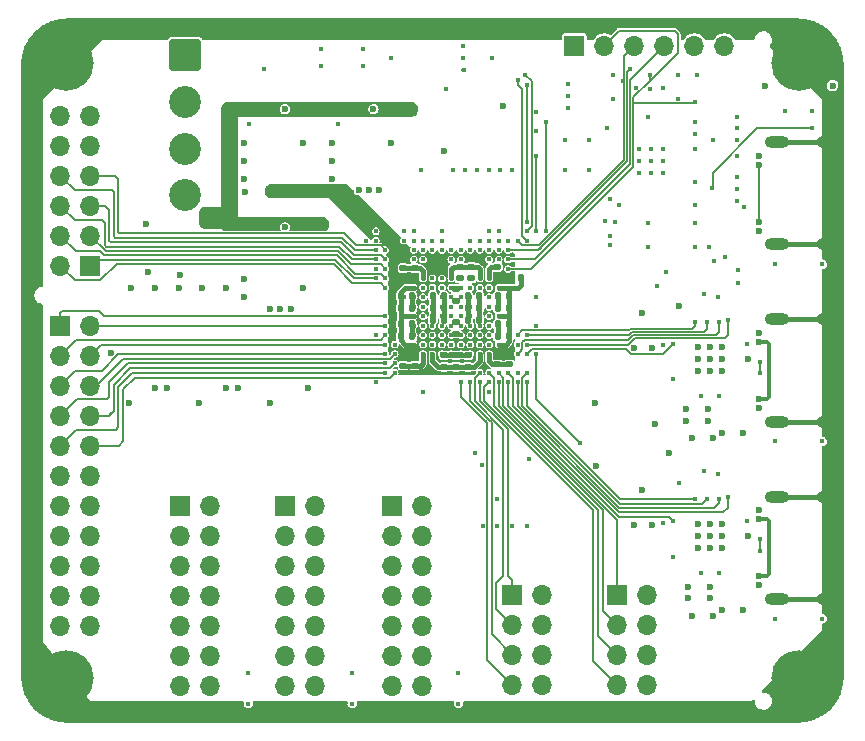
<source format=gbr>
%TF.GenerationSoftware,KiCad,Pcbnew,(5.99.0-10579-g11785b08fe)*%
%TF.CreationDate,2021-05-20T20:29:29+02:00*%
%TF.ProjectId,Mainboard,4d61696e-626f-4617-9264-2e6b69636164,1*%
%TF.SameCoordinates,Original*%
%TF.FileFunction,Copper,L4,Bot*%
%TF.FilePolarity,Positive*%
%FSLAX46Y46*%
G04 Gerber Fmt 4.6, Leading zero omitted, Abs format (unit mm)*
G04 Created by KiCad (PCBNEW (5.99.0-10579-g11785b08fe)) date 2021-05-20 20:29:29*
%MOMM*%
%LPD*%
G01*
G04 APERTURE LIST*
G04 Aperture macros list*
%AMRoundRect*
0 Rectangle with rounded corners*
0 $1 Rounding radius*
0 $2 $3 $4 $5 $6 $7 $8 $9 X,Y pos of 4 corners*
0 Add a 4 corners polygon primitive as box body*
4,1,4,$2,$3,$4,$5,$6,$7,$8,$9,$2,$3,0*
0 Add four circle primitives for the rounded corners*
1,1,$1+$1,$2,$3*
1,1,$1+$1,$4,$5*
1,1,$1+$1,$6,$7*
1,1,$1+$1,$8,$9*
0 Add four rect primitives between the rounded corners*
20,1,$1+$1,$2,$3,$4,$5,0*
20,1,$1+$1,$4,$5,$6,$7,0*
20,1,$1+$1,$6,$7,$8,$9,0*
20,1,$1+$1,$8,$9,$2,$3,0*%
G04 Aperture macros list end*
%TA.AperFunction,ComponentPad*%
%ADD10RoundRect,0.250001X-1.099999X1.099999X-1.099999X-1.099999X1.099999X-1.099999X1.099999X1.099999X0*%
%TD*%
%TA.AperFunction,ComponentPad*%
%ADD11C,2.700000*%
%TD*%
%TA.AperFunction,ComponentPad*%
%ADD12C,4.700000*%
%TD*%
%TA.AperFunction,ComponentPad*%
%ADD13O,1.600000X1.000000*%
%TD*%
%TA.AperFunction,ComponentPad*%
%ADD14O,2.100000X1.000000*%
%TD*%
%TA.AperFunction,ComponentPad*%
%ADD15R,1.700000X1.700000*%
%TD*%
%TA.AperFunction,ComponentPad*%
%ADD16O,1.700000X1.700000*%
%TD*%
%TA.AperFunction,SMDPad,CuDef*%
%ADD17RoundRect,0.140000X0.170000X-0.140000X0.170000X0.140000X-0.170000X0.140000X-0.170000X-0.140000X0*%
%TD*%
%TA.AperFunction,SMDPad,CuDef*%
%ADD18RoundRect,0.140000X-0.140000X-0.170000X0.140000X-0.170000X0.140000X0.170000X-0.140000X0.170000X0*%
%TD*%
%TA.AperFunction,SMDPad,CuDef*%
%ADD19RoundRect,0.140000X-0.170000X0.140000X-0.170000X-0.140000X0.170000X-0.140000X0.170000X0.140000X0*%
%TD*%
%TA.AperFunction,SMDPad,CuDef*%
%ADD20RoundRect,0.140000X0.140000X0.170000X-0.140000X0.170000X-0.140000X-0.170000X0.140000X-0.170000X0*%
%TD*%
%TA.AperFunction,ViaPad*%
%ADD21C,0.600000*%
%TD*%
%TA.AperFunction,ViaPad*%
%ADD22C,0.400000*%
%TD*%
%TA.AperFunction,Conductor*%
%ADD23C,0.400000*%
%TD*%
%TA.AperFunction,Conductor*%
%ADD24C,0.127000*%
%TD*%
%TA.AperFunction,Conductor*%
%ADD25C,0.300000*%
%TD*%
%TA.AperFunction,Conductor*%
%ADD26C,0.200000*%
%TD*%
%TA.AperFunction,Conductor*%
%ADD27C,0.175006*%
%TD*%
%TA.AperFunction,Conductor*%
%ADD28C,0.150000*%
%TD*%
G04 APERTURE END LIST*
D10*
%TO.P,J2,1,Pin_1*%
%TO.N,/Power/PWR_IN*%
X129050000Y-73282500D03*
D11*
%TO.P,J2,2,Pin_2*%
X129050000Y-77242500D03*
%TO.P,J2,3,Pin_3*%
%TO.N,GND*%
X129050000Y-81202500D03*
%TO.P,J2,4,Pin_4*%
X129050000Y-85162500D03*
%TD*%
D12*
%TO.P,H3,1,1*%
%TO.N,Earth*%
X181000000Y-74000000D03*
%TD*%
%TO.P,H4,1,1*%
%TO.N,Earth*%
X181000000Y-126000000D03*
%TD*%
%TO.P,H1,1,1*%
%TO.N,Earth*%
X119000000Y-74000000D03*
%TD*%
D13*
%TO.P,J101,S1,SHIELD*%
%TO.N,Earth*%
X183325000Y-95680000D03*
X183325000Y-104320000D03*
D14*
X179145000Y-104320000D03*
X179145000Y-95680000D03*
%TD*%
D13*
%TO.P,J201,S1,SHIELD*%
%TO.N,Earth*%
X183325000Y-119320000D03*
D14*
X179145000Y-110680000D03*
X179145000Y-119320000D03*
D13*
X183325000Y-110680000D03*
%TD*%
%TO.P,J501,S1,SHIELD*%
%TO.N,Earth*%
X183325000Y-80680000D03*
D14*
X179145000Y-80680000D03*
D13*
X183325000Y-89320000D03*
D14*
X179145000Y-89320000D03*
%TD*%
D12*
%TO.P,H2,1,1*%
%TO.N,Earth*%
X119000000Y-126000000D03*
%TD*%
D15*
%TO.P,J611,1,Pin_1*%
%TO.N,/Audio IO/I2S2.MCLK*%
X137540000Y-111430000D03*
D16*
%TO.P,J611,2,Pin_2*%
%TO.N,GND*%
X140080000Y-111430000D03*
%TO.P,J611,3,Pin_3*%
%TO.N,/Audio IO/I2S2.BCLK*%
X137540000Y-113970000D03*
%TO.P,J611,4,Pin_4*%
%TO.N,GND*%
X140080000Y-113970000D03*
%TO.P,J611,5,Pin_5*%
%TO.N,/Audio IO/I2S2.LRCLK*%
X137540000Y-116510000D03*
%TO.P,J611,6,Pin_6*%
%TO.N,GND*%
X140080000Y-116510000D03*
%TO.P,J611,7,Pin_7*%
%TO.N,/Audio IO/I2S2.SDIN*%
X137540000Y-119050000D03*
%TO.P,J611,8,Pin_8*%
%TO.N,GND*%
X140080000Y-119050000D03*
%TO.P,J611,9,Pin_9*%
X137540000Y-121590000D03*
%TO.P,J611,10,Pin_10*%
X140080000Y-121590000D03*
%TO.P,J611,11,Pin_11*%
%TO.N,/Audio IO/Mute2*%
X137540000Y-124130000D03*
%TO.P,J611,12,Pin_12*%
%TO.N,/Audio IO/I2C2.SDA*%
X140080000Y-124130000D03*
%TO.P,J611,13,Pin_13*%
%TO.N,/Audio IO/IRQ2*%
X137540000Y-126670000D03*
%TO.P,J611,14,Pin_14*%
%TO.N,/Audio IO/I2C2.SCL*%
X140080000Y-126670000D03*
%TD*%
D15*
%TO.P,J621,1,Pin_1*%
%TO.N,/Audio IO/I2S3.MCLK*%
X128650000Y-111430000D03*
D16*
%TO.P,J621,2,Pin_2*%
%TO.N,GND*%
X131190000Y-111430000D03*
%TO.P,J621,3,Pin_3*%
%TO.N,/Audio IO/I2S3.BCLK*%
X128650000Y-113970000D03*
%TO.P,J621,4,Pin_4*%
%TO.N,GND*%
X131190000Y-113970000D03*
%TO.P,J621,5,Pin_5*%
%TO.N,/Audio IO/I2S3.LRCLK*%
X128650000Y-116510000D03*
%TO.P,J621,6,Pin_6*%
%TO.N,GND*%
X131190000Y-116510000D03*
%TO.P,J621,7,Pin_7*%
%TO.N,/Audio IO/I2S3.SDIN*%
X128650000Y-119050000D03*
%TO.P,J621,8,Pin_8*%
%TO.N,GND*%
X131190000Y-119050000D03*
%TO.P,J621,9,Pin_9*%
X128650000Y-121590000D03*
%TO.P,J621,10,Pin_10*%
X131190000Y-121590000D03*
%TO.P,J621,11,Pin_11*%
%TO.N,/Audio IO/Mute3*%
X128650000Y-124130000D03*
%TO.P,J621,12,Pin_12*%
%TO.N,/Audio IO/I2C3.SDA*%
X131190000Y-124130000D03*
%TO.P,J621,13,Pin_13*%
%TO.N,/Audio IO/IRQ3*%
X128650000Y-126670000D03*
%TO.P,J621,14,Pin_14*%
%TO.N,/Audio IO/I2C3.SCL*%
X131190000Y-126670000D03*
%TD*%
D15*
%TO.P,J702,1,Pin_1*%
%TO.N,/Audio IO/I2S5.MCLK*%
X156740000Y-119010000D03*
D16*
%TO.P,J702,2,Pin_2*%
%TO.N,GND*%
X159280000Y-119010000D03*
%TO.P,J702,3,Pin_3*%
%TO.N,/Audio IO/I2S5.BCLK*%
X156740000Y-121550000D03*
%TO.P,J702,4,Pin_4*%
%TO.N,GND*%
X159280000Y-121550000D03*
%TO.P,J702,5,Pin_5*%
%TO.N,/Audio IO/I2S5.LRCLK*%
X156740000Y-124090000D03*
%TO.P,J702,6,Pin_6*%
%TO.N,GND*%
X159280000Y-124090000D03*
%TO.P,J702,7,Pin_7*%
%TO.N,/Audio IO/I2S5.SDOUT*%
X156740000Y-126630000D03*
%TO.P,J702,8,Pin_8*%
%TO.N,GND*%
X159280000Y-126630000D03*
%TD*%
D15*
%TO.P,J701,1,Pin_1*%
%TO.N,/Audio IO/I2S4.MCLK*%
X165630000Y-119010000D03*
D16*
%TO.P,J701,2,Pin_2*%
%TO.N,GND*%
X168170000Y-119010000D03*
%TO.P,J701,3,Pin_3*%
%TO.N,/Audio IO/I2S4.BCLK*%
X165630000Y-121550000D03*
%TO.P,J701,4,Pin_4*%
%TO.N,GND*%
X168170000Y-121550000D03*
%TO.P,J701,5,Pin_5*%
%TO.N,/Audio IO/I2S4.LRCLK*%
X165630000Y-124090000D03*
%TO.P,J701,6,Pin_6*%
%TO.N,GND*%
X168170000Y-124090000D03*
%TO.P,J701,7,Pin_7*%
%TO.N,/Audio IO/I2S4.SDOUT*%
X165630000Y-126630000D03*
%TO.P,J701,8,Pin_8*%
%TO.N,GND*%
X168170000Y-126630000D03*
%TD*%
D15*
%TO.P,J601,1,Pin_1*%
%TO.N,/Audio IO/I2S1.MCLK*%
X146580000Y-111430000D03*
D16*
%TO.P,J601,2,Pin_2*%
%TO.N,GND*%
X149120000Y-111430000D03*
%TO.P,J601,3,Pin_3*%
%TO.N,/Audio IO/I2S1.BCLK*%
X146580000Y-113970000D03*
%TO.P,J601,4,Pin_4*%
%TO.N,GND*%
X149120000Y-113970000D03*
%TO.P,J601,5,Pin_5*%
%TO.N,/Audio IO/I2S1.LRCLK*%
X146580000Y-116510000D03*
%TO.P,J601,6,Pin_6*%
%TO.N,GND*%
X149120000Y-116510000D03*
%TO.P,J601,7,Pin_7*%
%TO.N,/Audio IO/I2S1.SDIN*%
X146580000Y-119050000D03*
%TO.P,J601,8,Pin_8*%
%TO.N,GND*%
X149120000Y-119050000D03*
%TO.P,J601,9,Pin_9*%
X146580000Y-121590000D03*
%TO.P,J601,10,Pin_10*%
X149120000Y-121590000D03*
%TO.P,J601,11,Pin_11*%
%TO.N,/Audio IO/Mute1*%
X146580000Y-124130000D03*
%TO.P,J601,12,Pin_12*%
%TO.N,/Audio IO/I2C1.SDA*%
X149120000Y-124130000D03*
%TO.P,J601,13,Pin_13*%
%TO.N,/Audio IO/IRQ1*%
X146580000Y-126670000D03*
%TO.P,J601,14,Pin_14*%
%TO.N,/Audio IO/I2C1.SCL*%
X149120000Y-126670000D03*
%TD*%
D15*
%TO.P,J801,1,Pin_1*%
%TO.N,/FPGA IO Right/SW_SER_CP*%
X118485000Y-96190000D03*
D16*
%TO.P,J801,2,Pin_2*%
%TO.N,/FPGA IO Right/SW_SER_DATA*%
X121025000Y-96190000D03*
%TO.P,J801,3,Pin_3*%
%TO.N,/FPGA IO Right/~SW_SER_PL*%
X118485000Y-98730000D03*
%TO.P,J801,4,Pin_4*%
%TO.N,/FPGA IO Right/~SW_SER_CE*%
X121025000Y-98730000D03*
%TO.P,J801,5,Pin_5*%
%TO.N,/FPGA IO Right/~LED_OE*%
X118485000Y-101270000D03*
%TO.P,J801,6,Pin_6*%
%TO.N,/FPGA IO Right/LED_LE*%
X121025000Y-101270000D03*
%TO.P,J801,7,Pin_7*%
%TO.N,/FPGA IO Right/~LED_DISPLAY_OE*%
X118485000Y-103810000D03*
%TO.P,J801,8,Pin_8*%
%TO.N,/FPGA IO Right/LED_CLK*%
X121025000Y-103810000D03*
%TO.P,J801,9,Pin_9*%
%TO.N,/FPGA IO Right/~LED_SW_OE*%
X118485000Y-106350000D03*
%TO.P,J801,10,Pin_10*%
%TO.N,/FPGA IO Right/LED_DATA*%
X121025000Y-106350000D03*
%TO.P,J801,11,Pin_11*%
%TO.N,/FPGA IO Right/B*%
X118485000Y-108890000D03*
%TO.P,J801,12,Pin_12*%
%TO.N,GND*%
X121025000Y-108890000D03*
%TO.P,J801,13,Pin_13*%
%TO.N,/FPGA IO Right/A*%
X118485000Y-111430000D03*
%TO.P,J801,14,Pin_14*%
%TO.N,GND*%
X121025000Y-111430000D03*
%TO.P,J801,15,Pin_15*%
%TO.N,/FPGA IO Right/VPOT_A_{2}*%
X118485000Y-113970000D03*
%TO.P,J801,16,Pin_16*%
%TO.N,/FPGA IO Right/VPOT_A_{1}*%
X121025000Y-113970000D03*
%TO.P,J801,17,Pin_17*%
%TO.N,/FPGA IO Right/VPOT_A_{3}*%
X118485000Y-116510000D03*
%TO.P,J801,18,Pin_18*%
%TO.N,/FPGA IO Right/VPOT_A_{0}*%
X121025000Y-116510000D03*
%TO.P,J801,19,Pin_19*%
%TO.N,/FPGA IO Right/~POTI_CS*%
X118485000Y-119050000D03*
%TO.P,J801,20,Pin_20*%
%TO.N,/FPGA IO Right/POTI_SDO*%
X121025000Y-119050000D03*
%TO.P,J801,21,Pin_21*%
%TO.N,/FPGA IO Right/POTI_CLK*%
X118485000Y-121590000D03*
%TO.P,J801,22,Pin_22*%
%TO.N,GND*%
X121025000Y-121590000D03*
%TD*%
D15*
%TO.P,J4,1,Pin_1*%
%TO.N,/FPGA IO Right/EXP1*%
X121030000Y-91110000D03*
D16*
%TO.P,J4,2,Pin_2*%
%TO.N,/FPGA IO Right/EXP5*%
X118490000Y-91110000D03*
%TO.P,J4,3,Pin_3*%
%TO.N,/FPGA IO Right/EXP2*%
X121030000Y-88570000D03*
%TO.P,J4,4,Pin_4*%
%TO.N,/FPGA IO Right/EXP6*%
X118490000Y-88570000D03*
%TO.P,J4,5,Pin_5*%
%TO.N,/FPGA IO Right/EXP3*%
X121030000Y-86030000D03*
%TO.P,J4,6,Pin_6*%
%TO.N,/FPGA IO Right/EXP7*%
X118490000Y-86030000D03*
%TO.P,J4,7,Pin_7*%
%TO.N,/FPGA IO Right/EXP4*%
X121030000Y-83490000D03*
%TO.P,J4,8,Pin_8*%
%TO.N,/FPGA IO Right/EXP8*%
X118490000Y-83490000D03*
%TO.P,J4,9,Pin_9*%
%TO.N,GND*%
X121030000Y-80950000D03*
%TO.P,J4,10,Pin_10*%
X118490000Y-80950000D03*
%TO.P,J4,11,Pin_11*%
%TO.N,/FPGA IO Right/3V3_EXP*%
X121030000Y-78410000D03*
%TO.P,J4,12,Pin_12*%
X118490000Y-78410000D03*
%TD*%
D15*
%TO.P,J1,1,Pin_1*%
%TO.N,/Debug/JTAG.TMS*%
X162000000Y-72500000D03*
D16*
%TO.P,J1,2,Pin_2*%
%TO.N,/Debug/JTAG.TDI*%
X164540000Y-72500000D03*
%TO.P,J1,3,Pin_3*%
%TO.N,/Debug/JTAG.TDO*%
X167080000Y-72500000D03*
%TO.P,J1,4,Pin_4*%
%TO.N,/Debug/JTAG.TCK*%
X169620000Y-72500000D03*
%TO.P,J1,5,Pin_5*%
%TO.N,GND*%
X172160000Y-72500000D03*
%TO.P,J1,6,Pin_6*%
%TO.N,+3V3*%
X174700000Y-72500000D03*
%TD*%
D17*
%TO.P,C38,1*%
%TO.N,+2V5*%
X147500000Y-92280000D03*
%TO.P,C38,2*%
%TO.N,GND*%
X147500000Y-91320000D03*
%TD*%
D18*
%TO.P,C47,1*%
%TO.N,+1V2*%
X150020000Y-94700000D03*
%TO.P,C47,2*%
%TO.N,GND*%
X150980000Y-94700000D03*
%TD*%
D19*
%TO.P,C32,1*%
%TO.N,+3V3*%
X153000000Y-98720000D03*
%TO.P,C32,2*%
%TO.N,GND*%
X153000000Y-99680000D03*
%TD*%
D18*
%TO.P,C34,1*%
%TO.N,+2V5*%
X156520000Y-92200000D03*
%TO.P,C34,2*%
%TO.N,GND*%
X157480000Y-92200000D03*
%TD*%
D19*
%TO.P,C39,1*%
%TO.N,+2V5*%
X148500000Y-98620000D03*
%TO.P,C39,2*%
%TO.N,GND*%
X148500000Y-99580000D03*
%TD*%
D17*
%TO.P,C49,1*%
%TO.N,+1V2*%
X152000000Y-96880000D03*
%TO.P,C49,2*%
%TO.N,GND*%
X152000000Y-95920000D03*
%TD*%
D19*
%TO.P,C36,1*%
%TO.N,+2V5*%
X147500000Y-98620000D03*
%TO.P,C36,2*%
%TO.N,GND*%
X147500000Y-99580000D03*
%TD*%
%TO.P,C30,1*%
%TO.N,+3V3*%
X151000000Y-98720000D03*
%TO.P,C30,2*%
%TO.N,GND*%
X151000000Y-99680000D03*
%TD*%
D20*
%TO.P,C26,1*%
%TO.N,+3V3*%
X148280000Y-93700000D03*
%TO.P,C26,2*%
%TO.N,GND*%
X147320000Y-93700000D03*
%TD*%
%TO.P,C25,1*%
%TO.N,+3V3*%
X148280000Y-94700000D03*
%TO.P,C25,2*%
%TO.N,GND*%
X147320000Y-94700000D03*
%TD*%
D19*
%TO.P,C44,1*%
%TO.N,+1V2*%
X152000000Y-93120000D03*
%TO.P,C44,2*%
%TO.N,GND*%
X152000000Y-94080000D03*
%TD*%
D17*
%TO.P,C33,1*%
%TO.N,+3V3*%
X153300000Y-92180000D03*
%TO.P,C33,2*%
%TO.N,GND*%
X153300000Y-91220000D03*
%TD*%
D18*
%TO.P,C21,1*%
%TO.N,+3V3*%
X155520000Y-97100000D03*
%TO.P,C21,2*%
%TO.N,GND*%
X156480000Y-97100000D03*
%TD*%
D19*
%TO.P,C40,1*%
%TO.N,+2V5*%
X156500000Y-98520000D03*
%TO.P,C40,2*%
%TO.N,GND*%
X156500000Y-99480000D03*
%TD*%
D18*
%TO.P,C23,1*%
%TO.N,+3V3*%
X155520000Y-94700000D03*
%TO.P,C23,2*%
%TO.N,GND*%
X156480000Y-94700000D03*
%TD*%
D20*
%TO.P,C27,1*%
%TO.N,+3V3*%
X148280000Y-96100000D03*
%TO.P,C27,2*%
%TO.N,GND*%
X147320000Y-96100000D03*
%TD*%
D18*
%TO.P,C46,1*%
%TO.N,+1V2*%
X150020000Y-95700000D03*
%TO.P,C46,2*%
%TO.N,GND*%
X150980000Y-95700000D03*
%TD*%
D20*
%TO.P,C28,1*%
%TO.N,+3V3*%
X148280000Y-97100000D03*
%TO.P,C28,2*%
%TO.N,GND*%
X147320000Y-97100000D03*
%TD*%
D17*
%TO.P,C35,1*%
%TO.N,+2V5*%
X155500000Y-92180000D03*
%TO.P,C35,2*%
%TO.N,GND*%
X155500000Y-91220000D03*
%TD*%
D20*
%TO.P,C45,1*%
%TO.N,+1V2*%
X153980000Y-93700000D03*
%TO.P,C45,2*%
%TO.N,GND*%
X153020000Y-93700000D03*
%TD*%
%TO.P,C48,1*%
%TO.N,+1V2*%
X153980000Y-94700000D03*
%TO.P,C48,2*%
%TO.N,GND*%
X153020000Y-94700000D03*
%TD*%
D19*
%TO.P,C31,1*%
%TO.N,+3V3*%
X152000000Y-98720000D03*
%TO.P,C31,2*%
%TO.N,GND*%
X152000000Y-99680000D03*
%TD*%
D20*
%TO.P,C43,1*%
%TO.N,+1V2*%
X153980000Y-95700000D03*
%TO.P,C43,2*%
%TO.N,GND*%
X153020000Y-95700000D03*
%TD*%
D18*
%TO.P,C22,1*%
%TO.N,+3V3*%
X155520000Y-96100000D03*
%TO.P,C22,2*%
%TO.N,GND*%
X156480000Y-96100000D03*
%TD*%
D17*
%TO.P,C37,1*%
%TO.N,+2V5*%
X148500000Y-92280000D03*
%TO.P,C37,2*%
%TO.N,GND*%
X148500000Y-91320000D03*
%TD*%
D18*
%TO.P,C24,1*%
%TO.N,+3V3*%
X155520000Y-93700000D03*
%TO.P,C24,2*%
%TO.N,GND*%
X156480000Y-93700000D03*
%TD*%
D17*
%TO.P,C29,1*%
%TO.N,+3V3*%
X152300000Y-92180000D03*
%TO.P,C29,2*%
%TO.N,GND*%
X152300000Y-91220000D03*
%TD*%
D18*
%TO.P,C42,1*%
%TO.N,+1V2*%
X150020000Y-93700000D03*
%TO.P,C42,2*%
%TO.N,GND*%
X150980000Y-93700000D03*
%TD*%
D19*
%TO.P,C41,1*%
%TO.N,+2V5*%
X155500000Y-98520000D03*
%TO.P,C41,2*%
%TO.N,GND*%
X155500000Y-99480000D03*
%TD*%
D21*
%TO.N,GND*%
X128625000Y-91875000D03*
%TO.N,+5V*%
X130750000Y-86625000D03*
X131625000Y-86625000D03*
X131625000Y-87500000D03*
X130750000Y-87500000D03*
D22*
%TO.N,GND*%
X170908082Y-109500000D03*
X174185020Y-108750000D03*
X173010020Y-108500000D03*
X174175000Y-93750000D03*
D21*
X170898500Y-94499562D03*
D22*
X175750000Y-81875000D03*
D21*
X173350000Y-103300000D03*
D22*
X182125000Y-77998500D03*
X145200000Y-91400000D03*
X151600000Y-89800000D03*
D21*
X139000000Y-80750000D03*
D22*
X154800000Y-98600000D03*
D21*
X130500000Y-93000000D03*
D22*
X179875000Y-77998500D03*
X170750000Y-75000000D03*
X153625000Y-107000000D03*
X168250000Y-78500000D03*
D21*
X177625000Y-96800000D03*
X174500000Y-113000000D03*
X134125000Y-84875000D03*
X177625000Y-111800000D03*
D22*
X150000000Y-92200000D03*
X149200000Y-89800000D03*
X167500000Y-83250000D03*
D21*
X125750000Y-87625000D03*
D22*
X151600000Y-97800000D03*
D21*
X167750000Y-110125000D03*
D22*
X154800000Y-92200000D03*
X146500000Y-73500000D03*
X151600000Y-93800000D03*
X175750000Y-80500000D03*
D21*
X128500000Y-93000000D03*
X170000000Y-107000000D03*
X174500000Y-105250000D03*
D22*
X150800000Y-89000000D03*
X167500000Y-81250000D03*
D21*
X174500000Y-98000000D03*
X127500000Y-101500000D03*
D22*
X154800000Y-89800000D03*
X165000000Y-85500000D03*
X150800000Y-96200000D03*
X148400000Y-89000000D03*
D21*
X124290000Y-102752260D03*
D22*
X164750000Y-79500000D03*
D21*
X163750000Y-102750000D03*
D22*
X149200000Y-97800000D03*
D21*
X172500000Y-113000000D03*
X176250000Y-120250000D03*
D22*
X141995055Y-79086500D03*
X148400000Y-88200000D03*
X183000000Y-106000000D03*
X175750000Y-83625000D03*
X175750000Y-85625000D03*
X165001500Y-89400000D03*
X154000000Y-89000000D03*
X155600000Y-97800000D03*
X134495055Y-79086500D03*
D21*
X176250000Y-105250000D03*
X133500000Y-101500000D03*
D22*
X174750000Y-90375000D03*
X146800000Y-97800000D03*
D21*
X172500000Y-99000000D03*
D22*
X152400000Y-95400000D03*
X154800000Y-93800000D03*
X154800000Y-96200000D03*
X158000000Y-113125000D03*
X150800000Y-89800000D03*
X145200000Y-88200000D03*
X169750000Y-91625000D03*
D21*
X130250000Y-102750000D03*
D22*
X175750000Y-84625000D03*
D21*
X174500000Y-120250000D03*
D22*
X155600000Y-93000000D03*
X175750000Y-78500000D03*
X155500000Y-113125000D03*
X172250000Y-84000000D03*
X168500000Y-82250000D03*
X149200000Y-98600000D03*
X155600000Y-95400000D03*
X149200000Y-89000000D03*
X176375000Y-86125000D03*
D21*
X172500000Y-114000000D03*
D22*
X172250000Y-81250000D03*
X169500000Y-81250000D03*
D21*
X139000000Y-93000000D03*
X172500000Y-100000000D03*
D22*
X165250000Y-75000000D03*
X152400000Y-89800000D03*
X152400000Y-96200000D03*
D21*
X173350000Y-104300000D03*
X172500000Y-98000000D03*
D22*
X155000000Y-73500000D03*
X161250000Y-80500000D03*
X153200000Y-93800000D03*
X150800000Y-88200000D03*
X149200000Y-93800000D03*
D21*
X124500000Y-93000000D03*
D22*
X153200000Y-89000000D03*
D21*
X174500000Y-99000000D03*
D22*
X151750000Y-83000000D03*
X147600000Y-93800000D03*
X150800000Y-92200000D03*
D21*
X132500000Y-93000000D03*
D22*
X154800000Y-88200000D03*
X145200000Y-101000000D03*
X156750000Y-113125000D03*
D21*
X134000000Y-83750000D03*
D22*
X158800000Y-96200000D03*
X154800000Y-88200000D03*
D21*
X174500000Y-115000000D03*
X173500000Y-100000000D03*
D22*
X147600000Y-89000000D03*
X154800000Y-101800000D03*
X172250000Y-79000000D03*
X150800000Y-94600000D03*
X145200000Y-89000000D03*
D21*
X172500000Y-115000000D03*
D22*
X147600000Y-88200000D03*
X153200000Y-89800000D03*
X179000000Y-121000000D03*
D21*
X151000000Y-81405000D03*
X177625000Y-103200000D03*
X137500000Y-77875000D03*
D22*
X168500000Y-81250000D03*
X155500000Y-110875000D03*
X149200000Y-96200000D03*
D21*
X136250000Y-102750000D03*
D22*
X152626500Y-74533812D03*
X165750000Y-86000000D03*
X135762500Y-74500000D03*
X148400000Y-93000000D03*
X150000000Y-89800000D03*
D21*
X137500000Y-87875000D03*
X177625000Y-81800000D03*
D22*
X154000000Y-89800000D03*
X148400000Y-95400000D03*
D21*
X141500000Y-80750000D03*
X134000000Y-80750000D03*
X173500000Y-98000000D03*
D22*
X150000000Y-97800000D03*
X149200000Y-93000000D03*
X151600000Y-95400000D03*
X172250000Y-80000000D03*
D21*
X174500000Y-100000000D03*
D22*
X183000000Y-91000000D03*
X183000000Y-121000000D03*
X167500000Y-82250000D03*
X145200000Y-97000000D03*
X157200000Y-100200000D03*
D21*
X134000000Y-93750000D03*
D22*
X152400000Y-97800000D03*
D21*
X173500000Y-99000000D03*
D22*
X154800000Y-89000000D03*
D21*
X141500000Y-83750000D03*
D22*
X150000000Y-98600000D03*
X172375000Y-75000000D03*
X153200000Y-96200000D03*
D21*
X177625000Y-118200000D03*
X173500000Y-113000000D03*
X134000000Y-82250000D03*
D22*
X152400000Y-93800000D03*
X153200000Y-94600000D03*
X172253942Y-85973500D03*
X154800000Y-93000000D03*
X154800000Y-95400000D03*
X151600000Y-94600000D03*
D21*
X177625000Y-88200000D03*
X173475000Y-118300000D03*
X126500000Y-93000000D03*
X173475000Y-119300000D03*
D22*
X156400000Y-89000000D03*
D21*
X146500000Y-80750000D03*
D22*
X150000000Y-89000000D03*
X155600000Y-89000000D03*
D21*
X167750000Y-95125000D03*
X139500000Y-101500000D03*
D22*
X168250000Y-89500000D03*
D21*
X145000000Y-77875000D03*
D22*
X144400000Y-89000000D03*
X179000000Y-106000000D03*
X173375000Y-89500000D03*
X173000000Y-93500000D03*
X153750000Y-83000000D03*
D21*
X168625000Y-98110000D03*
D22*
X148400000Y-97800000D03*
X154800000Y-97800000D03*
X172250000Y-89500000D03*
X168500000Y-83250000D03*
X154000000Y-97800000D03*
X149200000Y-95400000D03*
X158800000Y-93800000D03*
X150800000Y-93800000D03*
X150800000Y-95400000D03*
X169500000Y-82250000D03*
D21*
X173500000Y-115000000D03*
D22*
X154250000Y-113125000D03*
X179000000Y-91000000D03*
X153200000Y-95400000D03*
D21*
X168625000Y-113110000D03*
D22*
X161500000Y-77750000D03*
D21*
X174500000Y-114000000D03*
D22*
X161250000Y-83000000D03*
X150800000Y-97800000D03*
X169500000Y-83250000D03*
X165000000Y-88600000D03*
X154000000Y-98600000D03*
D21*
X168875000Y-104500000D03*
D22*
X155600000Y-88200000D03*
D21*
X134000000Y-92250000D03*
X141500000Y-82250000D03*
D22*
X152400000Y-94600000D03*
D21*
X173500000Y-114000000D03*
D22*
X154000000Y-92200000D03*
X151600000Y-92200000D03*
X157200000Y-97800000D03*
X149200000Y-89000000D03*
X155750000Y-83000000D03*
X151600000Y-96200000D03*
X149200000Y-101800000D03*
X149200000Y-92200000D03*
X153200000Y-97800000D03*
D21*
%TO.N,+5V*%
X146601500Y-77875438D03*
X139101500Y-87873698D03*
X139101500Y-77873698D03*
X140625000Y-77875000D03*
X148125000Y-77875000D03*
X140625000Y-87875000D03*
D22*
%TO.N,/FPGA Config/~PROGRAM*%
X157875000Y-75000000D03*
X158000000Y-88200000D03*
%TO.N,+3V3*%
X154220000Y-108030000D03*
X148400000Y-93800000D03*
X175875000Y-91500000D03*
X163250000Y-83000000D03*
X143200000Y-128200000D03*
D21*
X126500000Y-101500000D03*
D22*
X154800000Y-97000000D03*
X148400000Y-97000000D03*
X156750000Y-83000000D03*
X154750000Y-83000000D03*
X175750000Y-79500000D03*
X169495055Y-76086500D03*
X144086500Y-74204945D03*
X134400000Y-128200000D03*
X161500000Y-75750000D03*
X153200000Y-98600000D03*
X134400000Y-125600000D03*
X152400000Y-98600000D03*
X158211500Y-107504945D03*
X152400000Y-92200000D03*
X149000000Y-83000000D03*
D21*
X183875000Y-75875000D03*
D22*
X140586500Y-74204945D03*
D21*
X132500000Y-101500000D03*
D22*
X158800000Y-78153500D03*
D21*
X172000000Y-105750000D03*
D22*
X151125000Y-76125000D03*
X168375000Y-76125000D03*
D21*
X163875000Y-108125000D03*
X125875000Y-91625000D03*
X138000000Y-94750000D03*
D22*
X155600000Y-93800000D03*
X152586500Y-72504945D03*
X149200000Y-97000000D03*
X148400000Y-96200000D03*
X152750000Y-83000000D03*
X149200000Y-94600000D03*
X175875000Y-92625000D03*
D21*
X172000000Y-120750000D03*
D22*
X165437500Y-87437500D03*
X148400000Y-94600000D03*
X152200000Y-125600000D03*
X170750000Y-77000000D03*
D21*
X137125000Y-94750000D03*
X173750000Y-105750000D03*
D22*
X168250000Y-87500000D03*
X144086500Y-72804945D03*
X155600000Y-94600000D03*
D21*
X178125000Y-75875000D03*
D22*
X155600000Y-96200000D03*
D21*
X122750000Y-98500000D03*
D22*
X143200000Y-125600000D03*
X158790000Y-79750000D03*
X155600000Y-97000000D03*
D21*
X173750000Y-120750000D03*
D22*
X173875000Y-90750000D03*
X153200000Y-92200000D03*
X151600000Y-98600000D03*
D21*
X136250000Y-94750000D03*
D22*
X150800000Y-98600000D03*
X169000000Y-92875000D03*
D21*
X156000000Y-77595000D03*
D22*
X167224228Y-76099228D03*
X152200000Y-128200000D03*
X161500000Y-76750000D03*
X152586500Y-73504945D03*
X154800000Y-94600000D03*
X165250000Y-77000000D03*
X140586500Y-72804945D03*
D21*
%TO.N,/USB2/VBUS*%
X177625000Y-117400000D03*
X177625000Y-112600000D03*
D22*
%TO.N,/USB2/D+*%
X177750000Y-114250000D03*
X177717499Y-115250000D03*
D21*
%TO.N,/USB1/VBUS*%
X177625000Y-102400000D03*
X177625000Y-97600000D03*
D22*
%TO.N,/USB1/D+*%
X177750000Y-99250000D03*
X177717499Y-100250000D03*
D21*
%TO.N,/USB1/3V3_USB*%
X167023500Y-98110000D03*
X171475000Y-103300000D03*
X171475000Y-104300000D03*
X176750000Y-99000000D03*
D22*
X174250000Y-102125000D03*
D21*
X167023500Y-98110000D03*
D22*
X172750000Y-102125000D03*
X169500000Y-97873500D03*
X170375000Y-100750000D03*
X176625000Y-97750000D03*
%TO.N,/USB2/3V3_USB*%
X170375000Y-115750000D03*
D21*
X176750000Y-114000000D03*
D22*
X176625000Y-112750000D03*
X169500000Y-112873500D03*
D21*
X171600000Y-118300000D03*
D22*
X172750000Y-117125000D03*
D21*
X167023500Y-113110000D03*
D22*
X174250000Y-117125000D03*
D21*
X167023500Y-113110000D03*
X171600000Y-119300000D03*
%TO.N,/Debug/VBUS*%
X177625000Y-82600000D03*
X177625000Y-87400000D03*
D22*
%TO.N,/Debug/VPHY*%
X182125000Y-79500000D03*
X173687500Y-84562500D03*
%TO.N,/Debug/VCORE*%
X164625000Y-87375000D03*
X173750000Y-80500000D03*
X163250000Y-80500000D03*
X172250000Y-87500000D03*
%TO.N,/FPGA Config/~INIT*%
X157200000Y-75400000D03*
X158000000Y-89000000D03*
%TO.N,/Audio IO/I2S4.LRCLK*%
X154800000Y-100200000D03*
%TO.N,/Audio IO/I2S4.SDOUT*%
X154800000Y-101000000D03*
%TO.N,/Audio IO/I2S4.BCLK*%
X155600000Y-101000000D03*
%TO.N,/Audio IO/I2S4.MCLK*%
X155600000Y-100200000D03*
%TO.N,/Audio IO/I2S5.LRCLK*%
X153200000Y-101000000D03*
%TO.N,/Audio IO/I2S5.SDOUT*%
X152400000Y-101000000D03*
%TO.N,/Audio IO/I2S5.BCLK*%
X154000000Y-100200000D03*
%TO.N,/Audio IO/I2S5.MCLK*%
X154000000Y-101000000D03*
%TO.N,/FPGA Config/DONE*%
X158000000Y-87400000D03*
X157974934Y-75800000D03*
%TO.N,/FPGA IO Left/FPGA_CLK*%
X162500000Y-106100000D03*
X158800000Y-98600000D03*
%TO.N,/Debug/JTAG.TCK*%
X156400000Y-90600000D03*
%TO.N,/Debug/JTAG.TDO*%
X166102960Y-75500000D03*
X157200000Y-89000000D03*
%TO.N,/Debug/JTAG.TDI*%
X172250000Y-77250000D03*
X168375000Y-75000000D03*
X156400000Y-91400000D03*
%TO.N,/Debug/JTAG.TMS*%
X166750000Y-74500000D03*
X156400000Y-89800000D03*
D21*
%TO.N,+2V5*%
X137125000Y-84750000D03*
X136250000Y-84750000D03*
D22*
X155600000Y-92200000D03*
X148400000Y-92200000D03*
X155600000Y-98600000D03*
D21*
X138000000Y-84750000D03*
D22*
X148400000Y-98600000D03*
%TO.N,/FPGA Config/CFG.IO3*%
X159600000Y-88200000D03*
X159600000Y-79000000D03*
%TO.N,/FPGA Config/CFG.IO0*%
X158800000Y-81800000D03*
X158800000Y-88200000D03*
%TO.N,/FPGA IO Left/ULPI1.NXT*%
X158000000Y-98600000D03*
X170375000Y-97750000D03*
%TO.N,/FPGA IO Left/ULPI1.CLK*%
X175000000Y-95750000D03*
X158000000Y-97800000D03*
%TO.N,/FPGA IO Left/ULPI1.RST*%
X157200000Y-98600000D03*
X174250000Y-95875000D03*
%TO.N,/FPGA IO Left/ULPI1.STP*%
X158000000Y-97000000D03*
X173250000Y-95875000D03*
%TO.N,/FPGA IO Left/ULPI1.DIR*%
X172250000Y-95875000D03*
X157200000Y-97000000D03*
%TO.N,/FPGA IO Left/ULPI2.NXT*%
X170375000Y-112750000D03*
X156400000Y-101000000D03*
%TO.N,/FPGA IO Left/ULPI2.CLK*%
X156400000Y-100200000D03*
X175000000Y-110750000D03*
%TO.N,/FPGA IO Left/ULPI2.RST*%
X157200000Y-101000000D03*
X174250000Y-110875000D03*
%TO.N,/FPGA IO Left/ULPI2.STP*%
X173250000Y-110875000D03*
X158000000Y-100200000D03*
%TO.N,/FPGA IO Left/ULPI2.DIR*%
X172250000Y-110875000D03*
X158000000Y-101000000D03*
%TO.N,+1V2*%
X152400000Y-97000000D03*
X152400000Y-93000000D03*
X150800000Y-97000000D03*
X149200000Y-90600000D03*
X150000000Y-96200000D03*
X154000000Y-96200000D03*
X150800000Y-93000000D03*
X154800000Y-90600000D03*
X150000000Y-97000000D03*
X150000000Y-95400000D03*
X150000000Y-94600000D03*
D21*
X145500000Y-84750000D03*
D22*
X150000000Y-93800000D03*
X154000000Y-94600000D03*
X153200000Y-97000000D03*
D21*
X143750000Y-84750000D03*
X144625000Y-84750000D03*
D22*
X153200000Y-93000000D03*
X152400000Y-90600000D03*
X155600000Y-90600000D03*
X151600000Y-93000000D03*
X154000000Y-93800000D03*
X148400000Y-90600000D03*
X150000000Y-93000000D03*
X148400000Y-89800000D03*
X155600000Y-89800000D03*
X154000000Y-97000000D03*
X154000000Y-95400000D03*
X149200000Y-90600000D03*
X151600000Y-97000000D03*
X154000000Y-93000000D03*
X151600000Y-90600000D03*
%TO.N,/FPGA IO Right/EXP8*%
X145200000Y-89800000D03*
%TO.N,/FPGA IO Right/EXP4*%
X146000000Y-89800000D03*
%TO.N,/FPGA IO Right/EXP7*%
X145200000Y-90600000D03*
%TO.N,/FPGA IO Right/EXP3*%
X146000000Y-90600000D03*
%TO.N,/FPGA IO Right/EXP6*%
X146000000Y-92200000D03*
%TO.N,/FPGA IO Right/EXP2*%
X146000000Y-91400000D03*
%TO.N,/FPGA IO Right/EXP5*%
X146000000Y-93000000D03*
%TO.N,/FPGA IO Right/EXP1*%
X145200000Y-92200000D03*
%TO.N,/FPGA IO Right/SW_SER_CP*%
X146000000Y-95400000D03*
%TO.N,/FPGA IO Right/SW_SER_DATA*%
X146000000Y-96200000D03*
%TO.N,/FPGA IO Right/~SW_SER_PL*%
X146000000Y-97000000D03*
%TO.N,/FPGA IO Right/~SW_SER_CE*%
X146000000Y-97800000D03*
%TO.N,/FPGA IO Right/~LED_OE*%
X146000000Y-98600000D03*
%TO.N,/FPGA IO Right/LED_LE*%
X146800000Y-98600000D03*
%TO.N,/FPGA IO Right/~LED_DISPLAY_OE*%
X146000000Y-99400000D03*
%TO.N,/FPGA IO Right/LED_CLK*%
X146800000Y-99400000D03*
%TO.N,/FPGA IO Right/LED_DATA*%
X146800000Y-100200000D03*
%TO.N,/FPGA IO Right/~LED_SW_OE*%
X146000000Y-100200000D03*
%TD*%
D23*
%TO.N,GND*%
X154000000Y-99200000D02*
X153520000Y-99680000D01*
X147420000Y-95380000D02*
X147440000Y-95400000D01*
X147440000Y-95400000D02*
X148400000Y-95400000D01*
X148500000Y-91320000D02*
X148920000Y-91320000D01*
X154000000Y-91400000D02*
X154000000Y-92200000D01*
X157200000Y-93000000D02*
X156400000Y-93000000D01*
X149200000Y-99400000D02*
X149200000Y-98600000D01*
X148920000Y-91320000D02*
X149200000Y-91600000D01*
X148500000Y-99580000D02*
X149020000Y-99580000D01*
X156480000Y-94700000D02*
X156480000Y-93700000D01*
X150980000Y-93700000D02*
X150980000Y-95700000D01*
X147500000Y-91320000D02*
X148500000Y-91320000D01*
X156480000Y-97520000D02*
X156200000Y-97800000D01*
X156400000Y-93000000D02*
X156200000Y-93000000D01*
X156480000Y-96100000D02*
X156480000Y-95320000D01*
X154800000Y-91400000D02*
X154800000Y-92200000D01*
X156200000Y-97800000D02*
X155600000Y-97800000D01*
X155080000Y-99480000D02*
X154800000Y-99200000D01*
X152300000Y-91220000D02*
X153300000Y-91220000D01*
X153820000Y-91220000D02*
X154000000Y-91400000D01*
X147710000Y-93000000D02*
X147320000Y-93390000D01*
X147320000Y-97410000D02*
X147320000Y-97100000D01*
X156480000Y-95320000D02*
X156480000Y-94700000D01*
X154000000Y-98600000D02*
X154000000Y-99200000D01*
X156480000Y-97100000D02*
X156480000Y-96100000D01*
X156480000Y-93080000D02*
X156400000Y-93000000D01*
X147500000Y-99580000D02*
X148500000Y-99580000D01*
X154800000Y-99200000D02*
X154800000Y-98600000D01*
X156480000Y-93700000D02*
X156480000Y-93280000D01*
X147710000Y-97800000D02*
X147320000Y-97410000D01*
X151000000Y-99680000D02*
X153000000Y-99680000D01*
X149200000Y-91600000D02*
X149200000Y-92200000D01*
X155500000Y-91220000D02*
X154980000Y-91220000D01*
X156400000Y-95400000D02*
X156480000Y-95320000D01*
X155600000Y-95400000D02*
X156400000Y-95400000D01*
X147320000Y-93390000D02*
X147320000Y-93700000D01*
X150000000Y-98600000D02*
X150000000Y-99200000D01*
X155500000Y-99480000D02*
X155080000Y-99480000D01*
X149020000Y-99580000D02*
X149200000Y-99400000D01*
X150000000Y-99200000D02*
X150480000Y-99680000D01*
X151600000Y-91400000D02*
X151600000Y-92200000D01*
X153300000Y-91220000D02*
X153820000Y-91220000D01*
X157480000Y-92720000D02*
X157200000Y-93000000D01*
X157480000Y-92200000D02*
X157480000Y-92720000D01*
X147710000Y-93000000D02*
X148400000Y-93000000D01*
X153020000Y-93700000D02*
X153020000Y-95700000D01*
X154980000Y-91220000D02*
X154800000Y-91400000D01*
D24*
X152533812Y-74533812D02*
X152500000Y-74500000D01*
D23*
X150480000Y-99680000D02*
X151000000Y-99680000D01*
D24*
X152626500Y-74533812D02*
X152533812Y-74533812D01*
D23*
X147320000Y-93700000D02*
X147320000Y-97100000D01*
X156200000Y-93000000D02*
X155600000Y-93000000D01*
X156480000Y-93700000D02*
X156480000Y-93080000D01*
X153520000Y-99680000D02*
X153000000Y-99680000D01*
X152300000Y-91220000D02*
X151780000Y-91220000D01*
X151780000Y-91220000D02*
X151600000Y-91400000D01*
X156480000Y-97100000D02*
X156480000Y-97520000D01*
X155500000Y-99480000D02*
X156500000Y-99480000D01*
X148400000Y-97800000D02*
X147710000Y-97800000D01*
D24*
%TO.N,/FPGA Config/~PROGRAM*%
X158400000Y-75525000D02*
X157875000Y-75000000D01*
X158400000Y-87800000D02*
X158400000Y-86600000D01*
X158000000Y-88200000D02*
X158400000Y-87800000D01*
X158400000Y-81200000D02*
X158400000Y-75525000D01*
X158400000Y-82400000D02*
X158400000Y-81200000D01*
X158400000Y-81200000D02*
X158400000Y-80000000D01*
X158400000Y-81200000D02*
X158400000Y-81000000D01*
X158400000Y-86600000D02*
X158400000Y-82400000D01*
D23*
%TO.N,+3V3*%
X148280000Y-94700000D02*
X148280000Y-93700000D01*
X148280000Y-97100000D02*
X148280000Y-96100000D01*
X151000000Y-98720000D02*
X153000000Y-98720000D01*
X155520000Y-93700000D02*
X155520000Y-94700000D01*
X155520000Y-96100000D02*
X155520000Y-97100000D01*
%TO.N,Earth*%
X179145000Y-89320000D02*
X183325000Y-89320000D01*
X179145000Y-80680000D02*
X183325000Y-80680000D01*
X179145000Y-119320000D02*
X183325000Y-119320000D01*
X179145000Y-95680000D02*
X183325000Y-95680000D01*
X179145000Y-110680000D02*
X183325000Y-110680000D01*
X179145000Y-104320000D02*
X183325000Y-104320000D01*
D25*
%TO.N,/USB2/VBUS*%
X178350000Y-117400000D02*
X178500000Y-117250000D01*
X178350000Y-112600000D02*
X178500000Y-112750000D01*
D26*
X178500000Y-117250000D02*
X178500000Y-117000000D01*
D25*
X177625000Y-117400000D02*
X178350000Y-117400000D01*
X177625000Y-112600000D02*
X178350000Y-112600000D01*
X178500000Y-112750000D02*
X178500000Y-117250000D01*
D27*
%TO.N,/USB2/D+*%
X177717499Y-114282501D02*
X177750000Y-114250000D01*
X177717499Y-115250000D02*
X177717499Y-114282501D01*
D26*
%TO.N,/USB1/VBUS*%
X178500000Y-102250000D02*
X178500000Y-102000000D01*
D25*
X178500000Y-97750000D02*
X178500000Y-102250000D01*
X177625000Y-97600000D02*
X178350000Y-97600000D01*
X177625000Y-102400000D02*
X178350000Y-102400000D01*
X178350000Y-97600000D02*
X178500000Y-97750000D01*
X178350000Y-102400000D02*
X178500000Y-102250000D01*
D27*
%TO.N,/USB1/D+*%
X177717499Y-99282501D02*
X177750000Y-99250000D01*
X177717499Y-100250000D02*
X177717499Y-99282501D01*
D26*
%TO.N,/Debug/VBUS*%
X177625000Y-82600000D02*
X177625000Y-87400000D01*
%TO.N,/Debug/VPHY*%
X182125000Y-79500000D02*
X177493763Y-79500000D01*
X173750000Y-83243763D02*
X173750000Y-83375000D01*
X177493763Y-79500000D02*
X173750000Y-83243763D01*
X173750000Y-83243763D02*
X173750000Y-84500000D01*
X173750000Y-84500000D02*
X173687500Y-84562500D01*
D24*
%TO.N,/FPGA Config/~INIT*%
X157600000Y-88600000D02*
X157600000Y-76200000D01*
X157200000Y-75800000D02*
X157600000Y-76200000D01*
X158000000Y-89000000D02*
X157600000Y-88600000D01*
X157200000Y-75400000D02*
X157200000Y-75800000D01*
%TO.N,/Audio IO/I2S4.LRCLK*%
X164000000Y-122460000D02*
X165630000Y-124090000D01*
X154800000Y-100200000D02*
X155200000Y-100600000D01*
X155200000Y-100600000D02*
X155200000Y-103000000D01*
X164000000Y-111800000D02*
X164000000Y-121600000D01*
X164000000Y-121600000D02*
X164000000Y-122460000D01*
X155200000Y-103000000D02*
X164000000Y-111800000D01*
%TO.N,/Audio IO/I2S4.SDOUT*%
X163600000Y-124600000D02*
X165630000Y-126630000D01*
X154400000Y-102600000D02*
X163600000Y-111800000D01*
X154400000Y-101400000D02*
X154400000Y-101800000D01*
X154400000Y-101800000D02*
X154400000Y-102600000D01*
X154800000Y-101000000D02*
X154400000Y-101400000D01*
X163600000Y-111800000D02*
X163600000Y-123000000D01*
X163600000Y-123000000D02*
X163600000Y-124600000D01*
%TO.N,/Audio IO/I2S4.BCLK*%
X164400000Y-120320000D02*
X165630000Y-121550000D01*
X164400000Y-112000000D02*
X164400000Y-112400000D01*
X155600000Y-103000000D02*
X164400000Y-111800000D01*
X164400000Y-112400000D02*
X164400000Y-118600000D01*
X155600000Y-101000000D02*
X155600000Y-103000000D01*
X164400000Y-112000000D02*
X164400000Y-120320000D01*
X164400000Y-111800000D02*
X164400000Y-112400000D01*
%TO.N,/Audio IO/I2S4.MCLK*%
X165630000Y-112630000D02*
X165630000Y-119010000D01*
X156000000Y-100600000D02*
X156000000Y-103000000D01*
X155600000Y-100200000D02*
X156000000Y-100600000D01*
X156000000Y-103000000D02*
X165630000Y-112630000D01*
%TO.N,/Audio IO/I2S5.LRCLK*%
X153200000Y-102600000D02*
X154800000Y-104200000D01*
X154800000Y-104200000D02*
X155000000Y-104400000D01*
X155000000Y-104400000D02*
X155000000Y-122350000D01*
X153200000Y-101000000D02*
X153200000Y-102600000D01*
X155000000Y-122350000D02*
X156740000Y-124090000D01*
%TO.N,/Audio IO/I2S5.SDOUT*%
X156740000Y-126630000D02*
X154640011Y-124530011D01*
X154400000Y-104200000D02*
X154600000Y-104400000D01*
X154640011Y-106159989D02*
X154640011Y-104440011D01*
X154640011Y-124530011D02*
X154640011Y-104440011D01*
X152400000Y-101000000D02*
X152400000Y-102200000D01*
X152400000Y-102200000D02*
X154400000Y-104200000D01*
X154640011Y-104440011D02*
X154400000Y-104200000D01*
%TO.N,/Audio IO/I2S5.BCLK*%
X154000000Y-100200000D02*
X153600000Y-100600000D01*
X153600000Y-102600000D02*
X156000000Y-105000000D01*
X156000000Y-117400000D02*
X155400000Y-118000000D01*
X155400000Y-118800000D02*
X155400000Y-120210000D01*
X155400000Y-118000000D02*
X155400000Y-118800000D01*
X153600000Y-100600000D02*
X153600000Y-102600000D01*
X156000000Y-105000000D02*
X156000000Y-117400000D01*
X155400000Y-120210000D02*
X156740000Y-121550000D01*
%TO.N,/Audio IO/I2S5.MCLK*%
X156740000Y-117740000D02*
X156359989Y-117359989D01*
X154000000Y-102600000D02*
X154000000Y-101000000D01*
X156740000Y-117740000D02*
X156400000Y-117400000D01*
X156359989Y-117359989D02*
X156359989Y-104959989D01*
X156359989Y-104959989D02*
X156200000Y-104800000D01*
X156359989Y-104959989D02*
X154000000Y-102600000D01*
X156740000Y-119010000D02*
X156740000Y-117740000D01*
%TO.N,/FPGA Config/DONE*%
X158000000Y-87400000D02*
X158000000Y-76200000D01*
X158000000Y-76200000D02*
X158000000Y-76000000D01*
X158000000Y-75825066D02*
X157974934Y-75800000D01*
X158000000Y-76200000D02*
X158000000Y-75825066D01*
%TO.N,/FPGA IO Left/FPGA_CLK*%
X158800000Y-102400000D02*
X162500000Y-106100000D01*
X158800000Y-98600000D02*
X158800000Y-102400000D01*
%TO.N,/Debug/JTAG.TCK*%
X156400000Y-90600000D02*
X158650000Y-90600000D01*
X159225000Y-90025000D02*
X164250000Y-85000000D01*
X166746480Y-75373520D02*
X166746480Y-75503520D01*
X166746480Y-75373520D02*
X166746480Y-82503520D01*
X158650000Y-90600000D02*
X164250000Y-85000000D01*
X169620000Y-72500000D02*
X166746480Y-75373520D01*
X166746480Y-82503520D02*
X164250000Y-85000000D01*
X164250000Y-85000000D02*
X164257040Y-84992960D01*
%TO.N,/Debug/JTAG.TDO*%
X166102960Y-75500000D02*
X166228880Y-75500000D01*
X166239440Y-73340560D02*
X167080000Y-72500000D01*
X166239440Y-75239440D02*
X166239440Y-74989440D01*
X157200000Y-89000000D02*
X157600000Y-89400000D01*
X158977217Y-89400000D02*
X159377217Y-89000000D01*
X166239440Y-75239440D02*
X166239440Y-73340560D01*
X157600000Y-89400000D02*
X158977217Y-89400000D01*
X166239440Y-75489440D02*
X166239440Y-75239440D01*
X166228880Y-75500000D02*
X166239440Y-75489440D01*
X158977217Y-89400000D02*
X166239440Y-82137777D01*
X166239440Y-82137777D02*
X166239440Y-75489440D01*
%TO.N,/Debug/JTAG.TDI*%
X158350000Y-91400000D02*
X167000000Y-82750000D01*
X170500000Y-71250000D02*
X170750000Y-71500000D01*
X158775000Y-90975000D02*
X167000000Y-82750000D01*
X167000000Y-82750000D02*
X167000000Y-77375000D01*
X170750000Y-71500000D02*
X170750000Y-73125000D01*
X165790000Y-71250000D02*
X170500000Y-71250000D01*
X167000000Y-77375000D02*
X167000000Y-76875000D01*
X170750000Y-73125000D02*
X168375000Y-75500000D01*
X168375000Y-75500000D02*
X167000000Y-76875000D01*
X168375000Y-75500000D02*
X168375000Y-75000000D01*
X156400000Y-91400000D02*
X158350000Y-91400000D01*
X165790000Y-71250000D02*
X166250000Y-71250000D01*
X172250000Y-77250000D02*
X172109989Y-77390011D01*
X172109989Y-77390011D02*
X167015011Y-77390011D01*
X165250000Y-72500000D02*
X164540000Y-72500000D01*
X164540000Y-72500000D02*
X165790000Y-71250000D01*
X167015011Y-77390011D02*
X167000000Y-77375000D01*
%TO.N,/Debug/JTAG.TMS*%
X158950000Y-89800000D02*
X159075000Y-89675000D01*
X166492960Y-74757040D02*
X166750000Y-74500000D01*
X166492960Y-82257040D02*
X166492960Y-79257040D01*
X158950000Y-89800000D02*
X166492960Y-82257040D01*
X156400000Y-89800000D02*
X158950000Y-89800000D01*
X166492960Y-74992960D02*
X166492960Y-74757040D01*
X166492960Y-79257040D02*
X166492960Y-79007040D01*
X159075000Y-89675000D02*
X159350000Y-89400000D01*
X166492960Y-79257040D02*
X166492960Y-74992960D01*
D23*
%TO.N,+2V5*%
X147500000Y-92280000D02*
X148500000Y-92280000D01*
X156520000Y-92200000D02*
X155600000Y-92200000D01*
X155500000Y-98520000D02*
X156500000Y-98520000D01*
X147500000Y-98620000D02*
X148500000Y-98620000D01*
D24*
%TO.N,/FPGA Config/CFG.IO3*%
X159600000Y-88200000D02*
X159600000Y-80670000D01*
X159600000Y-80670000D02*
X159600000Y-79000000D01*
%TO.N,/FPGA Config/CFG.IO0*%
X158800000Y-88200000D02*
X158800000Y-82410000D01*
X158800000Y-82410000D02*
X158800000Y-81800000D01*
%TO.N,/FPGA IO Left/ULPI1.NXT*%
X166400000Y-98200000D02*
X166800000Y-98600000D01*
X158000000Y-98600000D02*
X158400000Y-98200000D01*
X166800000Y-98600000D02*
X169525000Y-98600000D01*
X158400000Y-98200000D02*
X166400000Y-98200000D01*
X169525000Y-98600000D02*
X170375000Y-97750000D01*
%TO.N,/FPGA IO Left/ULPI1.CLK*%
X166575000Y-97800000D02*
X166787500Y-97587500D01*
X167125000Y-97250000D02*
X174750000Y-97250000D01*
X166787500Y-97587500D02*
X167125000Y-97250000D01*
X174750000Y-97250000D02*
X175000000Y-97000000D01*
X175000000Y-97000000D02*
X175000000Y-95750000D01*
X158000000Y-97800000D02*
X166575000Y-97800000D01*
%TO.N,/FPGA IO Left/ULPI1.RST*%
X166796480Y-97196480D02*
X166996480Y-96996480D01*
X166996480Y-96996480D02*
X174003520Y-96996480D01*
X157609989Y-98190011D02*
X157400000Y-98400000D01*
X162800000Y-97400000D02*
X163000000Y-97400000D01*
X162800000Y-97400000D02*
X166592960Y-97400000D01*
X157822783Y-97400000D02*
X162800000Y-97400000D01*
X157400000Y-98400000D02*
X157200000Y-98600000D01*
X174003520Y-96996480D02*
X174250000Y-96750000D01*
X166592960Y-97400000D02*
X166796480Y-97196480D01*
X157609989Y-97612794D02*
X157822783Y-97400000D01*
X174250000Y-96750000D02*
X174250000Y-95875000D01*
X157609989Y-98190011D02*
X157609989Y-97612794D01*
%TO.N,/FPGA IO Left/ULPI1.STP*%
X164125000Y-97000000D02*
X166000000Y-97000000D01*
X166867960Y-96742960D02*
X173007040Y-96742960D01*
X166610920Y-97000000D02*
X166867960Y-96742960D01*
X164125000Y-97000000D02*
X163750000Y-97000000D01*
X158000000Y-97000000D02*
X163750000Y-97000000D01*
X173250000Y-96500000D02*
X173250000Y-95875000D01*
X173007040Y-96742960D02*
X173250000Y-96500000D01*
X166000000Y-97000000D02*
X166228880Y-97000000D01*
X166000000Y-97000000D02*
X166610920Y-97000000D01*
X163750000Y-97000000D02*
X164375000Y-97000000D01*
X164125000Y-97000000D02*
X164250000Y-97000000D01*
%TO.N,/FPGA IO Left/ULPI1.DIR*%
X172010560Y-96489440D02*
X172247119Y-96252881D01*
X166638869Y-96590011D02*
X166739440Y-96489440D01*
X157609989Y-96590011D02*
X166638869Y-96590011D01*
X166739440Y-96489440D02*
X172010560Y-96489440D01*
X172247119Y-96252881D02*
X172250000Y-95875000D01*
X157200000Y-97000000D02*
X157609989Y-96590011D01*
%TO.N,/FPGA IO Left/ULPI2.NXT*%
X165775000Y-112375000D02*
X156400000Y-103000000D01*
X170000000Y-112375000D02*
X165775000Y-112375000D01*
X156400000Y-101000000D02*
X156400000Y-103000000D01*
X170375000Y-112750000D02*
X170000000Y-112375000D01*
%TO.N,/FPGA IO Left/ULPI2.CLK*%
X175000000Y-110750000D02*
X175000000Y-111625000D01*
X156800000Y-100600000D02*
X156800000Y-103000000D01*
X156400000Y-100200000D02*
X156800000Y-100600000D01*
X175000000Y-111625000D02*
X174625000Y-112000000D01*
X156800000Y-103000000D02*
X156800000Y-102600000D01*
X165800000Y-112000000D02*
X156800000Y-103000000D01*
X174625000Y-112000000D02*
X165800000Y-112000000D01*
%TO.N,/FPGA IO Left/ULPI2.RST*%
X165825000Y-111625000D02*
X157200000Y-103000000D01*
X157200000Y-103000000D02*
X157200000Y-101000000D01*
X174250000Y-110875000D02*
X174250000Y-111250000D01*
X173875000Y-111625000D02*
X165825000Y-111625000D01*
X174250000Y-111250000D02*
X173875000Y-111625000D01*
%TO.N,/FPGA IO Left/ULPI2.STP*%
X173250000Y-110875000D02*
X172859989Y-111265011D01*
X172859989Y-111265011D02*
X165865011Y-111265011D01*
X157600000Y-100600000D02*
X158000000Y-100200000D01*
X165865011Y-111265011D02*
X157600000Y-103000000D01*
X157600000Y-103000000D02*
X157600000Y-100600000D01*
%TO.N,/FPGA IO Left/ULPI2.DIR*%
X158000000Y-101000000D02*
X158000000Y-103000000D01*
X172250000Y-110875000D02*
X165875000Y-110875000D01*
X165875000Y-110875000D02*
X158000000Y-103000000D01*
D23*
%TO.N,+1V2*%
X150020000Y-95700000D02*
X150020000Y-93700000D01*
X153980000Y-95700000D02*
X153980000Y-93700000D01*
D24*
%TO.N,/FPGA IO Right/EXP8*%
X123000000Y-88625000D02*
X123000000Y-84875000D01*
X122875000Y-84750000D02*
X119750000Y-84750000D01*
X143425000Y-89800000D02*
X142375000Y-88750000D01*
X123125000Y-88750000D02*
X123000000Y-88625000D01*
X123000000Y-84875000D02*
X122875000Y-84750000D01*
X119750000Y-84750000D02*
X118490000Y-83490000D01*
X142375000Y-88750000D02*
X123125000Y-88750000D01*
X145200000Y-89800000D02*
X143425000Y-89800000D01*
%TO.N,/FPGA IO Right/EXP4*%
X143525000Y-89400000D02*
X142500000Y-88375000D01*
X123500000Y-88375000D02*
X123375000Y-88250000D01*
X145600000Y-89400000D02*
X143525000Y-89400000D01*
X123115000Y-83490000D02*
X121030000Y-83490000D01*
X142500000Y-88375000D02*
X123500000Y-88375000D01*
X146000000Y-89800000D02*
X145600000Y-89400000D01*
X123375000Y-83750000D02*
X123115000Y-83490000D01*
X123375000Y-88250000D02*
X123375000Y-83750000D01*
%TO.N,/FPGA IO Right/EXP7*%
X119710000Y-87250000D02*
X118490000Y-86030000D01*
X143225000Y-90600000D02*
X142125000Y-89500000D01*
X127750000Y-89500000D02*
X127625000Y-89500000D01*
X145200000Y-90600000D02*
X143225000Y-90600000D01*
X122375000Y-89500000D02*
X122250000Y-89375000D01*
X122250000Y-89375000D02*
X122250000Y-88875000D01*
X122000000Y-87250000D02*
X119710000Y-87250000D01*
X127750000Y-89500000D02*
X122375000Y-89500000D01*
X122250000Y-87500000D02*
X122000000Y-87250000D01*
X142125000Y-89500000D02*
X127750000Y-89500000D01*
X122250000Y-89375000D02*
X122250000Y-87500000D01*
%TO.N,/FPGA IO Right/EXP3*%
X122625000Y-86375000D02*
X122280000Y-86030000D01*
X122750000Y-89125000D02*
X122625000Y-89000000D01*
X143325000Y-90200000D02*
X142250000Y-89125000D01*
X122625000Y-89000000D02*
X122625000Y-86375000D01*
X145600000Y-90200000D02*
X143325000Y-90200000D01*
X146000000Y-90600000D02*
X145600000Y-90200000D01*
X142250000Y-89125000D02*
X122750000Y-89125000D01*
X122280000Y-86030000D02*
X121030000Y-86030000D01*
%TO.N,/FPGA IO Right/EXP6*%
X122212020Y-90250000D02*
X121837020Y-89875000D01*
X141875000Y-90250000D02*
X122212020Y-90250000D01*
X121837020Y-89875000D02*
X119795000Y-89875000D01*
X145600000Y-91800000D02*
X143425000Y-91800000D01*
X146000000Y-92200000D02*
X145600000Y-91800000D01*
X119795000Y-89875000D02*
X118490000Y-88570000D01*
X143425000Y-91800000D02*
X141875000Y-90250000D01*
%TO.N,/FPGA IO Right/EXP2*%
X140750000Y-89875000D02*
X134250000Y-89875000D01*
X143125000Y-91000000D02*
X142000000Y-89875000D01*
X146000000Y-91400000D02*
X145600000Y-91000000D01*
X122335000Y-89875000D02*
X121030000Y-88570000D01*
X134250000Y-89875000D02*
X134125000Y-89875000D01*
X142000000Y-89875000D02*
X140750000Y-89875000D01*
X134250000Y-89875000D02*
X122335000Y-89875000D01*
X140750000Y-89875000D02*
X140625000Y-89875000D01*
X145600000Y-91000000D02*
X143125000Y-91000000D01*
%TO.N,/FPGA IO Right/EXP5*%
X141625000Y-91000000D02*
X123250000Y-91000000D01*
X121875000Y-92375000D02*
X119750000Y-92375000D01*
X146000000Y-93000000D02*
X145600000Y-92600000D01*
X119750000Y-92375000D02*
X119750000Y-92370000D01*
X119750000Y-92370000D02*
X118490000Y-91110000D01*
X123250000Y-91000000D02*
X121875000Y-92375000D01*
X143225000Y-92600000D02*
X141625000Y-91000000D01*
X145600000Y-92600000D02*
X143225000Y-92600000D01*
%TO.N,/FPGA IO Right/EXP1*%
X134750000Y-90625000D02*
X121515000Y-90625000D01*
X145200000Y-92200000D02*
X144075000Y-92200000D01*
X134750000Y-90625000D02*
X134625000Y-90625000D01*
X141750000Y-90625000D02*
X134750000Y-90625000D01*
X144075000Y-92200000D02*
X143325000Y-92200000D01*
X143325000Y-92200000D02*
X141750000Y-90625000D01*
X121515000Y-90625000D02*
X121030000Y-91110000D01*
X144075000Y-92200000D02*
X144000000Y-92200000D01*
%TO.N,/FPGA IO Right/SW_SER_CP*%
X146000000Y-95400000D02*
X143400000Y-95400000D01*
X121800000Y-95000000D02*
X118600000Y-95000000D01*
X143400000Y-95400000D02*
X143000000Y-95400000D01*
X122200000Y-95400000D02*
X121800000Y-95000000D01*
X118485000Y-96190000D02*
X118485000Y-95115000D01*
X118485000Y-95115000D02*
X118600000Y-95000000D01*
X143400000Y-95400000D02*
X122200000Y-95400000D01*
%TO.N,/FPGA IO Right/SW_SER_DATA*%
X143400000Y-96200000D02*
X143390000Y-96190000D01*
X146000000Y-96200000D02*
X143400000Y-96200000D01*
X143390000Y-96190000D02*
X121025000Y-96190000D01*
%TO.N,/FPGA IO Right/~SW_SER_PL*%
X144200000Y-97400000D02*
X144000000Y-97400000D01*
X144200000Y-97400000D02*
X119815000Y-97400000D01*
X119815000Y-97400000D02*
X118485000Y-98730000D01*
X146000000Y-97000000D02*
X145600000Y-97400000D01*
X145600000Y-97400000D02*
X144200000Y-97400000D01*
D28*
%TO.N,/FPGA IO Right/~SW_SER_CE*%
X146000000Y-97800000D02*
X121955000Y-97800000D01*
X121955000Y-97800000D02*
X121025000Y-98730000D01*
D24*
%TO.N,/FPGA IO Right/~LED_OE*%
X123400000Y-98600000D02*
X122000000Y-100000000D01*
X122000000Y-100000000D02*
X119755000Y-100000000D01*
X146000000Y-98600000D02*
X123400000Y-98600000D01*
X119755000Y-100000000D02*
X118485000Y-101270000D01*
%TO.N,/FPGA IO Right/LED_LE*%
X146800000Y-98600000D02*
X146400000Y-99000000D01*
X121530000Y-101270000D02*
X121025000Y-101270000D01*
X123800000Y-99000000D02*
X121530000Y-101270000D01*
X146400000Y-99000000D02*
X123800000Y-99000000D01*
%TO.N,/FPGA IO Right/~LED_DISPLAY_OE*%
X146000000Y-99400000D02*
X124200000Y-99400000D01*
X122600000Y-102200000D02*
X122400000Y-102400000D01*
X119895000Y-102400000D02*
X118485000Y-103810000D01*
X124200000Y-99400000D02*
X122600000Y-101000000D01*
X122600000Y-101000000D02*
X122600000Y-102200000D01*
X122400000Y-102400000D02*
X119895000Y-102400000D01*
%TO.N,/FPGA IO Right/LED_CLK*%
X124400000Y-99800000D02*
X146400000Y-99800000D01*
X122590000Y-103810000D02*
X123000000Y-103400000D01*
X123000000Y-103400000D02*
X123000000Y-101200000D01*
X146400000Y-99800000D02*
X146800000Y-99400000D01*
X122590000Y-103810000D02*
X122800000Y-103600000D01*
X121025000Y-103810000D02*
X122590000Y-103810000D01*
X123000000Y-101200000D02*
X124400000Y-99800000D01*
%TO.N,/FPGA IO Right/LED_DATA*%
X124800000Y-100600000D02*
X123800000Y-101600000D01*
X123800000Y-106000000D02*
X123450000Y-106350000D01*
X146800000Y-100200000D02*
X146400000Y-100600000D01*
X123800000Y-101600000D02*
X123800000Y-106000000D01*
X123450000Y-106350000D02*
X121025000Y-106350000D01*
X146400000Y-100600000D02*
X124800000Y-100600000D01*
%TO.N,/FPGA IO Right/~LED_SW_OE*%
X123400000Y-101400000D02*
X123400000Y-104800000D01*
X124600000Y-100200000D02*
X123400000Y-101400000D01*
X119835000Y-105000000D02*
X118485000Y-106350000D01*
X146000000Y-100200000D02*
X124600000Y-100200000D01*
X123200000Y-105000000D02*
X119835000Y-105000000D01*
X123400000Y-104800000D02*
X123200000Y-105000000D01*
%TD*%
%TA.AperFunction,Conductor*%
%TO.N,Earth*%
G36*
X180967049Y-70193153D02*
G01*
X180970415Y-70193969D01*
X180970417Y-70193969D01*
X180975597Y-70195225D01*
X181126486Y-70197008D01*
X181129926Y-70197113D01*
X181226740Y-70201869D01*
X181231305Y-70202205D01*
X181439588Y-70222719D01*
X181514025Y-70230051D01*
X181518616Y-70230617D01*
X181543888Y-70234365D01*
X181597916Y-70242380D01*
X181602442Y-70243165D01*
X181881104Y-70298595D01*
X181885605Y-70299606D01*
X181908459Y-70305331D01*
X181963322Y-70319074D01*
X181967779Y-70320307D01*
X182239656Y-70402780D01*
X182244048Y-70404231D01*
X182291159Y-70421087D01*
X182319486Y-70431223D01*
X182323776Y-70432877D01*
X182586274Y-70541607D01*
X182590481Y-70543472D01*
X182621622Y-70558201D01*
X182662933Y-70577740D01*
X182667064Y-70579820D01*
X182917601Y-70713734D01*
X182921626Y-70716014D01*
X182990374Y-70757220D01*
X182994257Y-70759679D01*
X183230479Y-70917517D01*
X183234250Y-70920173D01*
X183298644Y-70967931D01*
X183302290Y-70970777D01*
X183452902Y-71094380D01*
X183521862Y-71150974D01*
X183525366Y-71153996D01*
X183584759Y-71207827D01*
X183588109Y-71211016D01*
X183788984Y-71411891D01*
X183792173Y-71415241D01*
X183839184Y-71467109D01*
X183845994Y-71474623D01*
X183849010Y-71478119D01*
X184029244Y-71697736D01*
X184032060Y-71701344D01*
X184079827Y-71765750D01*
X184082469Y-71769501D01*
X184240320Y-72005741D01*
X184242773Y-72009614D01*
X184280058Y-72071821D01*
X184283980Y-72078364D01*
X184286260Y-72082389D01*
X184420184Y-72332944D01*
X184422264Y-72337075D01*
X184456517Y-72409495D01*
X184458392Y-72413724D01*
X184567115Y-72676204D01*
X184567117Y-72676209D01*
X184568782Y-72680526D01*
X184595770Y-72755954D01*
X184597221Y-72760346D01*
X184679688Y-73032202D01*
X184680921Y-73036660D01*
X184700399Y-73114421D01*
X184701413Y-73118934D01*
X184703281Y-73128327D01*
X184756838Y-73397573D01*
X184757618Y-73402070D01*
X184757623Y-73402100D01*
X184769383Y-73481385D01*
X184769949Y-73485975D01*
X184797792Y-73768667D01*
X184798132Y-73773280D01*
X184802887Y-73870069D01*
X184802992Y-73873521D01*
X184804773Y-74024228D01*
X184806009Y-74029368D01*
X184806010Y-74029372D01*
X184806885Y-74033010D01*
X184809500Y-74055056D01*
X184809500Y-125944844D01*
X184806847Y-125967049D01*
X184804775Y-125975597D01*
X184802992Y-126126486D01*
X184802887Y-126129926D01*
X184798131Y-126226740D01*
X184797795Y-126231306D01*
X184795172Y-126257937D01*
X184769949Y-126514025D01*
X184769383Y-126518616D01*
X184757622Y-126597906D01*
X184756832Y-126602457D01*
X184749855Y-126637537D01*
X184701409Y-126881086D01*
X184700395Y-126885600D01*
X184680924Y-126963330D01*
X184679691Y-126967788D01*
X184597222Y-127239650D01*
X184595771Y-127244041D01*
X184568779Y-127319481D01*
X184567118Y-127323788D01*
X184549495Y-127366333D01*
X184458397Y-127586263D01*
X184456522Y-127590493D01*
X184422254Y-127662945D01*
X184420174Y-127667076D01*
X184378140Y-127745717D01*
X184286265Y-127917605D01*
X184284016Y-127921576D01*
X184242761Y-127990406D01*
X184240312Y-127994273D01*
X184097955Y-128207324D01*
X184082481Y-128230482D01*
X184079817Y-128234264D01*
X184032068Y-128298645D01*
X184029222Y-128302291D01*
X183927568Y-128426157D01*
X183857718Y-128511271D01*
X183849034Y-128521852D01*
X183846012Y-128525356D01*
X183792162Y-128584770D01*
X183788973Y-128588120D01*
X183588118Y-128788976D01*
X183584767Y-128792166D01*
X183525375Y-128845995D01*
X183521873Y-128849016D01*
X183412077Y-128939123D01*
X183302267Y-129029242D01*
X183298653Y-129032063D01*
X183234264Y-129079817D01*
X183234249Y-129079828D01*
X183230467Y-129082491D01*
X182994277Y-129240308D01*
X182990369Y-129242783D01*
X182921627Y-129283985D01*
X182917602Y-129286265D01*
X182667058Y-129420183D01*
X182662927Y-129422263D01*
X182636425Y-129434798D01*
X182590489Y-129456524D01*
X182586276Y-129458392D01*
X182323775Y-129567123D01*
X182319489Y-129568776D01*
X182253575Y-129592361D01*
X182244046Y-129595770D01*
X182239654Y-129597221D01*
X181967798Y-129679688D01*
X181963340Y-129680921D01*
X181885575Y-129700400D01*
X181881061Y-129701414D01*
X181602468Y-129756830D01*
X181597910Y-129757621D01*
X181518614Y-129769383D01*
X181514023Y-129769949D01*
X181381900Y-129782962D01*
X181231306Y-129797795D01*
X181226740Y-129798131D01*
X181129926Y-129802887D01*
X181126484Y-129802992D01*
X180975772Y-129804773D01*
X180970632Y-129806009D01*
X180970628Y-129806010D01*
X180966990Y-129806885D01*
X180944944Y-129809500D01*
X119055156Y-129809500D01*
X119032951Y-129806847D01*
X119029585Y-129806031D01*
X119029583Y-129806031D01*
X119024403Y-129804775D01*
X118873514Y-129802992D01*
X118870074Y-129802887D01*
X118773260Y-129798131D01*
X118768694Y-129797795D01*
X118601742Y-129781351D01*
X118485975Y-129769949D01*
X118481384Y-129769383D01*
X118450516Y-129764804D01*
X118402082Y-129757620D01*
X118397543Y-129756832D01*
X118118906Y-129701407D01*
X118114407Y-129700396D01*
X118091941Y-129694769D01*
X118036670Y-129680924D01*
X118032212Y-129679691D01*
X117760350Y-129597222D01*
X117755959Y-129595771D01*
X117680519Y-129568779D01*
X117676210Y-129567117D01*
X117413737Y-129458397D01*
X117409507Y-129456522D01*
X117337055Y-129422254D01*
X117332924Y-129420174D01*
X117188852Y-129343167D01*
X117082395Y-129286265D01*
X117078424Y-129284016D01*
X117009594Y-129242761D01*
X117005727Y-129240312D01*
X116769511Y-129082476D01*
X116765736Y-129079817D01*
X116701355Y-129032068D01*
X116697709Y-129029222D01*
X116478148Y-128849034D01*
X116474644Y-128846012D01*
X116415230Y-128792162D01*
X116411880Y-128788973D01*
X116211024Y-128588118D01*
X116207834Y-128584767D01*
X116154005Y-128525375D01*
X116150984Y-128521873D01*
X116060876Y-128412077D01*
X115970758Y-128302267D01*
X115967937Y-128298653D01*
X115920171Y-128234247D01*
X115917509Y-128230467D01*
X115761580Y-127997103D01*
X115759689Y-127994272D01*
X115757217Y-127990369D01*
X115716015Y-127921627D01*
X115713735Y-127917602D01*
X115579817Y-127667058D01*
X115577737Y-127662927D01*
X115543483Y-127590505D01*
X115541608Y-127586275D01*
X115527894Y-127553167D01*
X115432877Y-127323775D01*
X115431218Y-127319474D01*
X115418389Y-127283617D01*
X115404228Y-127244041D01*
X115402779Y-127239654D01*
X115320312Y-126967798D01*
X115319079Y-126963340D01*
X115299600Y-126885575D01*
X115298586Y-126881061D01*
X115243170Y-126602468D01*
X115242379Y-126597910D01*
X115230617Y-126518614D01*
X115230051Y-126514023D01*
X115204828Y-126257937D01*
X115202205Y-126231306D01*
X115201869Y-126226740D01*
X115197113Y-126129926D01*
X115197008Y-126126484D01*
X115195227Y-125975772D01*
X115193991Y-125970632D01*
X115193990Y-125970628D01*
X115193115Y-125966990D01*
X115190500Y-125944944D01*
X115190500Y-93703786D01*
X116274767Y-93703786D01*
X116275984Y-93709119D01*
X116275984Y-93709123D01*
X116311125Y-93863174D01*
X116312343Y-93868512D01*
X116386807Y-94020176D01*
X116390286Y-94024404D01*
X116390288Y-94024407D01*
X116490684Y-94146415D01*
X116490688Y-94146418D01*
X116494163Y-94150642D01*
X116553812Y-94196000D01*
X116624291Y-94249594D01*
X116624295Y-94249596D01*
X116628654Y-94252911D01*
X116633658Y-94255134D01*
X116633662Y-94255136D01*
X116734085Y-94299742D01*
X116783065Y-94321498D01*
X116923171Y-94347845D01*
X116974286Y-94375772D01*
X116999226Y-94428412D01*
X117000000Y-94440470D01*
X117000000Y-123000000D01*
X121000000Y-128000000D01*
X133925324Y-128000000D01*
X133980723Y-128018000D01*
X134014961Y-128065125D01*
X134018414Y-128108994D01*
X134004000Y-128200000D01*
X134023382Y-128322371D01*
X134026747Y-128328976D01*
X134026748Y-128328978D01*
X134062633Y-128399407D01*
X134079629Y-128432763D01*
X134167237Y-128520371D01*
X134173843Y-128523737D01*
X134271022Y-128573252D01*
X134271024Y-128573253D01*
X134277629Y-128576618D01*
X134284953Y-128577778D01*
X134384854Y-128593601D01*
X134400000Y-128596000D01*
X134415147Y-128593601D01*
X134515047Y-128577778D01*
X134522371Y-128576618D01*
X134528976Y-128573253D01*
X134528978Y-128573252D01*
X134626157Y-128523737D01*
X134632763Y-128520371D01*
X134720371Y-128432763D01*
X134737367Y-128399407D01*
X134773252Y-128328978D01*
X134773253Y-128328976D01*
X134776618Y-128322371D01*
X134796000Y-128200000D01*
X134781586Y-128108994D01*
X134790699Y-128051461D01*
X134831887Y-128010273D01*
X134874676Y-128000000D01*
X142725324Y-128000000D01*
X142780723Y-128018000D01*
X142814961Y-128065125D01*
X142818414Y-128108994D01*
X142804000Y-128200000D01*
X142823382Y-128322371D01*
X142826747Y-128328976D01*
X142826748Y-128328978D01*
X142862633Y-128399407D01*
X142879629Y-128432763D01*
X142967237Y-128520371D01*
X142973843Y-128523737D01*
X143071022Y-128573252D01*
X143071024Y-128573253D01*
X143077629Y-128576618D01*
X143084953Y-128577778D01*
X143184854Y-128593601D01*
X143200000Y-128596000D01*
X143215147Y-128593601D01*
X143315047Y-128577778D01*
X143322371Y-128576618D01*
X143328976Y-128573253D01*
X143328978Y-128573252D01*
X143426157Y-128523737D01*
X143432763Y-128520371D01*
X143520371Y-128432763D01*
X143537367Y-128399407D01*
X143573252Y-128328978D01*
X143573253Y-128328976D01*
X143576618Y-128322371D01*
X143596000Y-128200000D01*
X143581586Y-128108994D01*
X143590699Y-128051461D01*
X143631887Y-128010273D01*
X143674676Y-128000000D01*
X151725324Y-128000000D01*
X151780723Y-128018000D01*
X151814961Y-128065125D01*
X151818414Y-128108994D01*
X151804000Y-128200000D01*
X151823382Y-128322371D01*
X151826747Y-128328976D01*
X151826748Y-128328978D01*
X151862633Y-128399407D01*
X151879629Y-128432763D01*
X151967237Y-128520371D01*
X151973843Y-128523737D01*
X152071022Y-128573252D01*
X152071024Y-128573253D01*
X152077629Y-128576618D01*
X152084953Y-128577778D01*
X152184854Y-128593601D01*
X152200000Y-128596000D01*
X152215147Y-128593601D01*
X152315047Y-128577778D01*
X152322371Y-128576618D01*
X152328976Y-128573253D01*
X152328978Y-128573252D01*
X152426157Y-128523737D01*
X152432763Y-128520371D01*
X152520371Y-128432763D01*
X152537367Y-128399407D01*
X152573252Y-128328978D01*
X152573253Y-128328976D01*
X152576618Y-128322371D01*
X152596000Y-128200000D01*
X152581586Y-128108994D01*
X152590699Y-128051461D01*
X152631887Y-128010273D01*
X152674676Y-128000000D01*
X177000000Y-128000000D01*
X177133053Y-127866947D01*
X177179098Y-127850641D01*
X177234949Y-127867185D01*
X177270410Y-127913397D01*
X177275813Y-127945599D01*
X177274767Y-128078786D01*
X177275984Y-128084119D01*
X177275984Y-128084123D01*
X177310233Y-128234264D01*
X177312343Y-128243512D01*
X177386807Y-128395176D01*
X177390286Y-128399404D01*
X177390288Y-128399407D01*
X177490684Y-128521415D01*
X177490688Y-128521418D01*
X177494163Y-128525642D01*
X177534699Y-128556466D01*
X177624291Y-128624594D01*
X177624295Y-128624596D01*
X177628654Y-128627911D01*
X177633658Y-128630134D01*
X177633662Y-128630136D01*
X177734630Y-128674984D01*
X177783065Y-128696498D01*
X177788447Y-128697510D01*
X177788450Y-128697511D01*
X177943731Y-128726711D01*
X177949113Y-128727723D01*
X177954581Y-128727470D01*
X177954583Y-128727470D01*
X178011882Y-128724818D01*
X178117890Y-128719911D01*
X178280343Y-128673482D01*
X178418697Y-128596000D01*
X178422981Y-128593601D01*
X178422982Y-128593600D01*
X178427759Y-128590925D01*
X178552228Y-128476670D01*
X178647074Y-128336846D01*
X178707210Y-128178952D01*
X178729410Y-128011458D01*
X178729500Y-128000000D01*
X178709934Y-127832179D01*
X178652286Y-127673360D01*
X178648155Y-127667058D01*
X178596659Y-127588515D01*
X178559647Y-127532062D01*
X178539701Y-127513167D01*
X178440962Y-127419630D01*
X178440959Y-127419628D01*
X178436988Y-127415866D01*
X178290887Y-127331005D01*
X178285645Y-127329417D01*
X178285642Y-127329416D01*
X178134426Y-127283617D01*
X178129183Y-127282029D01*
X177960550Y-127271567D01*
X177958903Y-127271850D01*
X177903988Y-127257236D01*
X177867253Y-127212029D01*
X177864106Y-127153865D01*
X177888541Y-127111459D01*
X183000000Y-122000000D01*
X183000000Y-121476497D01*
X183018000Y-121421098D01*
X183065125Y-121386860D01*
X183079503Y-121383408D01*
X183122371Y-121376618D01*
X183128976Y-121373253D01*
X183128978Y-121373252D01*
X183226157Y-121323737D01*
X183232763Y-121320371D01*
X183320371Y-121232763D01*
X183334412Y-121205206D01*
X183373252Y-121128978D01*
X183373253Y-121128976D01*
X183376618Y-121122371D01*
X183396000Y-121000000D01*
X183376618Y-120877629D01*
X183320371Y-120767237D01*
X183232763Y-120679629D01*
X183198937Y-120662394D01*
X183128978Y-120626748D01*
X183128976Y-120626747D01*
X183122371Y-120623382D01*
X183079505Y-120616593D01*
X183027605Y-120590148D01*
X183001160Y-120538247D01*
X183000000Y-120523503D01*
X183000000Y-106476497D01*
X183018000Y-106421098D01*
X183065125Y-106386860D01*
X183079503Y-106383408D01*
X183122371Y-106376618D01*
X183128976Y-106373253D01*
X183128978Y-106373252D01*
X183226157Y-106323737D01*
X183232763Y-106320371D01*
X183320371Y-106232763D01*
X183338220Y-106197733D01*
X183373252Y-106128978D01*
X183373253Y-106128976D01*
X183376618Y-106122371D01*
X183396000Y-106000000D01*
X183376618Y-105877629D01*
X183320371Y-105767237D01*
X183232763Y-105679629D01*
X183198937Y-105662394D01*
X183128978Y-105626748D01*
X183128976Y-105626747D01*
X183122371Y-105623382D01*
X183079505Y-105616593D01*
X183027605Y-105590148D01*
X183001160Y-105538247D01*
X183000000Y-105523503D01*
X183000000Y-91476497D01*
X183018000Y-91421098D01*
X183065125Y-91386860D01*
X183079503Y-91383408D01*
X183122371Y-91376618D01*
X183128976Y-91373253D01*
X183128978Y-91373252D01*
X183226157Y-91323737D01*
X183232763Y-91320371D01*
X183320371Y-91232763D01*
X183364579Y-91146000D01*
X183373252Y-91128978D01*
X183373253Y-91128976D01*
X183376618Y-91122371D01*
X183396000Y-91000000D01*
X183376618Y-90877629D01*
X183364834Y-90854500D01*
X183323737Y-90773843D01*
X183320371Y-90767237D01*
X183232763Y-90679629D01*
X183226157Y-90676263D01*
X183128978Y-90626748D01*
X183128976Y-90626747D01*
X183122371Y-90623382D01*
X183079505Y-90616593D01*
X183027605Y-90590148D01*
X183001160Y-90538247D01*
X183000000Y-90523503D01*
X183000000Y-77000000D01*
X181868940Y-75868940D01*
X183379037Y-75868940D01*
X183397271Y-76008384D01*
X183399973Y-76014525D01*
X183399974Y-76014528D01*
X183424546Y-76070371D01*
X183453910Y-76137105D01*
X183544400Y-76244756D01*
X183661466Y-76322682D01*
X183667874Y-76324684D01*
X183789290Y-76362618D01*
X183789292Y-76362618D01*
X183795699Y-76364620D01*
X183906778Y-76366656D01*
X183929594Y-76367074D01*
X183936306Y-76367197D01*
X184071985Y-76330206D01*
X184077710Y-76326691D01*
X184077712Y-76326690D01*
X184131907Y-76293414D01*
X184191829Y-76256622D01*
X184286203Y-76152360D01*
X184347520Y-76025800D01*
X184370852Y-75887118D01*
X184371000Y-75875000D01*
X184351063Y-75735789D01*
X184292856Y-75607770D01*
X184201058Y-75501233D01*
X184083048Y-75424742D01*
X183986941Y-75396000D01*
X183954751Y-75386373D01*
X183954749Y-75386373D01*
X183948313Y-75384448D01*
X183828271Y-75383715D01*
X183814398Y-75383630D01*
X183807685Y-75383589D01*
X183801233Y-75385433D01*
X183678923Y-75420389D01*
X183678922Y-75420389D01*
X183672468Y-75422234D01*
X183666790Y-75425816D01*
X183666789Y-75425817D01*
X183638096Y-75443921D01*
X183553533Y-75497277D01*
X183460440Y-75602685D01*
X183432505Y-75662184D01*
X183403527Y-75723904D01*
X183403526Y-75723907D01*
X183400673Y-75729984D01*
X183379037Y-75868940D01*
X181868940Y-75868940D01*
X178576774Y-72576774D01*
X178550329Y-72524873D01*
X178559442Y-72467340D01*
X178565421Y-72457220D01*
X178598168Y-72408945D01*
X178616056Y-72382574D01*
X178644001Y-72341377D01*
X178644003Y-72341374D01*
X178647074Y-72336846D01*
X178707210Y-72178952D01*
X178729410Y-72011458D01*
X178729500Y-72000000D01*
X178709934Y-71832179D01*
X178687195Y-71769532D01*
X178676779Y-71740839D01*
X178652286Y-71673360D01*
X178633337Y-71644457D01*
X178607556Y-71605136D01*
X178559647Y-71532062D01*
X178552332Y-71525132D01*
X178440962Y-71419630D01*
X178440959Y-71419628D01*
X178436988Y-71415866D01*
X178290887Y-71331005D01*
X178285645Y-71329417D01*
X178285642Y-71329416D01*
X178134426Y-71283617D01*
X178129183Y-71282029D01*
X177960550Y-71271567D01*
X177901638Y-71281690D01*
X177799425Y-71299253D01*
X177799422Y-71299254D01*
X177794032Y-71300180D01*
X177638563Y-71366333D01*
X177502482Y-71466477D01*
X177393089Y-71595241D01*
X177316253Y-71745717D01*
X177314952Y-71751035D01*
X177314951Y-71751037D01*
X177293765Y-71837619D01*
X177276094Y-71909833D01*
X177276051Y-71915306D01*
X177275790Y-71917401D01*
X177251080Y-71970149D01*
X177200084Y-71998300D01*
X177182263Y-72000000D01*
X175669792Y-72000000D01*
X175614393Y-71982000D01*
X175586575Y-71949998D01*
X175573405Y-71925229D01*
X175573399Y-71925220D01*
X175571236Y-71921152D01*
X175442211Y-71762953D01*
X175405175Y-71732314D01*
X175288467Y-71635764D01*
X175288463Y-71635761D01*
X175284916Y-71632827D01*
X175279157Y-71629713D01*
X175109396Y-71537923D01*
X175109392Y-71537921D01*
X175105341Y-71535731D01*
X174910328Y-71475364D01*
X174905744Y-71474882D01*
X174905743Y-71474882D01*
X174794900Y-71463232D01*
X174707302Y-71454025D01*
X174702709Y-71454443D01*
X174508587Y-71472110D01*
X174508583Y-71472111D01*
X174503999Y-71472528D01*
X174499580Y-71473829D01*
X174499578Y-71473829D01*
X174441593Y-71490895D01*
X174308162Y-71530166D01*
X174127249Y-71624745D01*
X173968152Y-71752662D01*
X173836931Y-71909045D01*
X173816313Y-71946550D01*
X173813781Y-71951155D01*
X173771319Y-71991030D01*
X173731189Y-72000000D01*
X173129792Y-72000000D01*
X173074393Y-71982000D01*
X173046575Y-71949998D01*
X173033405Y-71925229D01*
X173033399Y-71925220D01*
X173031236Y-71921152D01*
X172902211Y-71762953D01*
X172865175Y-71732314D01*
X172748467Y-71635764D01*
X172748463Y-71635761D01*
X172744916Y-71632827D01*
X172739157Y-71629713D01*
X172569396Y-71537923D01*
X172569392Y-71537921D01*
X172565341Y-71535731D01*
X172370328Y-71475364D01*
X172365744Y-71474882D01*
X172365743Y-71474882D01*
X172254900Y-71463232D01*
X172167302Y-71454025D01*
X172162709Y-71454443D01*
X171968587Y-71472110D01*
X171968583Y-71472111D01*
X171963999Y-71472528D01*
X171959580Y-71473829D01*
X171959578Y-71473829D01*
X171901593Y-71490895D01*
X171768162Y-71530166D01*
X171587249Y-71624745D01*
X171428152Y-71752662D01*
X171296931Y-71909045D01*
X171276313Y-71946550D01*
X171273781Y-71951155D01*
X171231319Y-71991030D01*
X171191189Y-72000000D01*
X171098750Y-72000000D01*
X171043351Y-71982000D01*
X171009113Y-71934875D01*
X171004500Y-71905750D01*
X171004500Y-71534414D01*
X171006311Y-71516027D01*
X171007688Y-71509104D01*
X171009499Y-71500000D01*
X171004500Y-71474868D01*
X171004500Y-71474863D01*
X170989747Y-71400694D01*
X170933494Y-71316506D01*
X170919902Y-71307424D01*
X170905620Y-71295703D01*
X170704297Y-71094380D01*
X170692576Y-71080098D01*
X170688651Y-71074224D01*
X170683494Y-71066506D01*
X170639418Y-71037055D01*
X170599307Y-71010253D01*
X170590204Y-71008442D01*
X170590203Y-71008442D01*
X170509105Y-70992311D01*
X170500000Y-70990500D01*
X170483968Y-70993689D01*
X170465581Y-70995500D01*
X165824419Y-70995500D01*
X165806032Y-70993689D01*
X165790000Y-70990500D01*
X165690693Y-71010253D01*
X165682975Y-71015410D01*
X165682973Y-71015411D01*
X165650582Y-71037055D01*
X165614226Y-71061347D01*
X165614224Y-71061349D01*
X165606506Y-71066506D01*
X165601349Y-71074224D01*
X165601348Y-71074225D01*
X165597424Y-71080098D01*
X165585703Y-71094380D01*
X165124186Y-71555897D01*
X165072285Y-71582342D01*
X165012713Y-71572159D01*
X164949396Y-71537923D01*
X164949391Y-71537921D01*
X164945341Y-71535731D01*
X164750328Y-71475364D01*
X164745744Y-71474882D01*
X164745743Y-71474882D01*
X164634900Y-71463232D01*
X164547302Y-71454025D01*
X164542709Y-71454443D01*
X164348587Y-71472110D01*
X164348583Y-71472111D01*
X164343999Y-71472528D01*
X164339580Y-71473829D01*
X164339578Y-71473829D01*
X164281593Y-71490895D01*
X164148162Y-71530166D01*
X163967249Y-71624745D01*
X163808152Y-71752662D01*
X163676931Y-71909045D01*
X163656313Y-71946550D01*
X163653781Y-71951155D01*
X163611319Y-71991030D01*
X163571189Y-72000000D01*
X163140250Y-72000000D01*
X163084851Y-71982000D01*
X163050613Y-71934875D01*
X163046000Y-71905750D01*
X163046000Y-71650000D01*
X163037132Y-71605417D01*
X163032891Y-71584097D01*
X163032891Y-71584096D01*
X163031080Y-71574994D01*
X162988593Y-71511407D01*
X162925006Y-71468920D01*
X162915904Y-71467109D01*
X162915903Y-71467109D01*
X162873492Y-71458673D01*
X162850000Y-71454000D01*
X161150000Y-71454000D01*
X161126508Y-71458673D01*
X161084097Y-71467109D01*
X161084096Y-71467109D01*
X161074994Y-71468920D01*
X161011407Y-71511407D01*
X160968920Y-71574994D01*
X160967109Y-71584096D01*
X160967109Y-71584097D01*
X160962868Y-71605417D01*
X160954000Y-71650000D01*
X160954000Y-71905750D01*
X160936000Y-71961149D01*
X160888875Y-71995387D01*
X160859750Y-72000000D01*
X130610917Y-72000000D01*
X130555518Y-71982000D01*
X130525956Y-71946550D01*
X130521928Y-71938163D01*
X130518878Y-71931811D01*
X130467865Y-71876625D01*
X130433643Y-71839604D01*
X130433642Y-71839603D01*
X130428858Y-71834428D01*
X130314183Y-71767820D01*
X130200631Y-71741500D01*
X127916743Y-71741500D01*
X127913274Y-71742022D01*
X127913268Y-71742022D01*
X127861728Y-71749771D01*
X127818859Y-71756216D01*
X127812508Y-71759266D01*
X127812507Y-71759266D01*
X127705662Y-71810572D01*
X127705660Y-71810573D01*
X127699311Y-71813622D01*
X127601928Y-71903642D01*
X127573206Y-71953090D01*
X127529819Y-71991951D01*
X127491709Y-72000000D01*
X122000000Y-72000000D01*
X117000000Y-77000000D01*
X117000000Y-92810352D01*
X116982000Y-92865751D01*
X116934875Y-92899989D01*
X116921714Y-92903240D01*
X116868089Y-92912455D01*
X116799425Y-92924253D01*
X116799422Y-92924254D01*
X116794032Y-92925180D01*
X116638563Y-92991333D01*
X116502482Y-93091477D01*
X116393089Y-93220241D01*
X116316253Y-93370717D01*
X116314952Y-93376035D01*
X116314951Y-93376037D01*
X116310066Y-93396000D01*
X116276094Y-93534833D01*
X116274767Y-93703786D01*
X115190500Y-93703786D01*
X115190500Y-74055156D01*
X115193153Y-74032951D01*
X115193969Y-74029585D01*
X115193969Y-74029583D01*
X115195225Y-74024403D01*
X115197008Y-73873514D01*
X115197113Y-73870074D01*
X115201869Y-73773260D01*
X115202205Y-73768695D01*
X115226542Y-73521599D01*
X115230051Y-73485975D01*
X115230617Y-73481384D01*
X115242377Y-73402100D01*
X115242378Y-73402098D01*
X115242380Y-73402084D01*
X115243168Y-73397541D01*
X115245865Y-73383987D01*
X115298595Y-73118896D01*
X115299608Y-73114388D01*
X115319074Y-73036678D01*
X115320307Y-73032221D01*
X115402780Y-72760344D01*
X115404231Y-72755952D01*
X115431220Y-72680521D01*
X115432877Y-72676224D01*
X115541608Y-72413725D01*
X115543477Y-72409508D01*
X115577740Y-72337067D01*
X115579820Y-72332936D01*
X115713734Y-72082399D01*
X115716014Y-72078374D01*
X115723614Y-72065695D01*
X115757224Y-72009620D01*
X115759679Y-72005743D01*
X115917518Y-71769520D01*
X115920173Y-71765750D01*
X115967931Y-71701356D01*
X115970777Y-71697710D01*
X116014480Y-71644457D01*
X116150984Y-71478126D01*
X116153996Y-71474634D01*
X116160817Y-71467109D01*
X116207827Y-71415241D01*
X116211016Y-71411891D01*
X116411891Y-71211016D01*
X116415241Y-71207827D01*
X116474623Y-71154006D01*
X116478126Y-71150984D01*
X116697736Y-70970756D01*
X116701344Y-70967940D01*
X116765757Y-70920167D01*
X116769501Y-70917531D01*
X117005741Y-70759680D01*
X117009626Y-70757220D01*
X117078364Y-70716020D01*
X117082389Y-70713740D01*
X117332944Y-70579816D01*
X117337075Y-70577736D01*
X117360038Y-70566875D01*
X117409511Y-70543476D01*
X117413725Y-70541608D01*
X117676225Y-70432877D01*
X117680511Y-70431224D01*
X117755954Y-70404230D01*
X117760346Y-70402779D01*
X118032202Y-70320312D01*
X118036660Y-70319079D01*
X118114421Y-70299601D01*
X118118934Y-70298587D01*
X118143211Y-70293758D01*
X118397573Y-70243162D01*
X118402070Y-70242382D01*
X118455623Y-70234438D01*
X118481385Y-70230617D01*
X118485975Y-70230051D01*
X118768667Y-70202208D01*
X118773280Y-70201868D01*
X118793708Y-70200864D01*
X118870069Y-70197113D01*
X118873521Y-70197008D01*
X119024228Y-70195227D01*
X119029368Y-70193991D01*
X119029372Y-70193990D01*
X119033010Y-70193115D01*
X119055056Y-70190500D01*
X180944844Y-70190500D01*
X180967049Y-70193153D01*
G37*
%TD.AperFunction*%
%TD*%
%TA.AperFunction,Conductor*%
%TO.N,+5V*%
G36*
X148246064Y-77250535D02*
G01*
X148365319Y-77266236D01*
X148381078Y-77270458D01*
X148488400Y-77314911D01*
X148502523Y-77323065D01*
X148594690Y-77393787D01*
X148606213Y-77405310D01*
X148676935Y-77497477D01*
X148685089Y-77511600D01*
X148729542Y-77618922D01*
X148733764Y-77634681D01*
X148749465Y-77753936D01*
X148750000Y-77762094D01*
X148750000Y-77987906D01*
X148749465Y-77996064D01*
X148733764Y-78115319D01*
X148729542Y-78131078D01*
X148685089Y-78238400D01*
X148676935Y-78252523D01*
X148606213Y-78344690D01*
X148594690Y-78356213D01*
X148502523Y-78426935D01*
X148488400Y-78435089D01*
X148381078Y-78479542D01*
X148365319Y-78483764D01*
X148246064Y-78499465D01*
X148237906Y-78500000D01*
X133500000Y-78500000D01*
X133500000Y-87000000D01*
X140737906Y-87000000D01*
X140746064Y-87000535D01*
X140865319Y-87016236D01*
X140881078Y-87020458D01*
X140988400Y-87064911D01*
X141002523Y-87073065D01*
X141094690Y-87143787D01*
X141106213Y-87155310D01*
X141176935Y-87247477D01*
X141185089Y-87261600D01*
X141229542Y-87368922D01*
X141233764Y-87384681D01*
X141249465Y-87503936D01*
X141250000Y-87512094D01*
X141250000Y-87737906D01*
X141249465Y-87746064D01*
X141233764Y-87865319D01*
X141229542Y-87881078D01*
X141185089Y-87988400D01*
X141176935Y-88002523D01*
X141106213Y-88094690D01*
X141094690Y-88106213D01*
X141010147Y-88171086D01*
X140972101Y-88184000D01*
X137924812Y-88184000D01*
X137880618Y-88165694D01*
X137862312Y-88121500D01*
X137868903Y-88093564D01*
X137884159Y-88063032D01*
X137911332Y-88008650D01*
X137932447Y-87881793D01*
X137932500Y-87875000D01*
X137931045Y-87865319D01*
X137914075Y-87752449D01*
X137914075Y-87752447D01*
X137913380Y-87747828D01*
X137857712Y-87631899D01*
X137770417Y-87537464D01*
X137659214Y-87472872D01*
X137573120Y-87452916D01*
X137538482Y-87444887D01*
X137538481Y-87444887D01*
X137533934Y-87443833D01*
X137405653Y-87452916D01*
X137401295Y-87454602D01*
X137315210Y-87487906D01*
X137285714Y-87499317D01*
X137282047Y-87502208D01*
X137282045Y-87502209D01*
X137188393Y-87576038D01*
X137184721Y-87578933D01*
X137182065Y-87582776D01*
X137182063Y-87582778D01*
X137148681Y-87631078D01*
X137111603Y-87684726D01*
X137072825Y-87807342D01*
X137071815Y-87935940D01*
X137073153Y-87940413D01*
X137073153Y-87940415D01*
X137087504Y-87988400D01*
X137108662Y-88059150D01*
X137111256Y-88063032D01*
X137127122Y-88086777D01*
X137136454Y-88133693D01*
X137109878Y-88173467D01*
X137075155Y-88184000D01*
X132348444Y-88184000D01*
X132310301Y-88171011D01*
X132250577Y-88125000D01*
X132126154Y-88000000D01*
X130762094Y-88000000D01*
X130753936Y-87999465D01*
X130634681Y-87983764D01*
X130618922Y-87979542D01*
X130511600Y-87935089D01*
X130497477Y-87926935D01*
X130405310Y-87856213D01*
X130393787Y-87844690D01*
X130323065Y-87752523D01*
X130314911Y-87738400D01*
X130270458Y-87631078D01*
X130266236Y-87615319D01*
X130250535Y-87496064D01*
X130250000Y-87487906D01*
X130250000Y-86637094D01*
X130250535Y-86628936D01*
X130266236Y-86509681D01*
X130270458Y-86493922D01*
X130314911Y-86386600D01*
X130323065Y-86372477D01*
X130393787Y-86280310D01*
X130405310Y-86268787D01*
X130497477Y-86198065D01*
X130511600Y-86189911D01*
X130618922Y-86145458D01*
X130634681Y-86141236D01*
X130753936Y-86125535D01*
X130762094Y-86125000D01*
X132125000Y-86125000D01*
X132125000Y-77935940D01*
X137071815Y-77935940D01*
X137108662Y-78059150D01*
X137180110Y-78166078D01*
X137279840Y-78247271D01*
X137399035Y-78295550D01*
X137403686Y-78295953D01*
X137403687Y-78295953D01*
X137522501Y-78306244D01*
X137522503Y-78306244D01*
X137527157Y-78306647D01*
X137652878Y-78279580D01*
X137765082Y-78216742D01*
X137853850Y-78123690D01*
X137911332Y-78008650D01*
X137923434Y-77935940D01*
X144571815Y-77935940D01*
X144608662Y-78059150D01*
X144680110Y-78166078D01*
X144779840Y-78247271D01*
X144899035Y-78295550D01*
X144903686Y-78295953D01*
X144903687Y-78295953D01*
X145022501Y-78306244D01*
X145022503Y-78306244D01*
X145027157Y-78306647D01*
X145152878Y-78279580D01*
X145265082Y-78216742D01*
X145353850Y-78123690D01*
X145411332Y-78008650D01*
X145432447Y-77881793D01*
X145432500Y-77875000D01*
X145414299Y-77753936D01*
X145414075Y-77752449D01*
X145414075Y-77752447D01*
X145413380Y-77747828D01*
X145357712Y-77631899D01*
X145345717Y-77618922D01*
X145273588Y-77540894D01*
X145273587Y-77540893D01*
X145270417Y-77537464D01*
X145159214Y-77472872D01*
X145073120Y-77452916D01*
X145038482Y-77444887D01*
X145038481Y-77444887D01*
X145033934Y-77443833D01*
X144905653Y-77452916D01*
X144785714Y-77499317D01*
X144782047Y-77502208D01*
X144782045Y-77502209D01*
X144714079Y-77555789D01*
X144684721Y-77578933D01*
X144682065Y-77582776D01*
X144682063Y-77582778D01*
X144648114Y-77631899D01*
X144611603Y-77684726D01*
X144572825Y-77807342D01*
X144571815Y-77935940D01*
X137923434Y-77935940D01*
X137932447Y-77881793D01*
X137932500Y-77875000D01*
X137914299Y-77753936D01*
X137914075Y-77752449D01*
X137914075Y-77752447D01*
X137913380Y-77747828D01*
X137857712Y-77631899D01*
X137845717Y-77618922D01*
X137773588Y-77540894D01*
X137773587Y-77540893D01*
X137770417Y-77537464D01*
X137659214Y-77472872D01*
X137573120Y-77452916D01*
X137538482Y-77444887D01*
X137538481Y-77444887D01*
X137533934Y-77443833D01*
X137405653Y-77452916D01*
X137285714Y-77499317D01*
X137282047Y-77502208D01*
X137282045Y-77502209D01*
X137214079Y-77555789D01*
X137184721Y-77578933D01*
X137182065Y-77582776D01*
X137182063Y-77582778D01*
X137148114Y-77631899D01*
X137111603Y-77684726D01*
X137072825Y-77807342D01*
X137071815Y-77935940D01*
X132125000Y-77935940D01*
X132125000Y-77762094D01*
X132125535Y-77753936D01*
X132141236Y-77634681D01*
X132145458Y-77618922D01*
X132189911Y-77511600D01*
X132198065Y-77497477D01*
X132268787Y-77405310D01*
X132280310Y-77393787D01*
X132372477Y-77323065D01*
X132386600Y-77314911D01*
X132493922Y-77270458D01*
X132509681Y-77266236D01*
X132628936Y-77250535D01*
X132637094Y-77250000D01*
X148237906Y-77250000D01*
X148246064Y-77250535D01*
G37*
%TD.AperFunction*%
%TD*%
%TA.AperFunction,Conductor*%
%TO.N,+2V5*%
G36*
X142593644Y-84200535D02*
G01*
X142712899Y-84216236D01*
X142728658Y-84220458D01*
X142835980Y-84264911D01*
X142850109Y-84273069D01*
X142933932Y-84337389D01*
X142945541Y-84346297D01*
X142951687Y-84351687D01*
X143304000Y-84704000D01*
X143322304Y-84748685D01*
X143321815Y-84810940D01*
X143358662Y-84934150D01*
X143430110Y-85041078D01*
X143529840Y-85122271D01*
X143649035Y-85170550D01*
X143653686Y-85170953D01*
X143653687Y-85170953D01*
X143683364Y-85173523D01*
X143759380Y-85180107D01*
X143798180Y-85198180D01*
X147326379Y-88726379D01*
X147344685Y-88770573D01*
X147336312Y-88801823D01*
X147287552Y-88886278D01*
X147267500Y-89000000D01*
X147287552Y-89113722D01*
X147345290Y-89213727D01*
X147362220Y-89227933D01*
X147415837Y-89272922D01*
X147433750Y-89287953D01*
X147542262Y-89327449D01*
X147657738Y-89327449D01*
X147766250Y-89287953D01*
X147784164Y-89272922D01*
X147788554Y-89269238D01*
X147834176Y-89254854D01*
X147872922Y-89272922D01*
X148126379Y-89526379D01*
X148144685Y-89570573D01*
X148136312Y-89601823D01*
X148092339Y-89677987D01*
X148087552Y-89686278D01*
X148067500Y-89800000D01*
X148087552Y-89913722D01*
X148145290Y-90013727D01*
X148233750Y-90087953D01*
X148342262Y-90127449D01*
X148457738Y-90127449D01*
X148566250Y-90087953D01*
X148654710Y-90013727D01*
X148712448Y-89913722D01*
X148723393Y-89851646D01*
X148749095Y-89811303D01*
X148784944Y-89800000D01*
X148815056Y-89800000D01*
X148859250Y-89818306D01*
X148876606Y-89851646D01*
X148887552Y-89913722D01*
X148945290Y-90013727D01*
X149033750Y-90087953D01*
X149142262Y-90127449D01*
X149257738Y-90127449D01*
X149366250Y-90087953D01*
X149454710Y-90013727D01*
X149512448Y-89913722D01*
X149523393Y-89851646D01*
X149549095Y-89811303D01*
X149584944Y-89800000D01*
X149615056Y-89800000D01*
X149659250Y-89818306D01*
X149676606Y-89851646D01*
X149687552Y-89913722D01*
X149745290Y-90013727D01*
X149833750Y-90087953D01*
X149942262Y-90127449D01*
X150057738Y-90127449D01*
X150166250Y-90087953D01*
X150254710Y-90013727D01*
X150312448Y-89913722D01*
X150323393Y-89851646D01*
X150349095Y-89811303D01*
X150384944Y-89800000D01*
X150415056Y-89800000D01*
X150459250Y-89818306D01*
X150476606Y-89851646D01*
X150487552Y-89913722D01*
X150545290Y-90013727D01*
X150633750Y-90087953D01*
X150742262Y-90127449D01*
X150857738Y-90127449D01*
X150966250Y-90087953D01*
X151054710Y-90013727D01*
X151112448Y-89913722D01*
X151123393Y-89851646D01*
X151149095Y-89811303D01*
X151184944Y-89800000D01*
X151215056Y-89800000D01*
X151259250Y-89818306D01*
X151276606Y-89851646D01*
X151287552Y-89913722D01*
X151345290Y-90013727D01*
X151433750Y-90087953D01*
X151542262Y-90127449D01*
X151657738Y-90127449D01*
X151766250Y-90087953D01*
X151854710Y-90013727D01*
X151912448Y-89913722D01*
X151923393Y-89851646D01*
X151949095Y-89811303D01*
X151984944Y-89800000D01*
X152015056Y-89800000D01*
X152059250Y-89818306D01*
X152076606Y-89851646D01*
X152087552Y-89913722D01*
X152145290Y-90013727D01*
X152233750Y-90087953D01*
X152342262Y-90127449D01*
X152457738Y-90127449D01*
X152566250Y-90087953D01*
X152654710Y-90013727D01*
X152712448Y-89913722D01*
X152723393Y-89851646D01*
X152749095Y-89811303D01*
X152784944Y-89800000D01*
X152815056Y-89800000D01*
X152859250Y-89818306D01*
X152876606Y-89851646D01*
X152887552Y-89913722D01*
X152945290Y-90013727D01*
X153033750Y-90087953D01*
X153142262Y-90127449D01*
X153257738Y-90127449D01*
X153366250Y-90087953D01*
X153454710Y-90013727D01*
X153512448Y-89913722D01*
X153523393Y-89851646D01*
X153549095Y-89811303D01*
X153584944Y-89800000D01*
X153615056Y-89800000D01*
X153659250Y-89818306D01*
X153676606Y-89851646D01*
X153687552Y-89913722D01*
X153745290Y-90013727D01*
X153833750Y-90087953D01*
X153942262Y-90127449D01*
X154057738Y-90127449D01*
X154166250Y-90087953D01*
X154254710Y-90013727D01*
X154312448Y-89913722D01*
X154323393Y-89851646D01*
X154349095Y-89811303D01*
X154384944Y-89800000D01*
X154415056Y-89800000D01*
X154459250Y-89818306D01*
X154476606Y-89851646D01*
X154487552Y-89913722D01*
X154545290Y-90013727D01*
X154633750Y-90087953D01*
X154742262Y-90127449D01*
X154857738Y-90127449D01*
X154966250Y-90087953D01*
X155054710Y-90013727D01*
X155112448Y-89913722D01*
X155123393Y-89851646D01*
X155149095Y-89811303D01*
X155184944Y-89800000D01*
X155215056Y-89800000D01*
X155259250Y-89818306D01*
X155276606Y-89851646D01*
X155287552Y-89913722D01*
X155345290Y-90013727D01*
X155433750Y-90087953D01*
X155542262Y-90127449D01*
X155657738Y-90127449D01*
X155766250Y-90087953D01*
X155854710Y-90013727D01*
X155912448Y-89913722D01*
X155923393Y-89851646D01*
X155949095Y-89811303D01*
X155984944Y-89800000D01*
X156015056Y-89800000D01*
X156059250Y-89818306D01*
X156076606Y-89851646D01*
X156087552Y-89913722D01*
X156145290Y-90013727D01*
X156233750Y-90087953D01*
X156342262Y-90127449D01*
X156457738Y-90127449D01*
X156566250Y-90087953D01*
X156654710Y-90013727D01*
X156655429Y-90012481D01*
X156696238Y-89991238D01*
X156701685Y-89991000D01*
X156852778Y-89991000D01*
X156896972Y-90009306D01*
X156902362Y-90015452D01*
X156926930Y-90047469D01*
X156935089Y-90061600D01*
X156979542Y-90168922D01*
X156983764Y-90184681D01*
X156999465Y-90303936D01*
X157000000Y-90312094D01*
X157000000Y-90346500D01*
X156981694Y-90390694D01*
X156937500Y-90409000D01*
X156701685Y-90409000D01*
X156657491Y-90390694D01*
X156656873Y-90390020D01*
X156654710Y-90386273D01*
X156566250Y-90312047D01*
X156457738Y-90272551D01*
X156342262Y-90272551D01*
X156233750Y-90312047D01*
X156145290Y-90386273D01*
X156087552Y-90486278D01*
X156067500Y-90600000D01*
X156087552Y-90713722D01*
X156090285Y-90718456D01*
X156090286Y-90718458D01*
X156123861Y-90776611D01*
X156145290Y-90813727D01*
X156233750Y-90887953D01*
X156301191Y-90912500D01*
X156335957Y-90925154D01*
X156342262Y-90927449D01*
X156457738Y-90927449D01*
X156464044Y-90925154D01*
X156498809Y-90912500D01*
X156566250Y-90887953D01*
X156654710Y-90813727D01*
X156655429Y-90812481D01*
X156696238Y-90791238D01*
X156701685Y-90791000D01*
X156937500Y-90791000D01*
X156981694Y-90809306D01*
X157000000Y-90853500D01*
X157000000Y-91146500D01*
X156981694Y-91190694D01*
X156937500Y-91209000D01*
X156701685Y-91209000D01*
X156657491Y-91190694D01*
X156656873Y-91190020D01*
X156654710Y-91186273D01*
X156566250Y-91112047D01*
X156485886Y-91082796D01*
X156462876Y-91074421D01*
X156462875Y-91074421D01*
X156457738Y-91072551D01*
X156342262Y-91072551D01*
X156337125Y-91074421D01*
X156337124Y-91074421D01*
X156314114Y-91082796D01*
X156233750Y-91112047D01*
X156145290Y-91186273D01*
X156142557Y-91191007D01*
X156105609Y-91255003D01*
X156087552Y-91286278D01*
X156067500Y-91400000D01*
X156087552Y-91513722D01*
X156090285Y-91518456D01*
X156090286Y-91518458D01*
X156096406Y-91529058D01*
X156145290Y-91613727D01*
X156233750Y-91687953D01*
X156342262Y-91727449D01*
X156457738Y-91727449D01*
X156566250Y-91687953D01*
X156654710Y-91613727D01*
X156655429Y-91612481D01*
X156696238Y-91591238D01*
X156701685Y-91591000D01*
X156937500Y-91591000D01*
X156981694Y-91609306D01*
X157000000Y-91653500D01*
X157000000Y-92610000D01*
X156981694Y-92654194D01*
X156937500Y-92672500D01*
X156451145Y-92672500D01*
X156434969Y-92670370D01*
X156434905Y-92670353D01*
X156428979Y-92668765D01*
X156390311Y-92672148D01*
X156389011Y-92672262D01*
X156383563Y-92672500D01*
X155571643Y-92672500D01*
X155571451Y-92672534D01*
X155571060Y-92672551D01*
X155542262Y-92672551D01*
X155521772Y-92680009D01*
X155520069Y-92680629D01*
X155509544Y-92683450D01*
X155491664Y-92686602D01*
X155491662Y-92686603D01*
X155486278Y-92687552D01*
X155465812Y-92699368D01*
X155455954Y-92703965D01*
X155433750Y-92712047D01*
X155429561Y-92715562D01*
X155415657Y-92727229D01*
X155406732Y-92733478D01*
X155386273Y-92745290D01*
X155382757Y-92749480D01*
X155371088Y-92763386D01*
X155363386Y-92771088D01*
X155345290Y-92786273D01*
X155342555Y-92791009D01*
X155342555Y-92791010D01*
X155333479Y-92806731D01*
X155327229Y-92815657D01*
X155312047Y-92833750D01*
X155303965Y-92855954D01*
X155299368Y-92865812D01*
X155287552Y-92886278D01*
X155286603Y-92891662D01*
X155286602Y-92891664D01*
X155283450Y-92909544D01*
X155280629Y-92920069D01*
X155272551Y-92942262D01*
X155272551Y-92965883D01*
X155271602Y-92976736D01*
X155267500Y-93000000D01*
X155268449Y-93005382D01*
X155271602Y-93023264D01*
X155272551Y-93034117D01*
X155272551Y-93057738D01*
X155274422Y-93062878D01*
X155280629Y-93079931D01*
X155283450Y-93090456D01*
X155286602Y-93108336D01*
X155286603Y-93108338D01*
X155287552Y-93113722D01*
X155299368Y-93134188D01*
X155303965Y-93144046D01*
X155312047Y-93166250D01*
X155315561Y-93170437D01*
X155315561Y-93170438D01*
X155319520Y-93175156D01*
X155333904Y-93220777D01*
X155311816Y-93263208D01*
X155283835Y-93276629D01*
X155275719Y-93278243D01*
X155187313Y-93337313D01*
X155128243Y-93425719D01*
X155112500Y-93504864D01*
X155112500Y-93507314D01*
X155090026Y-93549361D01*
X155044251Y-93563248D01*
X155010202Y-93548927D01*
X154999260Y-93539745D01*
X154966250Y-93512047D01*
X154857738Y-93472551D01*
X154742262Y-93472551D01*
X154633750Y-93512047D01*
X154545290Y-93586273D01*
X154542557Y-93591007D01*
X154504127Y-93657569D01*
X154466176Y-93686689D01*
X154418750Y-93680446D01*
X154389630Y-93642495D01*
X154387500Y-93626319D01*
X154387500Y-93504864D01*
X154382567Y-93480061D01*
X154374564Y-93439832D01*
X154371757Y-93425719D01*
X154312687Y-93337313D01*
X154266266Y-93306296D01*
X154239690Y-93266523D01*
X154249022Y-93219606D01*
X154251262Y-93216620D01*
X154254710Y-93213727D01*
X154297902Y-93138917D01*
X154309714Y-93118458D01*
X154309715Y-93118456D01*
X154312448Y-93113722D01*
X154332500Y-93000000D01*
X154467500Y-93000000D01*
X154487552Y-93113722D01*
X154490285Y-93118456D01*
X154490286Y-93118458D01*
X154502098Y-93138917D01*
X154545290Y-93213727D01*
X154553692Y-93220777D01*
X154614737Y-93271999D01*
X154633750Y-93287953D01*
X154742262Y-93327449D01*
X154857738Y-93327449D01*
X154966250Y-93287953D01*
X154985264Y-93271999D01*
X155046308Y-93220777D01*
X155054710Y-93213727D01*
X155097902Y-93138917D01*
X155109714Y-93118458D01*
X155109715Y-93118456D01*
X155112448Y-93113722D01*
X155132500Y-93000000D01*
X155112448Y-92886278D01*
X155100636Y-92865818D01*
X155057443Y-92791007D01*
X155054710Y-92786273D01*
X154991792Y-92733479D01*
X154970438Y-92715561D01*
X154966250Y-92712047D01*
X154868346Y-92676412D01*
X154862876Y-92674421D01*
X154862875Y-92674421D01*
X154857738Y-92672551D01*
X154742262Y-92672551D01*
X154737125Y-92674421D01*
X154737124Y-92674421D01*
X154731654Y-92676412D01*
X154633750Y-92712047D01*
X154629562Y-92715561D01*
X154608208Y-92733479D01*
X154545290Y-92786273D01*
X154542557Y-92791007D01*
X154499365Y-92865818D01*
X154487552Y-92886278D01*
X154467500Y-93000000D01*
X154332500Y-93000000D01*
X154312448Y-92886278D01*
X154300636Y-92865818D01*
X154257443Y-92791007D01*
X154254710Y-92786273D01*
X154191792Y-92733479D01*
X154170438Y-92715561D01*
X154166250Y-92712047D01*
X154068346Y-92676412D01*
X154062876Y-92674421D01*
X154062875Y-92674421D01*
X154057738Y-92672551D01*
X153942262Y-92672551D01*
X153937125Y-92674421D01*
X153937124Y-92674421D01*
X153931654Y-92676412D01*
X153833750Y-92712047D01*
X153829562Y-92715561D01*
X153808208Y-92733479D01*
X153745290Y-92786273D01*
X153742557Y-92791007D01*
X153699365Y-92865818D01*
X153687552Y-92886278D01*
X153667500Y-93000000D01*
X153687552Y-93113722D01*
X153690285Y-93118456D01*
X153690286Y-93118458D01*
X153740236Y-93204973D01*
X153746479Y-93252399D01*
X153720832Y-93288190D01*
X153716510Y-93291078D01*
X153647313Y-93337313D01*
X153588243Y-93425719D01*
X153585436Y-93439832D01*
X153577434Y-93480061D01*
X153572500Y-93504864D01*
X153572500Y-93557037D01*
X153554194Y-93601231D01*
X153510000Y-93619537D01*
X153465806Y-93601231D01*
X153461092Y-93595088D01*
X153460960Y-93595198D01*
X153457443Y-93591007D01*
X153454710Y-93586273D01*
X153449827Y-93582175D01*
X153449491Y-93581530D01*
X153447007Y-93578570D01*
X153447663Y-93578019D01*
X153427738Y-93539745D01*
X153427500Y-93534297D01*
X153427500Y-93504864D01*
X153422567Y-93480061D01*
X153414564Y-93439832D01*
X153411757Y-93425719D01*
X153367554Y-93359563D01*
X153358222Y-93312648D01*
X153379347Y-93276964D01*
X153454710Y-93213727D01*
X153497902Y-93138917D01*
X153509714Y-93118458D01*
X153509715Y-93118456D01*
X153512448Y-93113722D01*
X153532500Y-93000000D01*
X153512448Y-92886278D01*
X153500636Y-92865818D01*
X153457443Y-92791007D01*
X153454710Y-92786273D01*
X153391792Y-92733479D01*
X153370438Y-92715561D01*
X153366250Y-92712047D01*
X153361113Y-92710177D01*
X153361111Y-92710176D01*
X153357139Y-92708730D01*
X153321872Y-92676412D01*
X153319787Y-92628622D01*
X153352105Y-92593355D01*
X153378517Y-92587500D01*
X153495136Y-92587500D01*
X153498146Y-92586901D01*
X153498149Y-92586901D01*
X153538670Y-92578841D01*
X153574281Y-92571757D01*
X153662687Y-92512687D01*
X153678662Y-92488778D01*
X153695997Y-92462835D01*
X153735771Y-92436259D01*
X153782687Y-92445591D01*
X153788134Y-92449677D01*
X153833750Y-92487953D01*
X153942262Y-92527449D01*
X154057738Y-92527449D01*
X154166250Y-92487953D01*
X154254710Y-92413727D01*
X154312448Y-92313722D01*
X154327500Y-92228357D01*
X154332500Y-92200000D01*
X154328449Y-92177025D01*
X154327500Y-92166172D01*
X154327500Y-91416437D01*
X154327738Y-91410990D01*
X154330208Y-91382759D01*
X154331235Y-91371020D01*
X154327942Y-91358729D01*
X154320699Y-91331701D01*
X154319518Y-91326376D01*
X154313397Y-91291662D01*
X154312448Y-91286278D01*
X154309246Y-91280732D01*
X154303003Y-91265659D01*
X154302762Y-91264761D01*
X154301347Y-91259479D01*
X154277990Y-91226121D01*
X154275067Y-91221532D01*
X154254710Y-91186273D01*
X154223972Y-91160481D01*
X154219952Y-91156797D01*
X154063203Y-91000048D01*
X154059519Y-90996028D01*
X154049337Y-90983894D01*
X154033727Y-90965290D01*
X154013626Y-90953684D01*
X153998467Y-90944932D01*
X153993870Y-90942003D01*
X153979104Y-90931664D01*
X153960521Y-90918652D01*
X153955243Y-90917238D01*
X153955241Y-90917237D01*
X153954333Y-90916994D01*
X153939265Y-90910752D01*
X153938463Y-90910289D01*
X153938461Y-90910288D01*
X153933722Y-90907552D01*
X153928336Y-90906602D01*
X153928335Y-90906602D01*
X153893620Y-90900481D01*
X153888297Y-90899300D01*
X153886834Y-90898908D01*
X153848979Y-90888765D01*
X153810311Y-90892148D01*
X153809011Y-90892262D01*
X153803563Y-90892500D01*
X153689409Y-90892500D01*
X153654686Y-90881967D01*
X153617656Y-90857225D01*
X153574281Y-90828243D01*
X153537934Y-90821013D01*
X153498149Y-90813099D01*
X153498146Y-90813099D01*
X153495136Y-90812500D01*
X153104864Y-90812500D01*
X153101854Y-90813099D01*
X153101851Y-90813099D01*
X153062066Y-90821013D01*
X153025719Y-90828243D01*
X152982344Y-90857225D01*
X152945314Y-90881967D01*
X152910591Y-90892500D01*
X152717484Y-90892500D01*
X152673290Y-90874194D01*
X152654984Y-90830000D01*
X152663357Y-90798750D01*
X152709714Y-90718458D01*
X152709715Y-90718456D01*
X152712448Y-90713722D01*
X152732500Y-90600000D01*
X154467500Y-90600000D01*
X154487552Y-90713722D01*
X154490285Y-90718456D01*
X154490286Y-90718458D01*
X154523861Y-90776611D01*
X154545290Y-90813727D01*
X154633750Y-90887953D01*
X154699293Y-90911809D01*
X154734561Y-90944126D01*
X154736648Y-90991916D01*
X154722111Y-91014734D01*
X154580048Y-91156797D01*
X154576028Y-91160481D01*
X154545290Y-91186273D01*
X154542557Y-91191007D01*
X154542556Y-91191008D01*
X154524932Y-91221533D01*
X154522003Y-91226129D01*
X154498652Y-91259479D01*
X154497238Y-91264757D01*
X154497237Y-91264759D01*
X154496994Y-91265667D01*
X154490752Y-91280735D01*
X154490289Y-91281537D01*
X154487552Y-91286278D01*
X154486602Y-91291664D01*
X154486602Y-91291665D01*
X154480481Y-91326380D01*
X154479300Y-91331703D01*
X154468765Y-91371021D01*
X154470264Y-91388149D01*
X154472262Y-91410989D01*
X154472500Y-91416437D01*
X154472500Y-92166172D01*
X154471551Y-92177025D01*
X154467500Y-92200000D01*
X154487552Y-92313722D01*
X154545290Y-92413727D01*
X154633750Y-92487953D01*
X154742262Y-92527449D01*
X154857738Y-92527449D01*
X154966250Y-92487953D01*
X155054710Y-92413727D01*
X155112448Y-92313722D01*
X155132500Y-92200000D01*
X155128449Y-92177025D01*
X155127500Y-92166172D01*
X155127500Y-91663059D01*
X155145806Y-91618865D01*
X155190000Y-91600559D01*
X155214129Y-91607874D01*
X155214913Y-91605981D01*
X155220599Y-91608336D01*
X155225719Y-91611757D01*
X155249247Y-91616437D01*
X155301851Y-91626901D01*
X155301854Y-91626901D01*
X155304864Y-91627500D01*
X155695136Y-91627500D01*
X155698146Y-91626901D01*
X155698149Y-91626901D01*
X155750753Y-91616437D01*
X155774281Y-91611757D01*
X155862687Y-91552687D01*
X155921757Y-91464281D01*
X155931274Y-91416437D01*
X155936901Y-91388149D01*
X155936901Y-91388146D01*
X155937500Y-91385136D01*
X155937500Y-91054864D01*
X155935525Y-91044932D01*
X155925081Y-90992430D01*
X155921757Y-90975719D01*
X155862687Y-90887313D01*
X155862635Y-90887279D01*
X155845518Y-90845954D01*
X155856800Y-90814934D01*
X155854710Y-90813727D01*
X155909714Y-90718458D01*
X155909715Y-90718456D01*
X155912448Y-90713722D01*
X155932500Y-90600000D01*
X155912448Y-90486278D01*
X155854710Y-90386273D01*
X155766250Y-90312047D01*
X155657738Y-90272551D01*
X155542262Y-90272551D01*
X155433750Y-90312047D01*
X155345290Y-90386273D01*
X155287552Y-90486278D01*
X155267500Y-90600000D01*
X155287552Y-90713722D01*
X155290286Y-90718458D01*
X155290287Y-90718460D01*
X155296881Y-90729880D01*
X155303125Y-90777306D01*
X155274005Y-90815256D01*
X155254948Y-90822429D01*
X155225719Y-90828243D01*
X155156536Y-90874469D01*
X155109619Y-90883801D01*
X155069846Y-90857225D01*
X155060514Y-90810308D01*
X155067686Y-90791252D01*
X155109714Y-90718458D01*
X155109715Y-90718456D01*
X155112448Y-90713722D01*
X155132500Y-90600000D01*
X155112448Y-90486278D01*
X155054710Y-90386273D01*
X154966250Y-90312047D01*
X154857738Y-90272551D01*
X154742262Y-90272551D01*
X154633750Y-90312047D01*
X154545290Y-90386273D01*
X154487552Y-90486278D01*
X154467500Y-90600000D01*
X152732500Y-90600000D01*
X152712448Y-90486278D01*
X152654710Y-90386273D01*
X152566250Y-90312047D01*
X152457738Y-90272551D01*
X152342262Y-90272551D01*
X152233750Y-90312047D01*
X152145290Y-90386273D01*
X152087552Y-90486278D01*
X152067500Y-90600000D01*
X152087552Y-90713722D01*
X152090286Y-90718458D01*
X152090287Y-90718460D01*
X152096881Y-90729880D01*
X152103125Y-90777306D01*
X152074005Y-90815256D01*
X152054948Y-90822429D01*
X152025719Y-90828243D01*
X151956536Y-90874469D01*
X151909619Y-90883801D01*
X151869846Y-90857225D01*
X151860514Y-90810308D01*
X151867686Y-90791252D01*
X151909714Y-90718458D01*
X151909715Y-90718456D01*
X151912448Y-90713722D01*
X151932500Y-90600000D01*
X151912448Y-90486278D01*
X151854710Y-90386273D01*
X151766250Y-90312047D01*
X151657738Y-90272551D01*
X151542262Y-90272551D01*
X151433750Y-90312047D01*
X151345290Y-90386273D01*
X151287552Y-90486278D01*
X151267500Y-90600000D01*
X151287552Y-90713722D01*
X151290285Y-90718456D01*
X151290286Y-90718458D01*
X151323861Y-90776611D01*
X151345290Y-90813727D01*
X151433750Y-90887953D01*
X151499293Y-90911809D01*
X151534561Y-90944126D01*
X151536648Y-90991916D01*
X151522111Y-91014734D01*
X151380048Y-91156797D01*
X151376028Y-91160481D01*
X151345290Y-91186273D01*
X151342557Y-91191007D01*
X151342556Y-91191008D01*
X151324932Y-91221533D01*
X151322003Y-91226129D01*
X151298652Y-91259479D01*
X151297238Y-91264757D01*
X151297237Y-91264759D01*
X151296994Y-91265667D01*
X151290752Y-91280735D01*
X151290289Y-91281537D01*
X151287552Y-91286278D01*
X151286602Y-91291664D01*
X151286602Y-91291665D01*
X151280481Y-91326380D01*
X151279300Y-91331703D01*
X151268765Y-91371021D01*
X151270264Y-91388149D01*
X151272262Y-91410989D01*
X151272500Y-91416437D01*
X151272500Y-92166172D01*
X151271551Y-92177025D01*
X151267500Y-92200000D01*
X151272500Y-92228357D01*
X151287552Y-92313722D01*
X151345290Y-92413727D01*
X151433750Y-92487953D01*
X151542262Y-92527449D01*
X151657738Y-92527449D01*
X151766250Y-92487953D01*
X151811863Y-92449680D01*
X151857483Y-92435296D01*
X151899914Y-92457384D01*
X151904003Y-92462835D01*
X151921338Y-92488778D01*
X151937313Y-92512687D01*
X152025719Y-92571757D01*
X152061330Y-92578841D01*
X152101851Y-92586901D01*
X152101854Y-92586901D01*
X152104864Y-92587500D01*
X152107934Y-92587500D01*
X152110991Y-92587801D01*
X152151372Y-92609386D01*
X152155487Y-92601687D01*
X152195136Y-92587500D01*
X152221483Y-92587500D01*
X152265677Y-92605806D01*
X152283983Y-92650000D01*
X152265677Y-92694194D01*
X152242860Y-92708731D01*
X152235725Y-92711328D01*
X152202156Y-92713896D01*
X152200010Y-92713470D01*
X152195136Y-92712500D01*
X152192063Y-92712500D01*
X152189009Y-92712199D01*
X152148628Y-92690614D01*
X152144513Y-92698313D01*
X152104864Y-92712500D01*
X151804864Y-92712500D01*
X151799990Y-92713470D01*
X151797844Y-92713896D01*
X151764275Y-92711328D01*
X151662877Y-92674421D01*
X151662874Y-92674421D01*
X151657738Y-92672551D01*
X151542262Y-92672551D01*
X151537125Y-92674421D01*
X151537124Y-92674421D01*
X151531654Y-92676412D01*
X151433750Y-92712047D01*
X151429562Y-92715561D01*
X151408208Y-92733479D01*
X151345290Y-92786273D01*
X151342557Y-92791007D01*
X151299365Y-92865818D01*
X151287552Y-92886278D01*
X151267500Y-93000000D01*
X151287552Y-93113722D01*
X151290285Y-93118456D01*
X151290286Y-93118458D01*
X151337365Y-93200000D01*
X151345041Y-93213295D01*
X151345290Y-93213727D01*
X151345194Y-93213782D01*
X151358748Y-93256764D01*
X151352208Y-93269329D01*
X151390494Y-93261714D01*
X151418474Y-93275135D01*
X151433750Y-93287953D01*
X151504164Y-93313582D01*
X151542262Y-93327449D01*
X151541117Y-93330594D01*
X151572102Y-93350252D01*
X151577352Y-93359801D01*
X151578243Y-93364281D01*
X151581665Y-93369402D01*
X151586531Y-93376685D01*
X151595863Y-93423601D01*
X151569287Y-93463375D01*
X151546431Y-93472551D01*
X151542262Y-93472551D01*
X151460416Y-93502341D01*
X151412627Y-93500254D01*
X151380309Y-93464987D01*
X151377741Y-93455803D01*
X151377121Y-93452687D01*
X151371757Y-93425719D01*
X151326333Y-93357736D01*
X151317001Y-93310819D01*
X151321592Y-93303949D01*
X151291042Y-93313582D01*
X151261764Y-93303287D01*
X151229403Y-93281665D01*
X151229402Y-93281664D01*
X151224281Y-93278243D01*
X151179101Y-93269256D01*
X151148149Y-93263099D01*
X151148146Y-93263099D01*
X151145136Y-93262500D01*
X151134805Y-93262500D01*
X151090611Y-93244194D01*
X151072305Y-93200000D01*
X151080678Y-93168750D01*
X151109714Y-93118458D01*
X151109715Y-93118456D01*
X151112448Y-93113722D01*
X151132500Y-93000000D01*
X151112448Y-92886278D01*
X151100636Y-92865818D01*
X151057443Y-92791007D01*
X151054710Y-92786273D01*
X150991792Y-92733479D01*
X150970438Y-92715561D01*
X150966250Y-92712047D01*
X150868346Y-92676412D01*
X150862876Y-92674421D01*
X150862875Y-92674421D01*
X150857738Y-92672551D01*
X150742262Y-92672551D01*
X150737125Y-92674421D01*
X150737124Y-92674421D01*
X150731654Y-92676412D01*
X150633750Y-92712047D01*
X150629562Y-92715561D01*
X150608208Y-92733479D01*
X150545290Y-92786273D01*
X150542557Y-92791007D01*
X150499365Y-92865818D01*
X150487552Y-92886278D01*
X150467500Y-93000000D01*
X150487552Y-93113722D01*
X150490285Y-93118456D01*
X150490286Y-93118458D01*
X150502098Y-93138917D01*
X150545290Y-93213727D01*
X150620653Y-93276964D01*
X150642741Y-93319393D01*
X150632446Y-93359563D01*
X150588243Y-93425719D01*
X150585436Y-93439832D01*
X150577434Y-93480061D01*
X150572500Y-93504864D01*
X150572500Y-93534297D01*
X150554194Y-93578491D01*
X150550177Y-93582172D01*
X150545290Y-93586273D01*
X150542557Y-93591007D01*
X150539040Y-93595198D01*
X150537168Y-93593627D01*
X150506171Y-93617409D01*
X150458746Y-93611161D01*
X150429628Y-93573208D01*
X150427500Y-93557037D01*
X150427500Y-93504864D01*
X150422567Y-93480061D01*
X150414564Y-93439832D01*
X150411757Y-93425719D01*
X150352687Y-93337313D01*
X150283490Y-93291078D01*
X150279168Y-93288190D01*
X150252592Y-93248417D01*
X150259764Y-93204973D01*
X150309714Y-93118458D01*
X150309715Y-93118456D01*
X150312448Y-93113722D01*
X150332500Y-93000000D01*
X150312448Y-92886278D01*
X150300636Y-92865818D01*
X150257443Y-92791007D01*
X150254710Y-92786273D01*
X150191792Y-92733479D01*
X150170438Y-92715561D01*
X150166250Y-92712047D01*
X150068346Y-92676412D01*
X150062876Y-92674421D01*
X150062875Y-92674421D01*
X150057738Y-92672551D01*
X149942262Y-92672551D01*
X149937125Y-92674421D01*
X149937124Y-92674421D01*
X149931654Y-92676412D01*
X149833750Y-92712047D01*
X149829562Y-92715561D01*
X149808208Y-92733479D01*
X149745290Y-92786273D01*
X149742557Y-92791007D01*
X149699365Y-92865818D01*
X149687552Y-92886278D01*
X149667500Y-93000000D01*
X149687552Y-93113722D01*
X149690285Y-93118456D01*
X149690286Y-93118458D01*
X149702098Y-93138917D01*
X149745290Y-93213727D01*
X149747279Y-93215396D01*
X149761273Y-93259773D01*
X149739187Y-93302205D01*
X149733734Y-93306296D01*
X149687313Y-93337313D01*
X149628243Y-93425719D01*
X149625436Y-93439832D01*
X149617434Y-93480061D01*
X149612500Y-93504864D01*
X149612500Y-93626319D01*
X149594194Y-93670513D01*
X149550000Y-93688819D01*
X149505806Y-93670513D01*
X149495873Y-93657569D01*
X149457443Y-93591007D01*
X149454710Y-93586273D01*
X149366250Y-93512047D01*
X149257738Y-93472551D01*
X149142262Y-93472551D01*
X149033750Y-93512047D01*
X148945290Y-93586273D01*
X148942557Y-93591007D01*
X148895507Y-93672500D01*
X148887552Y-93686278D01*
X148867500Y-93800000D01*
X148887552Y-93913722D01*
X148890285Y-93918456D01*
X148890286Y-93918458D01*
X148904420Y-93942939D01*
X148945290Y-94013727D01*
X148949478Y-94017241D01*
X149007770Y-94066153D01*
X149033750Y-94087953D01*
X149142262Y-94127449D01*
X149257738Y-94127449D01*
X149366250Y-94087953D01*
X149392231Y-94066153D01*
X149450522Y-94017241D01*
X149454710Y-94013727D01*
X149457444Y-94008991D01*
X149457446Y-94008989D01*
X149506584Y-93923881D01*
X149544534Y-93894761D01*
X149591960Y-93901005D01*
X149622009Y-93942938D01*
X149628243Y-93974281D01*
X149671436Y-94038925D01*
X149681967Y-94054686D01*
X149692500Y-94089409D01*
X149692500Y-94310591D01*
X149681967Y-94345314D01*
X149628243Y-94425719D01*
X149622327Y-94455464D01*
X149622009Y-94457061D01*
X149595434Y-94496835D01*
X149548518Y-94506168D01*
X149506584Y-94476119D01*
X149457446Y-94391011D01*
X149457443Y-94391007D01*
X149454710Y-94386273D01*
X149396361Y-94337313D01*
X149370438Y-94315561D01*
X149366250Y-94312047D01*
X149257738Y-94272551D01*
X149142262Y-94272551D01*
X149033750Y-94312047D01*
X149029562Y-94315561D01*
X149003639Y-94337313D01*
X148945290Y-94386273D01*
X148942557Y-94391007D01*
X148903825Y-94458093D01*
X148887552Y-94486278D01*
X148867500Y-94600000D01*
X148887552Y-94713722D01*
X148945290Y-94813727D01*
X149033750Y-94887953D01*
X149142262Y-94927449D01*
X149257738Y-94927449D01*
X149366250Y-94887953D01*
X149454710Y-94813727D01*
X149495873Y-94742431D01*
X149533824Y-94713311D01*
X149581250Y-94719554D01*
X149610370Y-94757505D01*
X149612500Y-94773681D01*
X149612500Y-94895136D01*
X149613099Y-94898146D01*
X149613099Y-94898149D01*
X149620260Y-94934150D01*
X149628243Y-94974281D01*
X149660271Y-95022215D01*
X149681967Y-95054686D01*
X149692500Y-95089409D01*
X149692500Y-95264439D01*
X149689131Y-95283543D01*
X149687552Y-95286278D01*
X149679165Y-95333847D01*
X149677695Y-95342182D01*
X149668112Y-95366050D01*
X149662692Y-95374163D01*
X149642565Y-95404285D01*
X149602792Y-95430861D01*
X149555875Y-95421529D01*
X149529048Y-95380415D01*
X149513399Y-95291668D01*
X149513398Y-95291664D01*
X149512448Y-95286278D01*
X149500636Y-95265818D01*
X149457443Y-95191007D01*
X149454710Y-95186273D01*
X149396584Y-95137500D01*
X149370438Y-95115561D01*
X149366250Y-95112047D01*
X149257738Y-95072551D01*
X149142262Y-95072551D01*
X149033750Y-95112047D01*
X149029562Y-95115561D01*
X149003416Y-95137500D01*
X148945290Y-95186273D01*
X148942557Y-95191007D01*
X148899365Y-95265818D01*
X148887552Y-95286278D01*
X148867500Y-95400000D01*
X148887552Y-95513722D01*
X148890285Y-95518456D01*
X148890286Y-95518458D01*
X148902098Y-95538917D01*
X148945290Y-95613727D01*
X148963387Y-95628912D01*
X149011468Y-95669256D01*
X149033750Y-95687953D01*
X149142262Y-95727449D01*
X149257738Y-95727449D01*
X149366250Y-95687953D01*
X149388533Y-95669256D01*
X149436613Y-95628912D01*
X149454710Y-95613727D01*
X149495873Y-95542431D01*
X149533824Y-95513311D01*
X149581250Y-95519554D01*
X149610370Y-95557505D01*
X149612500Y-95573681D01*
X149612500Y-95895136D01*
X149613099Y-95898146D01*
X149613099Y-95898149D01*
X149615864Y-95912047D01*
X149628243Y-95974281D01*
X149651441Y-96009000D01*
X149676852Y-96047031D01*
X149686436Y-96092607D01*
X149667500Y-96200000D01*
X149687552Y-96313722D01*
X149690285Y-96318456D01*
X149690286Y-96318458D01*
X149706076Y-96345806D01*
X149745290Y-96413727D01*
X149749478Y-96417241D01*
X149807770Y-96466153D01*
X149833750Y-96487953D01*
X149942262Y-96527449D01*
X150057738Y-96527449D01*
X150166250Y-96487953D01*
X150192231Y-96466153D01*
X150250522Y-96417241D01*
X150254710Y-96413727D01*
X150293924Y-96345806D01*
X150309714Y-96318458D01*
X150309715Y-96318456D01*
X150312448Y-96313722D01*
X150332500Y-96200000D01*
X150331551Y-96194617D01*
X150320050Y-96129388D01*
X150330404Y-96082687D01*
X150346874Y-96066571D01*
X150347570Y-96066106D01*
X150352687Y-96062687D01*
X150365797Y-96043067D01*
X150384336Y-96015320D01*
X150412516Y-95996491D01*
X150411784Y-95974146D01*
X150426901Y-95898149D01*
X150426901Y-95898146D01*
X150427500Y-95895136D01*
X150427500Y-95642963D01*
X150445806Y-95598769D01*
X150490000Y-95580463D01*
X150534194Y-95598769D01*
X150538908Y-95604912D01*
X150539040Y-95604802D01*
X150542557Y-95608993D01*
X150545290Y-95613727D01*
X150549481Y-95617243D01*
X150550173Y-95617824D01*
X150550509Y-95618470D01*
X150552993Y-95621430D01*
X150552337Y-95621981D01*
X150572262Y-95660255D01*
X150572500Y-95665703D01*
X150572500Y-95895136D01*
X150573099Y-95898146D01*
X150573099Y-95898149D01*
X150576925Y-95917383D01*
X150567593Y-95964300D01*
X150555801Y-95977453D01*
X150545290Y-95986273D01*
X150534470Y-96005015D01*
X150527210Y-96017589D01*
X150497137Y-96040665D01*
X150491289Y-96076089D01*
X150492156Y-96076405D01*
X150490474Y-96081027D01*
X150490430Y-96081292D01*
X150490287Y-96081539D01*
X150490286Y-96081542D01*
X150487552Y-96086278D01*
X150467500Y-96200000D01*
X150487552Y-96313722D01*
X150490285Y-96318456D01*
X150490286Y-96318458D01*
X150506076Y-96345806D01*
X150545290Y-96413727D01*
X150549478Y-96417241D01*
X150607770Y-96466153D01*
X150633750Y-96487953D01*
X150742262Y-96527449D01*
X150857738Y-96527449D01*
X150966250Y-96487953D01*
X150992231Y-96466153D01*
X151050522Y-96417241D01*
X151054710Y-96413727D01*
X151093924Y-96345806D01*
X151109714Y-96318458D01*
X151109715Y-96318456D01*
X151112448Y-96313722D01*
X151132500Y-96200000D01*
X151131551Y-96194617D01*
X151131551Y-96191495D01*
X151149857Y-96147301D01*
X151181855Y-96130196D01*
X151193759Y-96127828D01*
X151240674Y-96137159D01*
X151267252Y-96176931D01*
X151267246Y-96189147D01*
X151268449Y-96189147D01*
X151268449Y-96194617D01*
X151267500Y-96200000D01*
X151287552Y-96313722D01*
X151290285Y-96318456D01*
X151290286Y-96318458D01*
X151306076Y-96345806D01*
X151345290Y-96413727D01*
X151349478Y-96417241D01*
X151407770Y-96466153D01*
X151433750Y-96487953D01*
X151542262Y-96527449D01*
X151546056Y-96527449D01*
X151585761Y-96552744D01*
X151596114Y-96599445D01*
X151586531Y-96623315D01*
X151578243Y-96635719D01*
X151577629Y-96638806D01*
X151544891Y-96671546D01*
X151542183Y-96672333D01*
X151542262Y-96672551D01*
X151433750Y-96712047D01*
X151429562Y-96715561D01*
X151403639Y-96737313D01*
X151345290Y-96786273D01*
X151287552Y-96886278D01*
X151267500Y-97000000D01*
X151287552Y-97113722D01*
X151345290Y-97213727D01*
X151433750Y-97287953D01*
X151542262Y-97327449D01*
X151657738Y-97327449D01*
X151662874Y-97325579D01*
X151662877Y-97325579D01*
X151764275Y-97288672D01*
X151797844Y-97286104D01*
X151799990Y-97286530D01*
X151804864Y-97287500D01*
X152195136Y-97287500D01*
X152200010Y-97286530D01*
X152202156Y-97286104D01*
X152235725Y-97288672D01*
X152337123Y-97325579D01*
X152337126Y-97325579D01*
X152342262Y-97327449D01*
X152457738Y-97327449D01*
X152566250Y-97287953D01*
X152654710Y-97213727D01*
X152712448Y-97113722D01*
X152732500Y-97000000D01*
X152867500Y-97000000D01*
X152887552Y-97113722D01*
X152945290Y-97213727D01*
X153033750Y-97287953D01*
X153142262Y-97327449D01*
X153257738Y-97327449D01*
X153366250Y-97287953D01*
X153454710Y-97213727D01*
X153512448Y-97113722D01*
X153532500Y-97000000D01*
X153667500Y-97000000D01*
X153687552Y-97113722D01*
X153745290Y-97213727D01*
X153833750Y-97287953D01*
X153942262Y-97327449D01*
X154057738Y-97327449D01*
X154166250Y-97287953D01*
X154254710Y-97213727D01*
X154312448Y-97113722D01*
X154332500Y-97000000D01*
X154312448Y-96886278D01*
X154254710Y-96786273D01*
X154196361Y-96737313D01*
X154170438Y-96715561D01*
X154166250Y-96712047D01*
X154057738Y-96672551D01*
X153942262Y-96672551D01*
X153833750Y-96712047D01*
X153829562Y-96715561D01*
X153803639Y-96737313D01*
X153745290Y-96786273D01*
X153687552Y-96886278D01*
X153667500Y-97000000D01*
X153532500Y-97000000D01*
X153512448Y-96886278D01*
X153454710Y-96786273D01*
X153396361Y-96737313D01*
X153370438Y-96715561D01*
X153366250Y-96712047D01*
X153257738Y-96672551D01*
X153142262Y-96672551D01*
X153033750Y-96712047D01*
X153029562Y-96715561D01*
X153003639Y-96737313D01*
X152945290Y-96786273D01*
X152887552Y-96886278D01*
X152867500Y-97000000D01*
X152732500Y-97000000D01*
X152712448Y-96886278D01*
X152654710Y-96786273D01*
X152596361Y-96737313D01*
X152570438Y-96715561D01*
X152566250Y-96712047D01*
X152457738Y-96672551D01*
X152458883Y-96669406D01*
X152427898Y-96649748D01*
X152422648Y-96640199D01*
X152421757Y-96635719D01*
X152413469Y-96623315D01*
X152404137Y-96576399D01*
X152430713Y-96536625D01*
X152453569Y-96527449D01*
X152457738Y-96527449D01*
X152566250Y-96487953D01*
X152592231Y-96466153D01*
X152650522Y-96417241D01*
X152654710Y-96413727D01*
X152693924Y-96345806D01*
X152709714Y-96318458D01*
X152709715Y-96318456D01*
X152712448Y-96313722D01*
X152732500Y-96200000D01*
X152731551Y-96194617D01*
X152731551Y-96189147D01*
X152735182Y-96189147D01*
X152742044Y-96154458D01*
X152781790Y-96127841D01*
X152806240Y-96127828D01*
X152818145Y-96130196D01*
X152857917Y-96156774D01*
X152868449Y-96191495D01*
X152868449Y-96194617D01*
X152867500Y-96200000D01*
X152887552Y-96313722D01*
X152890285Y-96318456D01*
X152890286Y-96318458D01*
X152906076Y-96345806D01*
X152945290Y-96413727D01*
X152949478Y-96417241D01*
X153007770Y-96466153D01*
X153033750Y-96487953D01*
X153142262Y-96527449D01*
X153257738Y-96527449D01*
X153366250Y-96487953D01*
X153392231Y-96466153D01*
X153450522Y-96417241D01*
X153454710Y-96413727D01*
X153493924Y-96345806D01*
X153509714Y-96318458D01*
X153509715Y-96318456D01*
X153512448Y-96313722D01*
X153532500Y-96200000D01*
X153512448Y-96086278D01*
X153509714Y-96081542D01*
X153509713Y-96081539D01*
X153509570Y-96081292D01*
X153509540Y-96081065D01*
X153507844Y-96076405D01*
X153508877Y-96076029D01*
X153504227Y-96040699D01*
X153492194Y-96038306D01*
X153472790Y-96017589D01*
X153465531Y-96005015D01*
X153454710Y-95986273D01*
X153444199Y-95977453D01*
X153422112Y-95935022D01*
X153423075Y-95917383D01*
X153426901Y-95898149D01*
X153426901Y-95898146D01*
X153427500Y-95895136D01*
X153427500Y-95665703D01*
X153445806Y-95621509D01*
X153449827Y-95617824D01*
X153450520Y-95617243D01*
X153454710Y-95613727D01*
X153457443Y-95608993D01*
X153460960Y-95604802D01*
X153462832Y-95606373D01*
X153493829Y-95582591D01*
X153541254Y-95588839D01*
X153570372Y-95626792D01*
X153572500Y-95642963D01*
X153572500Y-95895136D01*
X153573099Y-95898146D01*
X153573099Y-95898149D01*
X153588216Y-95974146D01*
X153584472Y-95992968D01*
X153615664Y-96015320D01*
X153634204Y-96043067D01*
X153647313Y-96062687D01*
X153652430Y-96066106D01*
X153653126Y-96066571D01*
X153653591Y-96067267D01*
X153656784Y-96070460D01*
X153656149Y-96071095D01*
X153679699Y-96106347D01*
X153679950Y-96129388D01*
X153668449Y-96194617D01*
X153667500Y-96200000D01*
X153687552Y-96313722D01*
X153690285Y-96318456D01*
X153690286Y-96318458D01*
X153706076Y-96345806D01*
X153745290Y-96413727D01*
X153749478Y-96417241D01*
X153807770Y-96466153D01*
X153833750Y-96487953D01*
X153942262Y-96527449D01*
X154057738Y-96527449D01*
X154166250Y-96487953D01*
X154192231Y-96466153D01*
X154250522Y-96417241D01*
X154254710Y-96413727D01*
X154293924Y-96345806D01*
X154309714Y-96318458D01*
X154309715Y-96318456D01*
X154312448Y-96313722D01*
X154332500Y-96200000D01*
X154313564Y-96092607D01*
X154323148Y-96047031D01*
X154348559Y-96009000D01*
X154371757Y-95974281D01*
X154384136Y-95912047D01*
X154386901Y-95898149D01*
X154386901Y-95898146D01*
X154387500Y-95895136D01*
X154387500Y-95573681D01*
X154405806Y-95529487D01*
X154450000Y-95511181D01*
X154494194Y-95529487D01*
X154504127Y-95542431D01*
X154545290Y-95613727D01*
X154563387Y-95628912D01*
X154611468Y-95669256D01*
X154633750Y-95687953D01*
X154742262Y-95727449D01*
X154857738Y-95727449D01*
X154966250Y-95687953D01*
X154988533Y-95669256D01*
X155036613Y-95628912D01*
X155054710Y-95613727D01*
X155097902Y-95538917D01*
X155109714Y-95518458D01*
X155109715Y-95518456D01*
X155112448Y-95513722D01*
X155132500Y-95400000D01*
X155112448Y-95286278D01*
X155100636Y-95265818D01*
X155057443Y-95191007D01*
X155054710Y-95186273D01*
X154996584Y-95137500D01*
X154970438Y-95115561D01*
X154966250Y-95112047D01*
X154857738Y-95072551D01*
X154742262Y-95072551D01*
X154633750Y-95112047D01*
X154629562Y-95115561D01*
X154603416Y-95137500D01*
X154545290Y-95186273D01*
X154542557Y-95191007D01*
X154499365Y-95265818D01*
X154487552Y-95286278D01*
X154486602Y-95291664D01*
X154486601Y-95291668D01*
X154470952Y-95380415D01*
X154445250Y-95420759D01*
X154398549Y-95431112D01*
X154357435Y-95404285D01*
X154337309Y-95374163D01*
X154331888Y-95366050D01*
X154322305Y-95342182D01*
X154320836Y-95333847D01*
X154312448Y-95286278D01*
X154310869Y-95283543D01*
X154307500Y-95264439D01*
X154307500Y-95089409D01*
X154318033Y-95054686D01*
X154339729Y-95022215D01*
X154371757Y-94974281D01*
X154379740Y-94934150D01*
X154386901Y-94898149D01*
X154386901Y-94898146D01*
X154387500Y-94895136D01*
X154387500Y-94773681D01*
X154405806Y-94729487D01*
X154450000Y-94711181D01*
X154494194Y-94729487D01*
X154504127Y-94742431D01*
X154545290Y-94813727D01*
X154633750Y-94887953D01*
X154742262Y-94927449D01*
X154857738Y-94927449D01*
X154966250Y-94887953D01*
X155010203Y-94851073D01*
X155055823Y-94836689D01*
X155098254Y-94858777D01*
X155112500Y-94892648D01*
X155112500Y-94895136D01*
X155128243Y-94974281D01*
X155187313Y-95062687D01*
X155275719Y-95121757D01*
X155283834Y-95123371D01*
X155285594Y-95124547D01*
X155287443Y-95125313D01*
X155287291Y-95125681D01*
X155323607Y-95149945D01*
X155332942Y-95196860D01*
X155319520Y-95224844D01*
X155312047Y-95233750D01*
X155303965Y-95255954D01*
X155299368Y-95265812D01*
X155287552Y-95286278D01*
X155286603Y-95291660D01*
X155286602Y-95291664D01*
X155283450Y-95309544D01*
X155280629Y-95320069D01*
X155272551Y-95342262D01*
X155272551Y-95365883D01*
X155271602Y-95376736D01*
X155267500Y-95400000D01*
X155268449Y-95405382D01*
X155271602Y-95423264D01*
X155272551Y-95434117D01*
X155272551Y-95457738D01*
X155274422Y-95462878D01*
X155280629Y-95479931D01*
X155283450Y-95490456D01*
X155286602Y-95508336D01*
X155286603Y-95508338D01*
X155287552Y-95513722D01*
X155299368Y-95534188D01*
X155303965Y-95544046D01*
X155312047Y-95566250D01*
X155315561Y-95570437D01*
X155315561Y-95570438D01*
X155319520Y-95575156D01*
X155333904Y-95620777D01*
X155311816Y-95663208D01*
X155283835Y-95676629D01*
X155275719Y-95678243D01*
X155187313Y-95737313D01*
X155128243Y-95825719D01*
X155112500Y-95904864D01*
X155112500Y-95907314D01*
X155090026Y-95949361D01*
X155044251Y-95963248D01*
X155010202Y-95948927D01*
X154970438Y-95915561D01*
X154966250Y-95912047D01*
X154857738Y-95872551D01*
X154742262Y-95872551D01*
X154633750Y-95912047D01*
X154545290Y-95986273D01*
X154542557Y-95991007D01*
X154490431Y-96081292D01*
X154487552Y-96086278D01*
X154467500Y-96200000D01*
X154487552Y-96313722D01*
X154490285Y-96318456D01*
X154490286Y-96318458D01*
X154506076Y-96345806D01*
X154545290Y-96413727D01*
X154549478Y-96417241D01*
X154607770Y-96466153D01*
X154633750Y-96487953D01*
X154742262Y-96527449D01*
X154857738Y-96527449D01*
X154966250Y-96487953D01*
X154992231Y-96466153D01*
X155050522Y-96417241D01*
X155054710Y-96413727D01*
X155056762Y-96410173D01*
X155098645Y-96388371D01*
X155144266Y-96402756D01*
X155156058Y-96415910D01*
X155181967Y-96454686D01*
X155192500Y-96489409D01*
X155192500Y-96710591D01*
X155181967Y-96745314D01*
X155156058Y-96784090D01*
X155116284Y-96810666D01*
X155069368Y-96801334D01*
X155057009Y-96790254D01*
X155054710Y-96786273D01*
X154996361Y-96737313D01*
X154970438Y-96715561D01*
X154966250Y-96712047D01*
X154857738Y-96672551D01*
X154742262Y-96672551D01*
X154633750Y-96712047D01*
X154629562Y-96715561D01*
X154603639Y-96737313D01*
X154545290Y-96786273D01*
X154487552Y-96886278D01*
X154467500Y-97000000D01*
X154487552Y-97113722D01*
X154545290Y-97213727D01*
X154633750Y-97287953D01*
X154742262Y-97327449D01*
X154857738Y-97327449D01*
X154966250Y-97287953D01*
X155010203Y-97251073D01*
X155055823Y-97236689D01*
X155098254Y-97258777D01*
X155112500Y-97292648D01*
X155112500Y-97295136D01*
X155128243Y-97374281D01*
X155187313Y-97462687D01*
X155275719Y-97521757D01*
X155283834Y-97523371D01*
X155285594Y-97524547D01*
X155287443Y-97525313D01*
X155287291Y-97525681D01*
X155323607Y-97549945D01*
X155332942Y-97596860D01*
X155319520Y-97624844D01*
X155312047Y-97633750D01*
X155303965Y-97655954D01*
X155299368Y-97665812D01*
X155287552Y-97686278D01*
X155286603Y-97691662D01*
X155286602Y-97691664D01*
X155283450Y-97709544D01*
X155280629Y-97720069D01*
X155272551Y-97742262D01*
X155272551Y-97765883D01*
X155271602Y-97776736D01*
X155267500Y-97800000D01*
X155268449Y-97805382D01*
X155271602Y-97823264D01*
X155272551Y-97834117D01*
X155272551Y-97857738D01*
X155274422Y-97862878D01*
X155280629Y-97879931D01*
X155283450Y-97890456D01*
X155286602Y-97908336D01*
X155286603Y-97908338D01*
X155287552Y-97913722D01*
X155299368Y-97934188D01*
X155303965Y-97944046D01*
X155312047Y-97966250D01*
X155315562Y-97970439D01*
X155327229Y-97984343D01*
X155333478Y-97993268D01*
X155345290Y-98013727D01*
X155349478Y-98017241D01*
X155349480Y-98017243D01*
X155363386Y-98028912D01*
X155371088Y-98036614D01*
X155386273Y-98054710D01*
X155391009Y-98057444D01*
X155391010Y-98057445D01*
X155406731Y-98066521D01*
X155415657Y-98072771D01*
X155433750Y-98087953D01*
X155455954Y-98096035D01*
X155465812Y-98100632D01*
X155486278Y-98112448D01*
X155491662Y-98113397D01*
X155491664Y-98113398D01*
X155509544Y-98116550D01*
X155520069Y-98119371D01*
X155542262Y-98127449D01*
X155571060Y-98127449D01*
X155571451Y-98127466D01*
X155571643Y-98127500D01*
X156183563Y-98127500D01*
X156189011Y-98127738D01*
X156228979Y-98131235D01*
X156268297Y-98120700D01*
X156273620Y-98119519D01*
X156308335Y-98113398D01*
X156308336Y-98113398D01*
X156313722Y-98112448D01*
X156318461Y-98109712D01*
X156318463Y-98109711D01*
X156319265Y-98109248D01*
X156334333Y-98103006D01*
X156335241Y-98102763D01*
X156335243Y-98102762D01*
X156340521Y-98101348D01*
X156373873Y-98077995D01*
X156378467Y-98075068D01*
X156408992Y-98057444D01*
X156408993Y-98057443D01*
X156413727Y-98054710D01*
X156439519Y-98023972D01*
X156443203Y-98019952D01*
X156699952Y-97763203D01*
X156703972Y-97759519D01*
X156730522Y-97737241D01*
X156734710Y-97733727D01*
X156737444Y-97728991D01*
X156737446Y-97728989D01*
X156755068Y-97698468D01*
X156757997Y-97693870D01*
X156767666Y-97680061D01*
X156808009Y-97654359D01*
X156825994Y-97658346D01*
X156800021Y-97624497D01*
X156798841Y-97597463D01*
X156798948Y-97596860D01*
X156799520Y-97593614D01*
X156800700Y-97588296D01*
X156807251Y-97563846D01*
X156811235Y-97548979D01*
X156807738Y-97509011D01*
X156807500Y-97503563D01*
X156807500Y-97489409D01*
X156818033Y-97454686D01*
X156840229Y-97421467D01*
X156871757Y-97374281D01*
X156876201Y-97351940D01*
X156902777Y-97312166D01*
X156949693Y-97302834D01*
X156989467Y-97329410D01*
X157000000Y-97364133D01*
X157000000Y-97511222D01*
X156981694Y-97555416D01*
X156977676Y-97559098D01*
X156945290Y-97586273D01*
X156942557Y-97591007D01*
X156942554Y-97591011D01*
X156914517Y-97639571D01*
X156876567Y-97668691D01*
X156855477Y-97665914D01*
X156880413Y-97705055D01*
X156880413Y-97726762D01*
X156868449Y-97794612D01*
X156868449Y-97794618D01*
X156867500Y-97800000D01*
X156887552Y-97913722D01*
X156890285Y-97918456D01*
X156890286Y-97918458D01*
X156902098Y-97938917D01*
X156945290Y-98013727D01*
X156949478Y-98017241D01*
X156977674Y-98040900D01*
X156999762Y-98083330D01*
X157000000Y-98088778D01*
X157000000Y-98311222D01*
X156981694Y-98355416D01*
X156977676Y-98359098D01*
X156945290Y-98386273D01*
X156887552Y-98486278D01*
X156867500Y-98600000D01*
X156887552Y-98713722D01*
X156945290Y-98813727D01*
X156949478Y-98817241D01*
X156977674Y-98840900D01*
X156999762Y-98883330D01*
X157000000Y-98888778D01*
X157000000Y-99146782D01*
X156981694Y-99190976D01*
X156937500Y-99209282D01*
X156893306Y-99190976D01*
X156885533Y-99181505D01*
X156866106Y-99152430D01*
X156862687Y-99147313D01*
X156774281Y-99088243D01*
X156738670Y-99081159D01*
X156698149Y-99073099D01*
X156698146Y-99073099D01*
X156695136Y-99072500D01*
X156304864Y-99072500D01*
X156301854Y-99073099D01*
X156301851Y-99073099D01*
X156261330Y-99081159D01*
X156225719Y-99088243D01*
X156166966Y-99127500D01*
X156145314Y-99141967D01*
X156110591Y-99152500D01*
X155889409Y-99152500D01*
X155854686Y-99141967D01*
X155833034Y-99127500D01*
X155774281Y-99088243D01*
X155738670Y-99081159D01*
X155698149Y-99073099D01*
X155698146Y-99073099D01*
X155695136Y-99072500D01*
X155304864Y-99072500D01*
X155301854Y-99073099D01*
X155301851Y-99073099D01*
X155261330Y-99081159D01*
X155225719Y-99088243D01*
X155220600Y-99091664D01*
X155214913Y-99094019D01*
X155213703Y-99091097D01*
X155177828Y-99098245D01*
X155138045Y-99071683D01*
X155127500Y-99036942D01*
X155127500Y-98633828D01*
X155128449Y-98622975D01*
X155131551Y-98605382D01*
X155132500Y-98600000D01*
X155112448Y-98486278D01*
X155054710Y-98386273D01*
X154966250Y-98312047D01*
X154857738Y-98272551D01*
X154742262Y-98272551D01*
X154633750Y-98312047D01*
X154545290Y-98386273D01*
X154487552Y-98486278D01*
X154467500Y-98600000D01*
X154468449Y-98605382D01*
X154471551Y-98622975D01*
X154472500Y-98633828D01*
X154472500Y-99183563D01*
X154472262Y-99189011D01*
X154468765Y-99228979D01*
X154478908Y-99266834D01*
X154479300Y-99268297D01*
X154480481Y-99273619D01*
X154487552Y-99313722D01*
X154490288Y-99318461D01*
X154490289Y-99318463D01*
X154490752Y-99319265D01*
X154496994Y-99334333D01*
X154498652Y-99340521D01*
X154501790Y-99345002D01*
X154522003Y-99373870D01*
X154524932Y-99378467D01*
X154545290Y-99413727D01*
X154549478Y-99417241D01*
X154576028Y-99439519D01*
X154580048Y-99443203D01*
X154836797Y-99699952D01*
X154840481Y-99703972D01*
X154866273Y-99734710D01*
X154871009Y-99737444D01*
X154871011Y-99737446D01*
X154901532Y-99755068D01*
X154906126Y-99757994D01*
X154911984Y-99762095D01*
X154937689Y-99802436D01*
X154927340Y-99849139D01*
X154886999Y-99874844D01*
X154865289Y-99874846D01*
X154862873Y-99874420D01*
X154857738Y-99872551D01*
X154742262Y-99872551D01*
X154737125Y-99874421D01*
X154737124Y-99874421D01*
X154726709Y-99878212D01*
X154633750Y-99912047D01*
X154629562Y-99915561D01*
X154621873Y-99922013D01*
X154545290Y-99986273D01*
X154537642Y-99999520D01*
X154493894Y-100075294D01*
X154487552Y-100086278D01*
X154467500Y-100200000D01*
X154487552Y-100313722D01*
X154489401Y-100316924D01*
X154487351Y-100363911D01*
X154452085Y-100396230D01*
X154430706Y-100400000D01*
X154369294Y-100400000D01*
X154325100Y-100381694D01*
X154306794Y-100337500D01*
X154310345Y-100317365D01*
X154312448Y-100313722D01*
X154332500Y-100200000D01*
X154312448Y-100086278D01*
X154306107Y-100075294D01*
X154262358Y-99999520D01*
X154254710Y-99986273D01*
X154178127Y-99922013D01*
X154170438Y-99915561D01*
X154166250Y-99912047D01*
X154073291Y-99878212D01*
X154062876Y-99874421D01*
X154062875Y-99874421D01*
X154057738Y-99872551D01*
X153942262Y-99872551D01*
X153942262Y-99869566D01*
X153905486Y-99861418D01*
X153879778Y-99821078D01*
X153890125Y-99774375D01*
X153897133Y-99766022D01*
X154219952Y-99443203D01*
X154223972Y-99439519D01*
X154250522Y-99417241D01*
X154254710Y-99413727D01*
X154257444Y-99408991D01*
X154257446Y-99408989D01*
X154275068Y-99378468D01*
X154277997Y-99373870D01*
X154298210Y-99345002D01*
X154298211Y-99345001D01*
X154301348Y-99340520D01*
X154303006Y-99334333D01*
X154309246Y-99319269D01*
X154309712Y-99318462D01*
X154309713Y-99318459D01*
X154312448Y-99313722D01*
X154319519Y-99273619D01*
X154320700Y-99268296D01*
X154320774Y-99268021D01*
X154331235Y-99228979D01*
X154327738Y-99189011D01*
X154327500Y-99183563D01*
X154327500Y-98633828D01*
X154328449Y-98622975D01*
X154331551Y-98605382D01*
X154332500Y-98600000D01*
X154312448Y-98486278D01*
X154254710Y-98386273D01*
X154166250Y-98312047D01*
X154057738Y-98272551D01*
X153942262Y-98272551D01*
X153833750Y-98312047D01*
X153745290Y-98386273D01*
X153687552Y-98486278D01*
X153667500Y-98600000D01*
X153668449Y-98605382D01*
X153671551Y-98622975D01*
X153672500Y-98633828D01*
X153672500Y-99038457D01*
X153654194Y-99082651D01*
X153415049Y-99321796D01*
X153370855Y-99340102D01*
X153336133Y-99329569D01*
X153279403Y-99291665D01*
X153279402Y-99291664D01*
X153274281Y-99288243D01*
X153221379Y-99277720D01*
X153198149Y-99273099D01*
X153198146Y-99273099D01*
X153195136Y-99272500D01*
X152804864Y-99272500D01*
X152801854Y-99273099D01*
X152801851Y-99273099D01*
X152778621Y-99277720D01*
X152725719Y-99288243D01*
X152680491Y-99318463D01*
X152645314Y-99341967D01*
X152610591Y-99352500D01*
X152389409Y-99352500D01*
X152354686Y-99341967D01*
X152319509Y-99318463D01*
X152274281Y-99288243D01*
X152221379Y-99277720D01*
X152198149Y-99273099D01*
X152198146Y-99273099D01*
X152195136Y-99272500D01*
X151804864Y-99272500D01*
X151801854Y-99273099D01*
X151801851Y-99273099D01*
X151778621Y-99277720D01*
X151725719Y-99288243D01*
X151680491Y-99318463D01*
X151645314Y-99341967D01*
X151610591Y-99352500D01*
X151389409Y-99352500D01*
X151354686Y-99341967D01*
X151319509Y-99318463D01*
X151274281Y-99288243D01*
X151221379Y-99277720D01*
X151198149Y-99273099D01*
X151198146Y-99273099D01*
X151195136Y-99272500D01*
X150804864Y-99272500D01*
X150801854Y-99273099D01*
X150801851Y-99273099D01*
X150778621Y-99277720D01*
X150725719Y-99288243D01*
X150720598Y-99291664D01*
X150720597Y-99291665D01*
X150663867Y-99329569D01*
X150616951Y-99338901D01*
X150584951Y-99321796D01*
X150345806Y-99082651D01*
X150327500Y-99038457D01*
X150327500Y-98633828D01*
X150328449Y-98622975D01*
X150331551Y-98605382D01*
X150332500Y-98600000D01*
X150467500Y-98600000D01*
X150487552Y-98713722D01*
X150545290Y-98813727D01*
X150548173Y-98816146D01*
X150562500Y-98855508D01*
X150562500Y-98885136D01*
X150578243Y-98964281D01*
X150637313Y-99052687D01*
X150725719Y-99111757D01*
X150757165Y-99118012D01*
X150801851Y-99126901D01*
X150801854Y-99126901D01*
X150804864Y-99127500D01*
X151195136Y-99127500D01*
X151198146Y-99126901D01*
X151198149Y-99126901D01*
X151242835Y-99118012D01*
X151274281Y-99111757D01*
X151354686Y-99058033D01*
X151389409Y-99047500D01*
X151610591Y-99047500D01*
X151645314Y-99058033D01*
X151725719Y-99111757D01*
X151757165Y-99118012D01*
X151801851Y-99126901D01*
X151801854Y-99126901D01*
X151804864Y-99127500D01*
X152195136Y-99127500D01*
X152198146Y-99126901D01*
X152198149Y-99126901D01*
X152242835Y-99118012D01*
X152274281Y-99111757D01*
X152354686Y-99058033D01*
X152389409Y-99047500D01*
X152610591Y-99047500D01*
X152645314Y-99058033D01*
X152725719Y-99111757D01*
X152757165Y-99118012D01*
X152801851Y-99126901D01*
X152801854Y-99126901D01*
X152804864Y-99127500D01*
X153195136Y-99127500D01*
X153198146Y-99126901D01*
X153198149Y-99126901D01*
X153242835Y-99118012D01*
X153274281Y-99111757D01*
X153362687Y-99052687D01*
X153421757Y-98964281D01*
X153437500Y-98885136D01*
X153437500Y-98855508D01*
X153451827Y-98816146D01*
X153454710Y-98813727D01*
X153512448Y-98713722D01*
X153532500Y-98600000D01*
X153512448Y-98486278D01*
X153454710Y-98386273D01*
X153366250Y-98312047D01*
X153257738Y-98272551D01*
X153142262Y-98272551D01*
X153137126Y-98274421D01*
X153137123Y-98274421D01*
X153042860Y-98308731D01*
X153021483Y-98312500D01*
X152804864Y-98312500D01*
X152801854Y-98313099D01*
X152801851Y-98313099D01*
X152761330Y-98321159D01*
X152725719Y-98328243D01*
X152720598Y-98331664D01*
X152720597Y-98331665D01*
X152686669Y-98354334D01*
X152639753Y-98363666D01*
X152611773Y-98350245D01*
X152570438Y-98315561D01*
X152566250Y-98312047D01*
X152457738Y-98272551D01*
X152342262Y-98272551D01*
X152337126Y-98274421D01*
X152337123Y-98274421D01*
X152235725Y-98311328D01*
X152202156Y-98313896D01*
X152200010Y-98313470D01*
X152195136Y-98312500D01*
X151804864Y-98312500D01*
X151799990Y-98313470D01*
X151797844Y-98313896D01*
X151764275Y-98311328D01*
X151662877Y-98274421D01*
X151662874Y-98274421D01*
X151657738Y-98272551D01*
X151542262Y-98272551D01*
X151433750Y-98312047D01*
X151429562Y-98315561D01*
X151388227Y-98350245D01*
X151342605Y-98364629D01*
X151313331Y-98354334D01*
X151279403Y-98331665D01*
X151279402Y-98331664D01*
X151274281Y-98328243D01*
X151238670Y-98321159D01*
X151198149Y-98313099D01*
X151198146Y-98313099D01*
X151195136Y-98312500D01*
X150978517Y-98312500D01*
X150957140Y-98308731D01*
X150862877Y-98274421D01*
X150862874Y-98274421D01*
X150857738Y-98272551D01*
X150742262Y-98272551D01*
X150633750Y-98312047D01*
X150545290Y-98386273D01*
X150487552Y-98486278D01*
X150467500Y-98600000D01*
X150332500Y-98600000D01*
X150312448Y-98486278D01*
X150254710Y-98386273D01*
X150166250Y-98312047D01*
X150057738Y-98272551D01*
X149942262Y-98272551D01*
X149833750Y-98312047D01*
X149745290Y-98386273D01*
X149687552Y-98486278D01*
X149667500Y-98600000D01*
X149668449Y-98605382D01*
X149671551Y-98622975D01*
X149672500Y-98633828D01*
X149672500Y-99183563D01*
X149672262Y-99189011D01*
X149668765Y-99228979D01*
X149678908Y-99266834D01*
X149679300Y-99268297D01*
X149680481Y-99273619D01*
X149687552Y-99313722D01*
X149690288Y-99318461D01*
X149690289Y-99318463D01*
X149690752Y-99319265D01*
X149696994Y-99334333D01*
X149698652Y-99340521D01*
X149701790Y-99345002D01*
X149722003Y-99373870D01*
X149724932Y-99378467D01*
X149745290Y-99413727D01*
X149749478Y-99417241D01*
X149776028Y-99439519D01*
X149780048Y-99443203D01*
X150236797Y-99899952D01*
X150240481Y-99903972D01*
X150266273Y-99934710D01*
X150271009Y-99937444D01*
X150271011Y-99937446D01*
X150301532Y-99955068D01*
X150306130Y-99957997D01*
X150334998Y-99978210D01*
X150339480Y-99981348D01*
X150344763Y-99982764D01*
X150344764Y-99982764D01*
X150345667Y-99983006D01*
X150360731Y-99989246D01*
X150361538Y-99989712D01*
X150361541Y-99989713D01*
X150366278Y-99992448D01*
X150405645Y-99999389D01*
X150406381Y-99999519D01*
X150411704Y-100000700D01*
X150451021Y-100011235D01*
X150490989Y-100007738D01*
X150496437Y-100007500D01*
X150610591Y-100007500D01*
X150645314Y-100018033D01*
X150725719Y-100071757D01*
X150755697Y-100077720D01*
X150801851Y-100086901D01*
X150801854Y-100086901D01*
X150804864Y-100087500D01*
X151195136Y-100087500D01*
X151198146Y-100086901D01*
X151198149Y-100086901D01*
X151244303Y-100077720D01*
X151274281Y-100071757D01*
X151354686Y-100018033D01*
X151389409Y-100007500D01*
X151610591Y-100007500D01*
X151645314Y-100018033D01*
X151725719Y-100071757D01*
X151755697Y-100077720D01*
X151801851Y-100086901D01*
X151801854Y-100086901D01*
X151804864Y-100087500D01*
X152195136Y-100087500D01*
X152198146Y-100086901D01*
X152198149Y-100086901D01*
X152244303Y-100077720D01*
X152274281Y-100071757D01*
X152354686Y-100018033D01*
X152389409Y-100007500D01*
X152610591Y-100007500D01*
X152645314Y-100018033D01*
X152725719Y-100071757D01*
X152755697Y-100077720D01*
X152801851Y-100086901D01*
X152801854Y-100086901D01*
X152804864Y-100087500D01*
X153195136Y-100087500D01*
X153198146Y-100086901D01*
X153198149Y-100086901D01*
X153244303Y-100077720D01*
X153274281Y-100071757D01*
X153354686Y-100018033D01*
X153389409Y-100007500D01*
X153503563Y-100007500D01*
X153509011Y-100007738D01*
X153548979Y-100011235D01*
X153588297Y-100000700D01*
X153593620Y-99999520D01*
X153622208Y-99994479D01*
X153668909Y-100004832D01*
X153694611Y-100045176D01*
X153691791Y-100077406D01*
X153690284Y-100081546D01*
X153687552Y-100086278D01*
X153667500Y-100200000D01*
X153668449Y-100205382D01*
X153668449Y-100205386D01*
X153671201Y-100220993D01*
X153660848Y-100267695D01*
X153653850Y-100276036D01*
X153548192Y-100381694D01*
X153503998Y-100400000D01*
X147169294Y-100400000D01*
X147125100Y-100381694D01*
X147106794Y-100337500D01*
X147110345Y-100317365D01*
X147112448Y-100313722D01*
X147132500Y-100200000D01*
X147112448Y-100086278D01*
X147106107Y-100075294D01*
X147067686Y-100008748D01*
X147062191Y-99967006D01*
X147047270Y-99969974D01*
X147019292Y-99956554D01*
X146966250Y-99912047D01*
X146873291Y-99878212D01*
X146862876Y-99874421D01*
X146862875Y-99874421D01*
X146857738Y-99872551D01*
X146748452Y-99872551D01*
X146704258Y-99854245D01*
X146685952Y-99810051D01*
X146704258Y-99765857D01*
X146724360Y-99745755D01*
X146768554Y-99727449D01*
X146857738Y-99727449D01*
X146966250Y-99687953D01*
X146969374Y-99685332D01*
X147016175Y-99679169D01*
X147054126Y-99708289D01*
X147062500Y-99739540D01*
X147062500Y-99745136D01*
X147063099Y-99748146D01*
X147063099Y-99748149D01*
X147069703Y-99781348D01*
X147078243Y-99824281D01*
X147081664Y-99829402D01*
X147081665Y-99829403D01*
X147111431Y-99873953D01*
X147120477Y-99919433D01*
X147137989Y-99917128D01*
X147156535Y-99925531D01*
X147225719Y-99971757D01*
X147249373Y-99976462D01*
X147301851Y-99986901D01*
X147301854Y-99986901D01*
X147304864Y-99987500D01*
X147695136Y-99987500D01*
X147698146Y-99986901D01*
X147698149Y-99986901D01*
X147750627Y-99976462D01*
X147774281Y-99971757D01*
X147854686Y-99918033D01*
X147889409Y-99907500D01*
X148110591Y-99907500D01*
X148145314Y-99918033D01*
X148225719Y-99971757D01*
X148249373Y-99976462D01*
X148301851Y-99986901D01*
X148301854Y-99986901D01*
X148304864Y-99987500D01*
X148695136Y-99987500D01*
X148698146Y-99986901D01*
X148698149Y-99986901D01*
X148750627Y-99976462D01*
X148774281Y-99971757D01*
X148854686Y-99918033D01*
X148889409Y-99907500D01*
X149003563Y-99907500D01*
X149009011Y-99907738D01*
X149048979Y-99911235D01*
X149088297Y-99900700D01*
X149093620Y-99899519D01*
X149128335Y-99893398D01*
X149128336Y-99893398D01*
X149133722Y-99892448D01*
X149138461Y-99889712D01*
X149138463Y-99889711D01*
X149139265Y-99889248D01*
X149154333Y-99883006D01*
X149155241Y-99882763D01*
X149155243Y-99882762D01*
X149160521Y-99881348D01*
X149193871Y-99857997D01*
X149198467Y-99855068D01*
X149228992Y-99837444D01*
X149228993Y-99837443D01*
X149233727Y-99834710D01*
X149259519Y-99803972D01*
X149263203Y-99799952D01*
X149419952Y-99643203D01*
X149423972Y-99639519D01*
X149450520Y-99617243D01*
X149450521Y-99617242D01*
X149454710Y-99613727D01*
X149475068Y-99578466D01*
X149477990Y-99573879D01*
X149501347Y-99540521D01*
X149503003Y-99534341D01*
X149509246Y-99519268D01*
X149509715Y-99518456D01*
X149509715Y-99518455D01*
X149512448Y-99513722D01*
X149519518Y-99473624D01*
X149520699Y-99468299D01*
X149529820Y-99434262D01*
X149529820Y-99434260D01*
X149531235Y-99428980D01*
X149527738Y-99389010D01*
X149527500Y-99383563D01*
X149527500Y-98633828D01*
X149528449Y-98622975D01*
X149531551Y-98605382D01*
X149532500Y-98600000D01*
X149512448Y-98486278D01*
X149454710Y-98386273D01*
X149366250Y-98312047D01*
X149257738Y-98272551D01*
X149142262Y-98272551D01*
X149033750Y-98312047D01*
X148945290Y-98386273D01*
X148887552Y-98486278D01*
X148867500Y-98600000D01*
X148868449Y-98605382D01*
X148871551Y-98622975D01*
X148872500Y-98633828D01*
X148872500Y-99136941D01*
X148854194Y-99181135D01*
X148810000Y-99199441D01*
X148785871Y-99192126D01*
X148785087Y-99194019D01*
X148779401Y-99191664D01*
X148774281Y-99188243D01*
X148728407Y-99179118D01*
X148698149Y-99173099D01*
X148698146Y-99173099D01*
X148695136Y-99172500D01*
X148304864Y-99172500D01*
X148301854Y-99173099D01*
X148301851Y-99173099D01*
X148271593Y-99179118D01*
X148225719Y-99188243D01*
X148172906Y-99223531D01*
X148145314Y-99241967D01*
X148110591Y-99252500D01*
X147889409Y-99252500D01*
X147854686Y-99241967D01*
X147827094Y-99223531D01*
X147774281Y-99188243D01*
X147728407Y-99179118D01*
X147698149Y-99173099D01*
X147698146Y-99173099D01*
X147695136Y-99172500D01*
X147304864Y-99172500D01*
X147301854Y-99173099D01*
X147301851Y-99173099D01*
X147271593Y-99179118D01*
X147225719Y-99188243D01*
X147158621Y-99233076D01*
X147111705Y-99242408D01*
X147069772Y-99212359D01*
X147057446Y-99191011D01*
X147057444Y-99191009D01*
X147054710Y-99186273D01*
X146984666Y-99127500D01*
X146970438Y-99115561D01*
X146966250Y-99112047D01*
X146857738Y-99072551D01*
X146748452Y-99072551D01*
X146704258Y-99054245D01*
X146685952Y-99010051D01*
X146704258Y-98965857D01*
X146724360Y-98945755D01*
X146768554Y-98927449D01*
X146857738Y-98927449D01*
X146966250Y-98887953D01*
X147054710Y-98813727D01*
X147112448Y-98713722D01*
X147132500Y-98600000D01*
X147112448Y-98486278D01*
X147054710Y-98386273D01*
X146966250Y-98312047D01*
X146857738Y-98272551D01*
X146742262Y-98272551D01*
X146633750Y-98312047D01*
X146545290Y-98386273D01*
X146487552Y-98486278D01*
X146467500Y-98600000D01*
X146468449Y-98605382D01*
X146468449Y-98605386D01*
X146471201Y-98620993D01*
X146460848Y-98667695D01*
X146453848Y-98676037D01*
X146430410Y-98699475D01*
X146386216Y-98717780D01*
X146342022Y-98699473D01*
X146323717Y-98655279D01*
X146324667Y-98644427D01*
X146331551Y-98605387D01*
X146331551Y-98605382D01*
X146332500Y-98600000D01*
X146312448Y-98486278D01*
X146254710Y-98386273D01*
X146222326Y-98359100D01*
X146200238Y-98316670D01*
X146200000Y-98311222D01*
X146200000Y-98088778D01*
X146218306Y-98044584D01*
X146222326Y-98040900D01*
X146250522Y-98017241D01*
X146254710Y-98013727D01*
X146297902Y-97938917D01*
X146309714Y-97918458D01*
X146309715Y-97918456D01*
X146312448Y-97913722D01*
X146332500Y-97800000D01*
X146467500Y-97800000D01*
X146487552Y-97913722D01*
X146490285Y-97918456D01*
X146490286Y-97918458D01*
X146502098Y-97938917D01*
X146545290Y-98013727D01*
X146549478Y-98017241D01*
X146611468Y-98069256D01*
X146633750Y-98087953D01*
X146701048Y-98112448D01*
X146737122Y-98125578D01*
X146742262Y-98127449D01*
X146857738Y-98127449D01*
X146862879Y-98125578D01*
X146898952Y-98112448D01*
X146966250Y-98087953D01*
X146988533Y-98069256D01*
X147050522Y-98017241D01*
X147054710Y-98013727D01*
X147097902Y-97938917D01*
X147109714Y-97918458D01*
X147109715Y-97918456D01*
X147112448Y-97913722D01*
X147128792Y-97821031D01*
X147154493Y-97780688D01*
X147201195Y-97770334D01*
X147234536Y-97787691D01*
X147466797Y-98019952D01*
X147470481Y-98023972D01*
X147496273Y-98054710D01*
X147516730Y-98066521D01*
X147531532Y-98075067D01*
X147536121Y-98077990D01*
X147569479Y-98101347D01*
X147575634Y-98102996D01*
X147575659Y-98103003D01*
X147590732Y-98109246D01*
X147596278Y-98112448D01*
X147630615Y-98118502D01*
X147636376Y-98119518D01*
X147641701Y-98120699D01*
X147675738Y-98129820D01*
X147675740Y-98129820D01*
X147681020Y-98131235D01*
X147712735Y-98128460D01*
X147720990Y-98127738D01*
X147726437Y-98127500D01*
X148428357Y-98127500D01*
X148428549Y-98127466D01*
X148428940Y-98127449D01*
X148457738Y-98127449D01*
X148479931Y-98119371D01*
X148490456Y-98116550D01*
X148508336Y-98113398D01*
X148508338Y-98113397D01*
X148513722Y-98112448D01*
X148534188Y-98100632D01*
X148544046Y-98096035D01*
X148566250Y-98087953D01*
X148584343Y-98072771D01*
X148593269Y-98066521D01*
X148608990Y-98057445D01*
X148608991Y-98057444D01*
X148613727Y-98054710D01*
X148628912Y-98036614D01*
X148636614Y-98028912D01*
X148650520Y-98017243D01*
X148650522Y-98017241D01*
X148654710Y-98013727D01*
X148666522Y-97993268D01*
X148672771Y-97984343D01*
X148684438Y-97970439D01*
X148687953Y-97966250D01*
X148696035Y-97944046D01*
X148700632Y-97934188D01*
X148712448Y-97913722D01*
X148713397Y-97908338D01*
X148713398Y-97908336D01*
X148716550Y-97890456D01*
X148719371Y-97879931D01*
X148725578Y-97862878D01*
X148727449Y-97857738D01*
X148727449Y-97834117D01*
X148728398Y-97823264D01*
X148731551Y-97805382D01*
X148732500Y-97800000D01*
X148867500Y-97800000D01*
X148887552Y-97913722D01*
X148890285Y-97918456D01*
X148890286Y-97918458D01*
X148902098Y-97938917D01*
X148945290Y-98013727D01*
X148949478Y-98017241D01*
X149011468Y-98069256D01*
X149033750Y-98087953D01*
X149101048Y-98112448D01*
X149137122Y-98125578D01*
X149142262Y-98127449D01*
X149257738Y-98127449D01*
X149262879Y-98125578D01*
X149298952Y-98112448D01*
X149366250Y-98087953D01*
X149388533Y-98069256D01*
X149450522Y-98017241D01*
X149454710Y-98013727D01*
X149497902Y-97938917D01*
X149509714Y-97918458D01*
X149509715Y-97918456D01*
X149512448Y-97913722D01*
X149532500Y-97800000D01*
X149667500Y-97800000D01*
X149687552Y-97913722D01*
X149690285Y-97918456D01*
X149690286Y-97918458D01*
X149702098Y-97938917D01*
X149745290Y-98013727D01*
X149749478Y-98017241D01*
X149811468Y-98069256D01*
X149833750Y-98087953D01*
X149901048Y-98112448D01*
X149937122Y-98125578D01*
X149942262Y-98127449D01*
X150057738Y-98127449D01*
X150062879Y-98125578D01*
X150098952Y-98112448D01*
X150166250Y-98087953D01*
X150188533Y-98069256D01*
X150250522Y-98017241D01*
X150254710Y-98013727D01*
X150297902Y-97938917D01*
X150309714Y-97918458D01*
X150309715Y-97918456D01*
X150312448Y-97913722D01*
X150332500Y-97800000D01*
X150467500Y-97800000D01*
X150487552Y-97913722D01*
X150490285Y-97918456D01*
X150490286Y-97918458D01*
X150502098Y-97938917D01*
X150545290Y-98013727D01*
X150549478Y-98017241D01*
X150611468Y-98069256D01*
X150633750Y-98087953D01*
X150701048Y-98112448D01*
X150737122Y-98125578D01*
X150742262Y-98127449D01*
X150857738Y-98127449D01*
X150862879Y-98125578D01*
X150898952Y-98112448D01*
X150966250Y-98087953D01*
X150988533Y-98069256D01*
X151050522Y-98017241D01*
X151054710Y-98013727D01*
X151097902Y-97938917D01*
X151109714Y-97918458D01*
X151109715Y-97918456D01*
X151112448Y-97913722D01*
X151132500Y-97800000D01*
X151267500Y-97800000D01*
X151287552Y-97913722D01*
X151290285Y-97918456D01*
X151290286Y-97918458D01*
X151302098Y-97938917D01*
X151345290Y-98013727D01*
X151349478Y-98017241D01*
X151411468Y-98069256D01*
X151433750Y-98087953D01*
X151501048Y-98112448D01*
X151537122Y-98125578D01*
X151542262Y-98127449D01*
X151657738Y-98127449D01*
X151662879Y-98125578D01*
X151698952Y-98112448D01*
X151766250Y-98087953D01*
X151788533Y-98069256D01*
X151850522Y-98017241D01*
X151854710Y-98013727D01*
X151897902Y-97938917D01*
X151909714Y-97918458D01*
X151909715Y-97918456D01*
X151912448Y-97913722D01*
X151932500Y-97800000D01*
X152067500Y-97800000D01*
X152087552Y-97913722D01*
X152090285Y-97918456D01*
X152090286Y-97918458D01*
X152102098Y-97938917D01*
X152145290Y-98013727D01*
X152149478Y-98017241D01*
X152211468Y-98069256D01*
X152233750Y-98087953D01*
X152301048Y-98112448D01*
X152337122Y-98125578D01*
X152342262Y-98127449D01*
X152457738Y-98127449D01*
X152462879Y-98125578D01*
X152498952Y-98112448D01*
X152566250Y-98087953D01*
X152588533Y-98069256D01*
X152650522Y-98017241D01*
X152654710Y-98013727D01*
X152697902Y-97938917D01*
X152709714Y-97918458D01*
X152709715Y-97918456D01*
X152712448Y-97913722D01*
X152732500Y-97800000D01*
X152867500Y-97800000D01*
X152887552Y-97913722D01*
X152890285Y-97918456D01*
X152890286Y-97918458D01*
X152902098Y-97938917D01*
X152945290Y-98013727D01*
X152949478Y-98017241D01*
X153011468Y-98069256D01*
X153033750Y-98087953D01*
X153101048Y-98112448D01*
X153137122Y-98125578D01*
X153142262Y-98127449D01*
X153257738Y-98127449D01*
X153262879Y-98125578D01*
X153298952Y-98112448D01*
X153366250Y-98087953D01*
X153388533Y-98069256D01*
X153450522Y-98017241D01*
X153454710Y-98013727D01*
X153497902Y-97938917D01*
X153509714Y-97918458D01*
X153509715Y-97918456D01*
X153512448Y-97913722D01*
X153532500Y-97800000D01*
X153667500Y-97800000D01*
X153687552Y-97913722D01*
X153690285Y-97918456D01*
X153690286Y-97918458D01*
X153702098Y-97938917D01*
X153745290Y-98013727D01*
X153749478Y-98017241D01*
X153811468Y-98069256D01*
X153833750Y-98087953D01*
X153901048Y-98112448D01*
X153937122Y-98125578D01*
X153942262Y-98127449D01*
X154057738Y-98127449D01*
X154062879Y-98125578D01*
X154098952Y-98112448D01*
X154166250Y-98087953D01*
X154188533Y-98069256D01*
X154250522Y-98017241D01*
X154254710Y-98013727D01*
X154297902Y-97938917D01*
X154309714Y-97918458D01*
X154309715Y-97918456D01*
X154312448Y-97913722D01*
X154332500Y-97800000D01*
X154467500Y-97800000D01*
X154487552Y-97913722D01*
X154490285Y-97918456D01*
X154490286Y-97918458D01*
X154502098Y-97938917D01*
X154545290Y-98013727D01*
X154549478Y-98017241D01*
X154611468Y-98069256D01*
X154633750Y-98087953D01*
X154701048Y-98112448D01*
X154737122Y-98125578D01*
X154742262Y-98127449D01*
X154857738Y-98127449D01*
X154862879Y-98125578D01*
X154898952Y-98112448D01*
X154966250Y-98087953D01*
X154988533Y-98069256D01*
X155050522Y-98017241D01*
X155054710Y-98013727D01*
X155097902Y-97938917D01*
X155109714Y-97918458D01*
X155109715Y-97918456D01*
X155112448Y-97913722D01*
X155132500Y-97800000D01*
X155112448Y-97686278D01*
X155100636Y-97665818D01*
X155061192Y-97597500D01*
X155054710Y-97586273D01*
X154995260Y-97536389D01*
X154970438Y-97515561D01*
X154966250Y-97512047D01*
X154865181Y-97475260D01*
X154862876Y-97474421D01*
X154862875Y-97474421D01*
X154857738Y-97472551D01*
X154742262Y-97472551D01*
X154737125Y-97474421D01*
X154737124Y-97474421D01*
X154734819Y-97475260D01*
X154633750Y-97512047D01*
X154629562Y-97515561D01*
X154604740Y-97536389D01*
X154545290Y-97586273D01*
X154538808Y-97597500D01*
X154499365Y-97665818D01*
X154487552Y-97686278D01*
X154467500Y-97800000D01*
X154332500Y-97800000D01*
X154312448Y-97686278D01*
X154300636Y-97665818D01*
X154261192Y-97597500D01*
X154254710Y-97586273D01*
X154195260Y-97536389D01*
X154170438Y-97515561D01*
X154166250Y-97512047D01*
X154065181Y-97475260D01*
X154062876Y-97474421D01*
X154062875Y-97474421D01*
X154057738Y-97472551D01*
X153942262Y-97472551D01*
X153937125Y-97474421D01*
X153937124Y-97474421D01*
X153934819Y-97475260D01*
X153833750Y-97512047D01*
X153829562Y-97515561D01*
X153804740Y-97536389D01*
X153745290Y-97586273D01*
X153738808Y-97597500D01*
X153699365Y-97665818D01*
X153687552Y-97686278D01*
X153667500Y-97800000D01*
X153532500Y-97800000D01*
X153512448Y-97686278D01*
X153500636Y-97665818D01*
X153461192Y-97597500D01*
X153454710Y-97586273D01*
X153395260Y-97536389D01*
X153370438Y-97515561D01*
X153366250Y-97512047D01*
X153265181Y-97475260D01*
X153262876Y-97474421D01*
X153262875Y-97474421D01*
X153257738Y-97472551D01*
X153142262Y-97472551D01*
X153137125Y-97474421D01*
X153137124Y-97474421D01*
X153134819Y-97475260D01*
X153033750Y-97512047D01*
X153029562Y-97515561D01*
X153004740Y-97536389D01*
X152945290Y-97586273D01*
X152938808Y-97597500D01*
X152899365Y-97665818D01*
X152887552Y-97686278D01*
X152867500Y-97800000D01*
X152732500Y-97800000D01*
X152712448Y-97686278D01*
X152700636Y-97665818D01*
X152661192Y-97597500D01*
X152654710Y-97586273D01*
X152595260Y-97536389D01*
X152570438Y-97515561D01*
X152566250Y-97512047D01*
X152465181Y-97475260D01*
X152462876Y-97474421D01*
X152462875Y-97474421D01*
X152457738Y-97472551D01*
X152342262Y-97472551D01*
X152337125Y-97474421D01*
X152337124Y-97474421D01*
X152334819Y-97475260D01*
X152233750Y-97512047D01*
X152229562Y-97515561D01*
X152204740Y-97536389D01*
X152145290Y-97586273D01*
X152138808Y-97597500D01*
X152099365Y-97665818D01*
X152087552Y-97686278D01*
X152067500Y-97800000D01*
X151932500Y-97800000D01*
X151912448Y-97686278D01*
X151900636Y-97665818D01*
X151861192Y-97597500D01*
X151854710Y-97586273D01*
X151795260Y-97536389D01*
X151770438Y-97515561D01*
X151766250Y-97512047D01*
X151665181Y-97475260D01*
X151662876Y-97474421D01*
X151662875Y-97474421D01*
X151657738Y-97472551D01*
X151542262Y-97472551D01*
X151537125Y-97474421D01*
X151537124Y-97474421D01*
X151534819Y-97475260D01*
X151433750Y-97512047D01*
X151429562Y-97515561D01*
X151404740Y-97536389D01*
X151345290Y-97586273D01*
X151338808Y-97597500D01*
X151299365Y-97665818D01*
X151287552Y-97686278D01*
X151267500Y-97800000D01*
X151132500Y-97800000D01*
X151112448Y-97686278D01*
X151100636Y-97665818D01*
X151061192Y-97597500D01*
X151054710Y-97586273D01*
X150995260Y-97536389D01*
X150970438Y-97515561D01*
X150966250Y-97512047D01*
X150865181Y-97475260D01*
X150862876Y-97474421D01*
X150862875Y-97474421D01*
X150857738Y-97472551D01*
X150742262Y-97472551D01*
X150737125Y-97474421D01*
X150737124Y-97474421D01*
X150734819Y-97475260D01*
X150633750Y-97512047D01*
X150629562Y-97515561D01*
X150604740Y-97536389D01*
X150545290Y-97586273D01*
X150538808Y-97597500D01*
X150499365Y-97665818D01*
X150487552Y-97686278D01*
X150467500Y-97800000D01*
X150332500Y-97800000D01*
X150312448Y-97686278D01*
X150300636Y-97665818D01*
X150261192Y-97597500D01*
X150254710Y-97586273D01*
X150195260Y-97536389D01*
X150170438Y-97515561D01*
X150166250Y-97512047D01*
X150065181Y-97475260D01*
X150062876Y-97474421D01*
X150062875Y-97474421D01*
X150057738Y-97472551D01*
X149942262Y-97472551D01*
X149937125Y-97474421D01*
X149937124Y-97474421D01*
X149934819Y-97475260D01*
X149833750Y-97512047D01*
X149829562Y-97515561D01*
X149804740Y-97536389D01*
X149745290Y-97586273D01*
X149738808Y-97597500D01*
X149699365Y-97665818D01*
X149687552Y-97686278D01*
X149667500Y-97800000D01*
X149532500Y-97800000D01*
X149512448Y-97686278D01*
X149500636Y-97665818D01*
X149461192Y-97597500D01*
X149454710Y-97586273D01*
X149395260Y-97536389D01*
X149370438Y-97515561D01*
X149366250Y-97512047D01*
X149265181Y-97475260D01*
X149262876Y-97474421D01*
X149262875Y-97474421D01*
X149257738Y-97472551D01*
X149142262Y-97472551D01*
X149137125Y-97474421D01*
X149137124Y-97474421D01*
X149134819Y-97475260D01*
X149033750Y-97512047D01*
X149029562Y-97515561D01*
X149004740Y-97536389D01*
X148945290Y-97586273D01*
X148938808Y-97597500D01*
X148899365Y-97665818D01*
X148887552Y-97686278D01*
X148867500Y-97800000D01*
X148732500Y-97800000D01*
X148728398Y-97776736D01*
X148727449Y-97765883D01*
X148727449Y-97742262D01*
X148719371Y-97720069D01*
X148716550Y-97709544D01*
X148713398Y-97691664D01*
X148713397Y-97691662D01*
X148712448Y-97686278D01*
X148700632Y-97665812D01*
X148696035Y-97655954D01*
X148687953Y-97633750D01*
X148672771Y-97615657D01*
X148666521Y-97606731D01*
X148657445Y-97591010D01*
X148657445Y-97591009D01*
X148654710Y-97586273D01*
X148636614Y-97571088D01*
X148628912Y-97563386D01*
X148613727Y-97545290D01*
X148615304Y-97543966D01*
X148596811Y-97508435D01*
X148610850Y-97463914D01*
X148612687Y-97462687D01*
X148671757Y-97374281D01*
X148678841Y-97338670D01*
X148686901Y-97298149D01*
X148686901Y-97298146D01*
X148687500Y-97295136D01*
X148687500Y-97173681D01*
X148695873Y-97142431D01*
X148709714Y-97118458D01*
X148709715Y-97118456D01*
X148712448Y-97113722D01*
X148732500Y-97000000D01*
X148867500Y-97000000D01*
X148887552Y-97113722D01*
X148945290Y-97213727D01*
X149033750Y-97287953D01*
X149142262Y-97327449D01*
X149257738Y-97327449D01*
X149366250Y-97287953D01*
X149454710Y-97213727D01*
X149512448Y-97113722D01*
X149532500Y-97000000D01*
X149667500Y-97000000D01*
X149687552Y-97113722D01*
X149745290Y-97213727D01*
X149833750Y-97287953D01*
X149942262Y-97327449D01*
X150057738Y-97327449D01*
X150166250Y-97287953D01*
X150254710Y-97213727D01*
X150312448Y-97113722D01*
X150332500Y-97000000D01*
X150467500Y-97000000D01*
X150487552Y-97113722D01*
X150545290Y-97213727D01*
X150633750Y-97287953D01*
X150742262Y-97327449D01*
X150857738Y-97327449D01*
X150966250Y-97287953D01*
X151054710Y-97213727D01*
X151112448Y-97113722D01*
X151132500Y-97000000D01*
X151112448Y-96886278D01*
X151054710Y-96786273D01*
X150996361Y-96737313D01*
X150970438Y-96715561D01*
X150966250Y-96712047D01*
X150857738Y-96672551D01*
X150742262Y-96672551D01*
X150633750Y-96712047D01*
X150629562Y-96715561D01*
X150603639Y-96737313D01*
X150545290Y-96786273D01*
X150487552Y-96886278D01*
X150467500Y-97000000D01*
X150332500Y-97000000D01*
X150312448Y-96886278D01*
X150254710Y-96786273D01*
X150196361Y-96737313D01*
X150170438Y-96715561D01*
X150166250Y-96712047D01*
X150057738Y-96672551D01*
X149942262Y-96672551D01*
X149833750Y-96712047D01*
X149829562Y-96715561D01*
X149803639Y-96737313D01*
X149745290Y-96786273D01*
X149687552Y-96886278D01*
X149667500Y-97000000D01*
X149532500Y-97000000D01*
X149512448Y-96886278D01*
X149454710Y-96786273D01*
X149396361Y-96737313D01*
X149370438Y-96715561D01*
X149366250Y-96712047D01*
X149257738Y-96672551D01*
X149142262Y-96672551D01*
X149033750Y-96712047D01*
X149029562Y-96715561D01*
X149003639Y-96737313D01*
X148945290Y-96786273D01*
X148887552Y-96886278D01*
X148867500Y-97000000D01*
X148732500Y-97000000D01*
X148712448Y-96886278D01*
X148654710Y-96786273D01*
X148640356Y-96774228D01*
X148628565Y-96761075D01*
X148618034Y-96745315D01*
X148607500Y-96710591D01*
X148607500Y-96489409D01*
X148618034Y-96454685D01*
X148628565Y-96438925D01*
X148640356Y-96425772D01*
X148650522Y-96417241D01*
X148654710Y-96413727D01*
X148693924Y-96345806D01*
X148709714Y-96318458D01*
X148709715Y-96318456D01*
X148712448Y-96313722D01*
X148732500Y-96200000D01*
X148867500Y-96200000D01*
X148887552Y-96313722D01*
X148890285Y-96318456D01*
X148890286Y-96318458D01*
X148906076Y-96345806D01*
X148945290Y-96413727D01*
X148949478Y-96417241D01*
X149007770Y-96466153D01*
X149033750Y-96487953D01*
X149142262Y-96527449D01*
X149257738Y-96527449D01*
X149366250Y-96487953D01*
X149392231Y-96466153D01*
X149450522Y-96417241D01*
X149454710Y-96413727D01*
X149493924Y-96345806D01*
X149509714Y-96318458D01*
X149509715Y-96318456D01*
X149512448Y-96313722D01*
X149532500Y-96200000D01*
X149512448Y-96086278D01*
X149509570Y-96081292D01*
X149457443Y-95991007D01*
X149454710Y-95986273D01*
X149366250Y-95912047D01*
X149257738Y-95872551D01*
X149142262Y-95872551D01*
X149033750Y-95912047D01*
X148945290Y-95986273D01*
X148942557Y-95991007D01*
X148890431Y-96081292D01*
X148887552Y-96086278D01*
X148867500Y-96200000D01*
X148732500Y-96200000D01*
X148712448Y-96086278D01*
X148709570Y-96081292D01*
X148695873Y-96057569D01*
X148687500Y-96026319D01*
X148687500Y-95904864D01*
X148686165Y-95898149D01*
X148674522Y-95839621D01*
X148671757Y-95825719D01*
X148612687Y-95737313D01*
X148613142Y-95737009D01*
X148596573Y-95697009D01*
X148613999Y-95654939D01*
X148613727Y-95654710D01*
X148614452Y-95653846D01*
X148628912Y-95636614D01*
X148636614Y-95628912D01*
X148650520Y-95617243D01*
X148650523Y-95617240D01*
X148654710Y-95613727D01*
X148666522Y-95593268D01*
X148672771Y-95584343D01*
X148684438Y-95570439D01*
X148684439Y-95570438D01*
X148687953Y-95566250D01*
X148696035Y-95544046D01*
X148700632Y-95534188D01*
X148712448Y-95513722D01*
X148713397Y-95508338D01*
X148713398Y-95508336D01*
X148716550Y-95490456D01*
X148719371Y-95479931D01*
X148725578Y-95462878D01*
X148727449Y-95457738D01*
X148727449Y-95434117D01*
X148728398Y-95423264D01*
X148731551Y-95405382D01*
X148732500Y-95400000D01*
X148728398Y-95376736D01*
X148727449Y-95365883D01*
X148727449Y-95342262D01*
X148719371Y-95320069D01*
X148716550Y-95309544D01*
X148713398Y-95291664D01*
X148713397Y-95291660D01*
X148712448Y-95286278D01*
X148700632Y-95265812D01*
X148696035Y-95255954D01*
X148687953Y-95233750D01*
X148672771Y-95215657D01*
X148666521Y-95206731D01*
X148657445Y-95191010D01*
X148657445Y-95191009D01*
X148654710Y-95186273D01*
X148636614Y-95171088D01*
X148628912Y-95163386D01*
X148613727Y-95145290D01*
X148615304Y-95143966D01*
X148596811Y-95108435D01*
X148610850Y-95063914D01*
X148612687Y-95062687D01*
X148671757Y-94974281D01*
X148679740Y-94934150D01*
X148686901Y-94898149D01*
X148686901Y-94898146D01*
X148687500Y-94895136D01*
X148687500Y-94773681D01*
X148695873Y-94742431D01*
X148709714Y-94718458D01*
X148709715Y-94718456D01*
X148712448Y-94713722D01*
X148732500Y-94600000D01*
X148712448Y-94486278D01*
X148696176Y-94458093D01*
X148657443Y-94391007D01*
X148654710Y-94386273D01*
X148640356Y-94374228D01*
X148628565Y-94361075D01*
X148618034Y-94345315D01*
X148607500Y-94310591D01*
X148607500Y-94089409D01*
X148618034Y-94054685D01*
X148628565Y-94038925D01*
X148640356Y-94025772D01*
X148650522Y-94017241D01*
X148654710Y-94013727D01*
X148695580Y-93942939D01*
X148709714Y-93918458D01*
X148709715Y-93918456D01*
X148712448Y-93913722D01*
X148732500Y-93800000D01*
X148712448Y-93686278D01*
X148704494Y-93672500D01*
X148695873Y-93657569D01*
X148687500Y-93626319D01*
X148687500Y-93504864D01*
X148682567Y-93480061D01*
X148674564Y-93439832D01*
X148671757Y-93425719D01*
X148612687Y-93337313D01*
X148613142Y-93337009D01*
X148596573Y-93297009D01*
X148613999Y-93254939D01*
X148613727Y-93254710D01*
X148614452Y-93253846D01*
X148628912Y-93236614D01*
X148636614Y-93228912D01*
X148650520Y-93217243D01*
X148650522Y-93217241D01*
X148654710Y-93213727D01*
X148666522Y-93193268D01*
X148672771Y-93184343D01*
X148684438Y-93170439D01*
X148684439Y-93170438D01*
X148687953Y-93166250D01*
X148696035Y-93144046D01*
X148700632Y-93134188D01*
X148712448Y-93113722D01*
X148713397Y-93108338D01*
X148713398Y-93108336D01*
X148716550Y-93090456D01*
X148719371Y-93079931D01*
X148725578Y-93062878D01*
X148727449Y-93057738D01*
X148727449Y-93034117D01*
X148728398Y-93023264D01*
X148731551Y-93005382D01*
X148732500Y-93000000D01*
X148867500Y-93000000D01*
X148887552Y-93113722D01*
X148890285Y-93118456D01*
X148890286Y-93118458D01*
X148902098Y-93138917D01*
X148945290Y-93213727D01*
X148953692Y-93220777D01*
X149014737Y-93271999D01*
X149033750Y-93287953D01*
X149142262Y-93327449D01*
X149257738Y-93327449D01*
X149366250Y-93287953D01*
X149385264Y-93271999D01*
X149446308Y-93220777D01*
X149454710Y-93213727D01*
X149497902Y-93138917D01*
X149509714Y-93118458D01*
X149509715Y-93118456D01*
X149512448Y-93113722D01*
X149532500Y-93000000D01*
X149512448Y-92886278D01*
X149500636Y-92865818D01*
X149457443Y-92791007D01*
X149454710Y-92786273D01*
X149391792Y-92733479D01*
X149370438Y-92715561D01*
X149366250Y-92712047D01*
X149268346Y-92676412D01*
X149262876Y-92674421D01*
X149262875Y-92674421D01*
X149257738Y-92672551D01*
X149142262Y-92672551D01*
X149137125Y-92674421D01*
X149137124Y-92674421D01*
X149131654Y-92676412D01*
X149033750Y-92712047D01*
X149029562Y-92715561D01*
X149008208Y-92733479D01*
X148945290Y-92786273D01*
X148942557Y-92791007D01*
X148899365Y-92865818D01*
X148887552Y-92886278D01*
X148867500Y-93000000D01*
X148732500Y-93000000D01*
X148728398Y-92976736D01*
X148727449Y-92965883D01*
X148727449Y-92942262D01*
X148719371Y-92920069D01*
X148716550Y-92909544D01*
X148713398Y-92891664D01*
X148713397Y-92891662D01*
X148712448Y-92886278D01*
X148700632Y-92865812D01*
X148696035Y-92855954D01*
X148687953Y-92833750D01*
X148672771Y-92815657D01*
X148666521Y-92806731D01*
X148657445Y-92791010D01*
X148657445Y-92791009D01*
X148654710Y-92786273D01*
X148636614Y-92771088D01*
X148628912Y-92763386D01*
X148617243Y-92749480D01*
X148613727Y-92745290D01*
X148593268Y-92733478D01*
X148584343Y-92727229D01*
X148570439Y-92715562D01*
X148566250Y-92712047D01*
X148544046Y-92703965D01*
X148534188Y-92699368D01*
X148513722Y-92687552D01*
X148508338Y-92686603D01*
X148508336Y-92686602D01*
X148490456Y-92683450D01*
X148479931Y-92680629D01*
X148478228Y-92680009D01*
X148457738Y-92672551D01*
X148428940Y-92672551D01*
X148428549Y-92672534D01*
X148428357Y-92672500D01*
X147726437Y-92672500D01*
X147720990Y-92672262D01*
X147712735Y-92671540D01*
X147681020Y-92668765D01*
X147675740Y-92670180D01*
X147675738Y-92670180D01*
X147641701Y-92679301D01*
X147636376Y-92680482D01*
X147630615Y-92681498D01*
X147596278Y-92687552D01*
X147591545Y-92690285D01*
X147591544Y-92690285D01*
X147590732Y-92690754D01*
X147575659Y-92696997D01*
X147569479Y-92698653D01*
X147536121Y-92722010D01*
X147531534Y-92724932D01*
X147496273Y-92745290D01*
X147492758Y-92749479D01*
X147492757Y-92749480D01*
X147470481Y-92776028D01*
X147466797Y-92780048D01*
X147100048Y-93146797D01*
X147096028Y-93150481D01*
X147065290Y-93176273D01*
X147062557Y-93181007D01*
X147062556Y-93181008D01*
X147044932Y-93211533D01*
X147042003Y-93216129D01*
X147018652Y-93249479D01*
X147017238Y-93254757D01*
X147017237Y-93254759D01*
X147016994Y-93255667D01*
X147010752Y-93270735D01*
X147010289Y-93271537D01*
X147007552Y-93276278D01*
X147006602Y-93281664D01*
X147006602Y-93281665D01*
X147001877Y-93308463D01*
X146986975Y-93337087D01*
X146987313Y-93337313D01*
X146928243Y-93425719D01*
X146925436Y-93439832D01*
X146917434Y-93480061D01*
X146912500Y-93504864D01*
X146912500Y-93895136D01*
X146913099Y-93898146D01*
X146913099Y-93898149D01*
X146921159Y-93938670D01*
X146928243Y-93974281D01*
X146971436Y-94038925D01*
X146981967Y-94054686D01*
X146992500Y-94089409D01*
X146992500Y-94310591D01*
X146981967Y-94345314D01*
X146928243Y-94425719D01*
X146923799Y-94448060D01*
X146914210Y-94496269D01*
X146912500Y-94504864D01*
X146912500Y-94895136D01*
X146913099Y-94898146D01*
X146913099Y-94898149D01*
X146920260Y-94934150D01*
X146928243Y-94974281D01*
X146960271Y-95022215D01*
X146981967Y-95054686D01*
X146992500Y-95089409D01*
X146992500Y-95710591D01*
X146981967Y-95745314D01*
X146928243Y-95825719D01*
X146925478Y-95839621D01*
X146913836Y-95898149D01*
X146912500Y-95904864D01*
X146912500Y-96295136D01*
X146913099Y-96298146D01*
X146913099Y-96298149D01*
X146919361Y-96329630D01*
X146928243Y-96374281D01*
X146961569Y-96424157D01*
X146981967Y-96454686D01*
X146992500Y-96489409D01*
X146992500Y-96710591D01*
X146981967Y-96745314D01*
X146928243Y-96825719D01*
X146927042Y-96831758D01*
X146914210Y-96896269D01*
X146912500Y-96904864D01*
X146912500Y-97295136D01*
X146913099Y-97298146D01*
X146913099Y-97298149D01*
X146921159Y-97338670D01*
X146928243Y-97374281D01*
X146931664Y-97379401D01*
X146934019Y-97385087D01*
X146932835Y-97385577D01*
X146940916Y-97426191D01*
X146914342Y-97465967D01*
X146868306Y-97475127D01*
X146868263Y-97475371D01*
X146867636Y-97475260D01*
X146867427Y-97475302D01*
X146866666Y-97475089D01*
X146862875Y-97474421D01*
X146857738Y-97472551D01*
X146742262Y-97472551D01*
X146737125Y-97474421D01*
X146737124Y-97474421D01*
X146734819Y-97475260D01*
X146633750Y-97512047D01*
X146629562Y-97515561D01*
X146604740Y-97536389D01*
X146545290Y-97586273D01*
X146538808Y-97597500D01*
X146499365Y-97665818D01*
X146487552Y-97686278D01*
X146467500Y-97800000D01*
X146332500Y-97800000D01*
X146312448Y-97686278D01*
X146300636Y-97665818D01*
X146261192Y-97597500D01*
X146254710Y-97586273D01*
X146222326Y-97559100D01*
X146200238Y-97516670D01*
X146200000Y-97511222D01*
X146200000Y-97288778D01*
X146218306Y-97244584D01*
X146222326Y-97240900D01*
X146250522Y-97217241D01*
X146254710Y-97213727D01*
X146312448Y-97113722D01*
X146332500Y-97000000D01*
X146312448Y-96886278D01*
X146254710Y-96786273D01*
X146222326Y-96759100D01*
X146200238Y-96716670D01*
X146200000Y-96711222D01*
X146200000Y-96488778D01*
X146218306Y-96444584D01*
X146222326Y-96440900D01*
X146250522Y-96417241D01*
X146254710Y-96413727D01*
X146293924Y-96345806D01*
X146309714Y-96318458D01*
X146309715Y-96318456D01*
X146312448Y-96313722D01*
X146332500Y-96200000D01*
X146312448Y-96086278D01*
X146309570Y-96081292D01*
X146257443Y-95991007D01*
X146254710Y-95986273D01*
X146222326Y-95959100D01*
X146200238Y-95916670D01*
X146200000Y-95911222D01*
X146200000Y-95688778D01*
X146218306Y-95644584D01*
X146222326Y-95640900D01*
X146227500Y-95636559D01*
X146254710Y-95613727D01*
X146297902Y-95538917D01*
X146309714Y-95518458D01*
X146309715Y-95518456D01*
X146312448Y-95513722D01*
X146332500Y-95400000D01*
X146312448Y-95286278D01*
X146300636Y-95265818D01*
X146257443Y-95191007D01*
X146254710Y-95186273D01*
X146222326Y-95159100D01*
X146200238Y-95116670D01*
X146200000Y-95111222D01*
X146200000Y-93288778D01*
X146218306Y-93244584D01*
X146222326Y-93240900D01*
X146247704Y-93219606D01*
X146254710Y-93213727D01*
X146297902Y-93138917D01*
X146309714Y-93118458D01*
X146309715Y-93118456D01*
X146312448Y-93113722D01*
X146332500Y-93000000D01*
X146312448Y-92886278D01*
X146300636Y-92865818D01*
X146257443Y-92791007D01*
X146254710Y-92786273D01*
X146222326Y-92759100D01*
X146200238Y-92716670D01*
X146200000Y-92711222D01*
X146200000Y-92488778D01*
X146218306Y-92444584D01*
X146222326Y-92440900D01*
X146243018Y-92423538D01*
X146254710Y-92413727D01*
X146312448Y-92313722D01*
X146332500Y-92200000D01*
X146312448Y-92086278D01*
X146294109Y-92054513D01*
X146267831Y-92009000D01*
X146254710Y-91986273D01*
X146222326Y-91959100D01*
X146200238Y-91916670D01*
X146200000Y-91911222D01*
X146200000Y-91688778D01*
X146218306Y-91644584D01*
X146222326Y-91640900D01*
X146243018Y-91623538D01*
X146254710Y-91613727D01*
X146303594Y-91529058D01*
X146309714Y-91518458D01*
X146309715Y-91518456D01*
X146312448Y-91513722D01*
X146332500Y-91400000D01*
X146312448Y-91286278D01*
X146294392Y-91255003D01*
X146257443Y-91191007D01*
X146254710Y-91186273D01*
X146222326Y-91159100D01*
X146220121Y-91154864D01*
X147062500Y-91154864D01*
X147062500Y-91485136D01*
X147078243Y-91564281D01*
X147137313Y-91652687D01*
X147225719Y-91711757D01*
X147261330Y-91718841D01*
X147301851Y-91726901D01*
X147301854Y-91726901D01*
X147304864Y-91727500D01*
X147695136Y-91727500D01*
X147698146Y-91726901D01*
X147698149Y-91726901D01*
X147738670Y-91718841D01*
X147774281Y-91711757D01*
X147854686Y-91658033D01*
X147889409Y-91647500D01*
X148110591Y-91647500D01*
X148145314Y-91658033D01*
X148225719Y-91711757D01*
X148261330Y-91718841D01*
X148301851Y-91726901D01*
X148301854Y-91726901D01*
X148304864Y-91727500D01*
X148695136Y-91727500D01*
X148698146Y-91726901D01*
X148698149Y-91726901D01*
X148738670Y-91718841D01*
X148774281Y-91711757D01*
X148779400Y-91708336D01*
X148785087Y-91705981D01*
X148786297Y-91708903D01*
X148822172Y-91701755D01*
X148861955Y-91728317D01*
X148872500Y-91763058D01*
X148872500Y-92166172D01*
X148871551Y-92177025D01*
X148867500Y-92200000D01*
X148887552Y-92313722D01*
X148945290Y-92413727D01*
X149033750Y-92487953D01*
X149142262Y-92527449D01*
X149257738Y-92527449D01*
X149366250Y-92487953D01*
X149454710Y-92413727D01*
X149512448Y-92313722D01*
X149532500Y-92200000D01*
X149667500Y-92200000D01*
X149687552Y-92313722D01*
X149745290Y-92413727D01*
X149833750Y-92487953D01*
X149942262Y-92527449D01*
X150057738Y-92527449D01*
X150166250Y-92487953D01*
X150254710Y-92413727D01*
X150312448Y-92313722D01*
X150332500Y-92200000D01*
X150467500Y-92200000D01*
X150487552Y-92313722D01*
X150545290Y-92413727D01*
X150633750Y-92487953D01*
X150742262Y-92527449D01*
X150857738Y-92527449D01*
X150966250Y-92487953D01*
X151054710Y-92413727D01*
X151112448Y-92313722D01*
X151132500Y-92200000D01*
X151112448Y-92086278D01*
X151094109Y-92054513D01*
X151067831Y-92009000D01*
X151054710Y-91986273D01*
X151001659Y-91941758D01*
X150970438Y-91915561D01*
X150966250Y-91912047D01*
X150857738Y-91872551D01*
X150742262Y-91872551D01*
X150633750Y-91912047D01*
X150629562Y-91915561D01*
X150598341Y-91941758D01*
X150545290Y-91986273D01*
X150532169Y-92009000D01*
X150505892Y-92054513D01*
X150487552Y-92086278D01*
X150467500Y-92200000D01*
X150332500Y-92200000D01*
X150312448Y-92086278D01*
X150294109Y-92054513D01*
X150267831Y-92009000D01*
X150254710Y-91986273D01*
X150201659Y-91941758D01*
X150170438Y-91915561D01*
X150166250Y-91912047D01*
X150057738Y-91872551D01*
X149942262Y-91872551D01*
X149833750Y-91912047D01*
X149829562Y-91915561D01*
X149798341Y-91941758D01*
X149745290Y-91986273D01*
X149732169Y-92009000D01*
X149705892Y-92054513D01*
X149687552Y-92086278D01*
X149667500Y-92200000D01*
X149532500Y-92200000D01*
X149528449Y-92177025D01*
X149527500Y-92166172D01*
X149527500Y-91616437D01*
X149527738Y-91610989D01*
X149528545Y-91601764D01*
X149531235Y-91571021D01*
X149520700Y-91531704D01*
X149519519Y-91526381D01*
X149513397Y-91491663D01*
X149512448Y-91486278D01*
X149509713Y-91481541D01*
X149509712Y-91481538D01*
X149509246Y-91480731D01*
X149503006Y-91465667D01*
X149502764Y-91464764D01*
X149502764Y-91464763D01*
X149501348Y-91459480D01*
X149490339Y-91443757D01*
X149477997Y-91426130D01*
X149475068Y-91421532D01*
X149457446Y-91391011D01*
X149457444Y-91391009D01*
X149454710Y-91386273D01*
X149423972Y-91360481D01*
X149419952Y-91356797D01*
X149163203Y-91100048D01*
X149159519Y-91096028D01*
X149139820Y-91072551D01*
X149133727Y-91065290D01*
X149098467Y-91044932D01*
X149093870Y-91042003D01*
X149088013Y-91037902D01*
X149062311Y-90997559D01*
X149072664Y-90950857D01*
X149113007Y-90925155D01*
X149134712Y-90925154D01*
X149137126Y-90925580D01*
X149142262Y-90927449D01*
X149257738Y-90927449D01*
X149264044Y-90925154D01*
X149298809Y-90912500D01*
X149366250Y-90887953D01*
X149454710Y-90813727D01*
X149476139Y-90776611D01*
X149509714Y-90718458D01*
X149509715Y-90718456D01*
X149512448Y-90713722D01*
X149532500Y-90600000D01*
X149512448Y-90486278D01*
X149454710Y-90386273D01*
X149366250Y-90312047D01*
X149257738Y-90272551D01*
X149142262Y-90272551D01*
X149033750Y-90312047D01*
X148945290Y-90386273D01*
X148887552Y-90486278D01*
X148867500Y-90600000D01*
X148887552Y-90713722D01*
X148890285Y-90718456D01*
X148890286Y-90718458D01*
X148923861Y-90776611D01*
X148945290Y-90813727D01*
X149017680Y-90874469D01*
X149033750Y-90887953D01*
X149031758Y-90890327D01*
X149054519Y-90919966D01*
X149048293Y-90967395D01*
X149010354Y-90996529D01*
X148977981Y-90996536D01*
X148948979Y-90988765D01*
X148912966Y-90991916D01*
X148909011Y-90992262D01*
X148903563Y-90992500D01*
X148889409Y-90992500D01*
X148854686Y-90981967D01*
X148837674Y-90970600D01*
X148774281Y-90928243D01*
X148707031Y-90914866D01*
X148698148Y-90913099D01*
X148698147Y-90913099D01*
X148695136Y-90912500D01*
X148695288Y-90911735D01*
X148655584Y-90890512D01*
X148641699Y-90844736D01*
X148654736Y-90813742D01*
X148654710Y-90813727D01*
X148654827Y-90813524D01*
X148667694Y-90791238D01*
X148709714Y-90718458D01*
X148709715Y-90718456D01*
X148712448Y-90713722D01*
X148732500Y-90600000D01*
X148712448Y-90486278D01*
X148654710Y-90386273D01*
X148566250Y-90312047D01*
X148457738Y-90272551D01*
X148342262Y-90272551D01*
X148233750Y-90312047D01*
X148145290Y-90386273D01*
X148087552Y-90486278D01*
X148067500Y-90600000D01*
X148087552Y-90713722D01*
X148090285Y-90718456D01*
X148090286Y-90718458D01*
X148123861Y-90776611D01*
X148145290Y-90813727D01*
X148161158Y-90827042D01*
X148193094Y-90853839D01*
X148215182Y-90896270D01*
X148200798Y-90941891D01*
X148187643Y-90953684D01*
X148145314Y-90981967D01*
X148110591Y-90992500D01*
X147889409Y-90992500D01*
X147854686Y-90981967D01*
X147837674Y-90970600D01*
X147774281Y-90928243D01*
X147732670Y-90919966D01*
X147698149Y-90913099D01*
X147698146Y-90913099D01*
X147695136Y-90912500D01*
X147304864Y-90912500D01*
X147301854Y-90913099D01*
X147301851Y-90913099D01*
X147267330Y-90919966D01*
X147225719Y-90928243D01*
X147137313Y-90987313D01*
X147078243Y-91075719D01*
X147077042Y-91081758D01*
X147064164Y-91146500D01*
X147062500Y-91154864D01*
X146220121Y-91154864D01*
X146200238Y-91116670D01*
X146200000Y-91111222D01*
X146200000Y-90888778D01*
X146218306Y-90844584D01*
X146222326Y-90840900D01*
X146238842Y-90827042D01*
X146254710Y-90813727D01*
X146276139Y-90776611D01*
X146309714Y-90718458D01*
X146309715Y-90718456D01*
X146312448Y-90713722D01*
X146332500Y-90600000D01*
X146312448Y-90486278D01*
X146254710Y-90386273D01*
X146166250Y-90312047D01*
X146161113Y-90310177D01*
X146161109Y-90310175D01*
X146088519Y-90283753D01*
X146070657Y-90270657D01*
X146031056Y-90231056D01*
X146012750Y-90186862D01*
X146031056Y-90142668D01*
X146058144Y-90128564D01*
X146057738Y-90127449D01*
X146166250Y-90087953D01*
X146254710Y-90013727D01*
X146312448Y-89913722D01*
X146332500Y-89800000D01*
X146312448Y-89686278D01*
X146254710Y-89586273D01*
X146166250Y-89512047D01*
X146057738Y-89472551D01*
X145968554Y-89472551D01*
X145924360Y-89454245D01*
X145765813Y-89295699D01*
X145761358Y-89289412D01*
X145760820Y-89289840D01*
X145756436Y-89284329D01*
X145753391Y-89277987D01*
X145747897Y-89273594D01*
X145747896Y-89273592D01*
X145729685Y-89259029D01*
X145724526Y-89254412D01*
X145719558Y-89249444D01*
X145713870Y-89245869D01*
X145708118Y-89241782D01*
X145685305Y-89223538D01*
X145678447Y-89221961D01*
X145674682Y-89220141D01*
X145670739Y-89218760D01*
X145664781Y-89215015D01*
X145635777Y-89211737D01*
X145628786Y-89210541D01*
X145625529Y-89209792D01*
X145625528Y-89209792D01*
X145622085Y-89209000D01*
X145615090Y-89209000D01*
X145608069Y-89208604D01*
X145585149Y-89206013D01*
X145578152Y-89205222D01*
X145572694Y-89207128D01*
X145527439Y-89194065D01*
X145504321Y-89152186D01*
X145510114Y-89124421D01*
X145507844Y-89123595D01*
X145509713Y-89118458D01*
X145512448Y-89113722D01*
X145532500Y-89000000D01*
X145512448Y-88886278D01*
X145454710Y-88786273D01*
X145366250Y-88712047D01*
X145257738Y-88672551D01*
X145142262Y-88672551D01*
X145033750Y-88712047D01*
X144945290Y-88786273D01*
X144887552Y-88886278D01*
X144886603Y-88891659D01*
X144886600Y-88891668D01*
X144878229Y-88939144D01*
X144852527Y-88979488D01*
X144805826Y-88989841D01*
X144772485Y-88972485D01*
X144731985Y-88931985D01*
X144714628Y-88898642D01*
X144713398Y-88891664D01*
X144713397Y-88891662D01*
X144712448Y-88886278D01*
X144654710Y-88786273D01*
X144566250Y-88712047D01*
X144524175Y-88696733D01*
X144494046Y-88685766D01*
X144471229Y-88671229D01*
X144000000Y-88200000D01*
X144867500Y-88200000D01*
X144887552Y-88313722D01*
X144945290Y-88413727D01*
X145033750Y-88487953D01*
X145142262Y-88527449D01*
X145257738Y-88527449D01*
X145366250Y-88487953D01*
X145454710Y-88413727D01*
X145512448Y-88313722D01*
X145532500Y-88200000D01*
X145512448Y-88086278D01*
X145454710Y-87986273D01*
X145366250Y-87912047D01*
X145283130Y-87881793D01*
X145262876Y-87874421D01*
X145262875Y-87874421D01*
X145257738Y-87872551D01*
X145142262Y-87872551D01*
X145137125Y-87874421D01*
X145137124Y-87874421D01*
X145116870Y-87881793D01*
X145033750Y-87912047D01*
X144945290Y-87986273D01*
X144887552Y-88086278D01*
X144867500Y-88200000D01*
X144000000Y-88200000D01*
X141200000Y-85400000D01*
X136312094Y-85400000D01*
X136303936Y-85399465D01*
X136184681Y-85383764D01*
X136168922Y-85379542D01*
X136061600Y-85335089D01*
X136047477Y-85326935D01*
X135955310Y-85256213D01*
X135943787Y-85244690D01*
X135873065Y-85152523D01*
X135864911Y-85138400D01*
X135820458Y-85031078D01*
X135816236Y-85015319D01*
X135800535Y-84896064D01*
X135800000Y-84887906D01*
X135800000Y-84712094D01*
X135800535Y-84703936D01*
X135816236Y-84584681D01*
X135820458Y-84568922D01*
X135864911Y-84461600D01*
X135873065Y-84447477D01*
X135943787Y-84355310D01*
X135955310Y-84343787D01*
X136047477Y-84273065D01*
X136061600Y-84264911D01*
X136168922Y-84220458D01*
X136184681Y-84216236D01*
X136303936Y-84200535D01*
X136312094Y-84200000D01*
X142585486Y-84200000D01*
X142593644Y-84200535D01*
G37*
%TD.AperFunction*%
%TD*%
M02*

</source>
